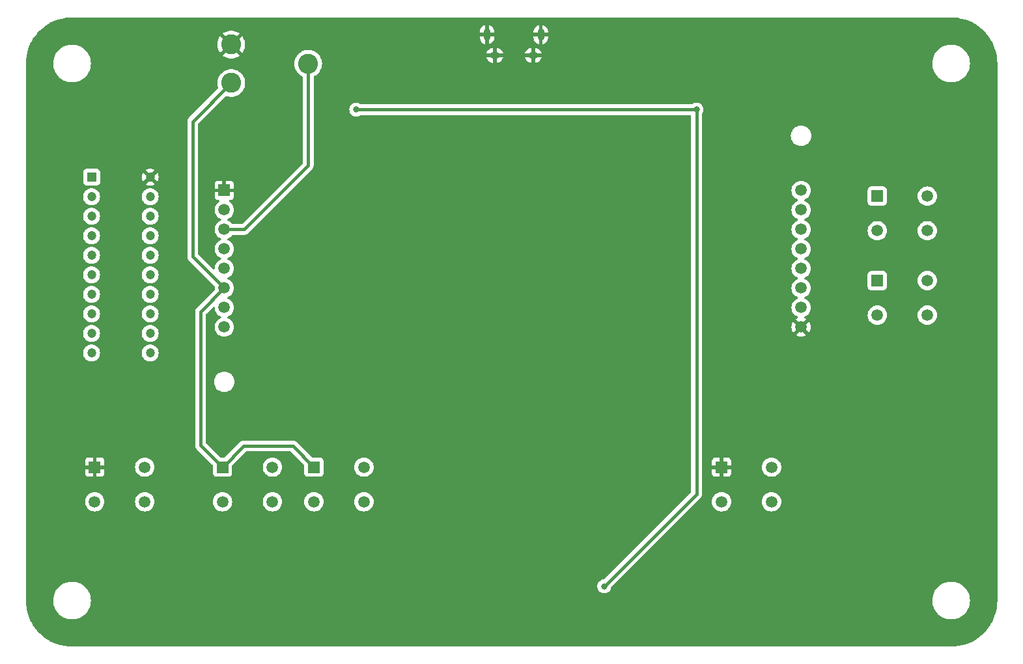
<source format=gbl>
G04 #@! TF.GenerationSoftware,KiCad,Pcbnew,(7.0.0)*
G04 #@! TF.CreationDate,2023-04-17T23:01:26-07:00*
G04 #@! TF.ProjectId,msp-debugger,6d73702d-6465-4627-9567-6765722e6b69,rev?*
G04 #@! TF.SameCoordinates,Original*
G04 #@! TF.FileFunction,Copper,L2,Bot*
G04 #@! TF.FilePolarity,Positive*
%FSLAX46Y46*%
G04 Gerber Fmt 4.6, Leading zero omitted, Abs format (unit mm)*
G04 Created by KiCad (PCBNEW (7.0.0)) date 2023-04-17 23:01:26*
%MOMM*%
%LPD*%
G01*
G04 APERTURE LIST*
G04 #@! TA.AperFunction,ComponentPad*
%ADD10R,1.508000X1.508000*%
G04 #@! TD*
G04 #@! TA.AperFunction,ComponentPad*
%ADD11C,1.508000*%
G04 #@! TD*
G04 #@! TA.AperFunction,ComponentPad*
%ADD12O,0.890000X1.550000*%
G04 #@! TD*
G04 #@! TA.AperFunction,ComponentPad*
%ADD13O,1.250000X0.950000*%
G04 #@! TD*
G04 #@! TA.AperFunction,ComponentPad*
%ADD14C,2.600000*%
G04 #@! TD*
G04 #@! TA.AperFunction,ComponentPad*
%ADD15R,1.500000X1.500000*%
G04 #@! TD*
G04 #@! TA.AperFunction,ComponentPad*
%ADD16C,1.500000*%
G04 #@! TD*
G04 #@! TA.AperFunction,ComponentPad*
%ADD17R,1.200000X1.200000*%
G04 #@! TD*
G04 #@! TA.AperFunction,ComponentPad*
%ADD18C,1.200000*%
G04 #@! TD*
G04 #@! TA.AperFunction,ViaPad*
%ADD19C,0.800000*%
G04 #@! TD*
G04 #@! TA.AperFunction,ViaPad*
%ADD20C,0.711200*%
G04 #@! TD*
G04 #@! TA.AperFunction,Conductor*
%ADD21C,0.400000*%
G04 #@! TD*
G04 APERTURE END LIST*
D10*
X187249999Y-80749999D03*
D11*
X187250000Y-85250000D03*
X193750000Y-80750000D03*
X193750000Y-85250000D03*
D10*
X113999999Y-115999999D03*
D11*
X114000000Y-120500000D03*
X120500000Y-116000000D03*
X120500000Y-120500000D03*
D10*
X102109999Y-115999999D03*
D11*
X102110000Y-120500000D03*
X108610000Y-116000000D03*
X108610000Y-120500000D03*
D12*
X143499999Y-59749999D03*
D13*
X142499999Y-62449999D03*
X137499999Y-62449999D03*
D12*
X136499999Y-59749999D03*
D10*
X85499999Y-115999999D03*
D11*
X85500000Y-120500000D03*
X92000000Y-116000000D03*
X92000000Y-120500000D03*
D14*
X103250000Y-61040000D03*
X113250000Y-63540000D03*
X103250000Y-66040000D03*
D15*
X102342499Y-80009999D03*
D16*
X102342500Y-82550000D03*
X102342500Y-85090000D03*
X102342500Y-87630000D03*
X102342500Y-90170000D03*
X102342500Y-92710000D03*
X102342500Y-95250000D03*
X102342500Y-97790000D03*
X177342500Y-80010000D03*
X177342500Y-82550000D03*
X177342500Y-85090000D03*
X177342500Y-87630000D03*
X177342500Y-90170000D03*
X177342500Y-92710000D03*
X177342500Y-95250000D03*
X177342500Y-97790000D03*
D17*
X85089999Y-78289999D03*
D18*
X85090000Y-80830000D03*
X85090000Y-83370000D03*
X85090000Y-85910000D03*
X85090000Y-88450000D03*
X85090000Y-90990000D03*
X85090000Y-93530000D03*
X85090000Y-96070000D03*
X85090000Y-98610000D03*
X85090000Y-101150000D03*
X92710000Y-101150000D03*
X92710000Y-98610000D03*
X92710000Y-96070000D03*
X92710000Y-93530000D03*
X92710000Y-90990000D03*
X92710000Y-88450000D03*
X92710000Y-85910000D03*
X92710000Y-83370000D03*
X92710000Y-80830000D03*
X92710000Y-78290000D03*
D10*
X166999999Y-115999999D03*
D11*
X167000000Y-120500000D03*
X173500000Y-116000000D03*
X173500000Y-120500000D03*
D10*
X187249999Y-91729999D03*
D11*
X187250000Y-96230000D03*
X193750000Y-91730000D03*
X193750000Y-96230000D03*
D19*
X163750000Y-69500000D03*
X151750000Y-131500000D03*
X119500000Y-69500000D03*
D20*
X167640000Y-132080000D03*
X127000000Y-81280000D03*
X127000000Y-60960000D03*
X157480000Y-81280000D03*
X187960000Y-71120000D03*
X121920000Y-132080000D03*
X157480000Y-71120000D03*
X147320000Y-71120000D03*
X198120000Y-91440000D03*
X198120000Y-71120000D03*
X198120000Y-81280000D03*
X157480000Y-132080000D03*
X81280000Y-71120000D03*
X116840000Y-60960000D03*
X106680000Y-71120000D03*
X198120000Y-101600000D03*
X127000000Y-71120000D03*
X177800000Y-60960000D03*
X187960000Y-132080000D03*
X81280000Y-81280000D03*
X81280000Y-101600000D03*
X198120000Y-121920000D03*
X142240000Y-132080000D03*
X198120000Y-111760000D03*
X167640000Y-101600000D03*
X81280000Y-111760000D03*
X91440000Y-60960000D03*
X96520000Y-71120000D03*
X91440000Y-132080000D03*
X187960000Y-111760000D03*
X147320000Y-101600000D03*
X101600000Y-132080000D03*
X147320000Y-91440000D03*
X111760000Y-132080000D03*
X177800000Y-121920000D03*
X81280000Y-121920000D03*
X137160000Y-81280000D03*
X187960000Y-121920000D03*
X157480000Y-121920000D03*
X177800000Y-132080000D03*
X137160000Y-91440000D03*
X116840000Y-81280000D03*
X177800000Y-101600000D03*
X81280000Y-91440000D03*
X137160000Y-71120000D03*
X187960000Y-60960000D03*
X187960000Y-101600000D03*
D21*
X98250000Y-71040000D02*
X98250000Y-88617500D01*
X98250000Y-88617500D02*
X102342500Y-92710000D01*
X99250000Y-95802500D02*
X99250000Y-113140000D01*
X151750000Y-131500000D02*
X163750000Y-119500000D01*
X102110000Y-116000000D02*
X104860000Y-113250000D01*
X102342500Y-92710000D02*
X99250000Y-95802500D01*
X111250000Y-113250000D02*
X114000000Y-116000000D01*
X103250000Y-66040000D02*
X98250000Y-71040000D01*
X119500000Y-69500000D02*
X163750000Y-69500000D01*
X99250000Y-113140000D02*
X102110000Y-116000000D01*
X104860000Y-113250000D02*
X111250000Y-113250000D01*
X163750000Y-119500000D02*
X163750000Y-69500000D01*
X104910000Y-85090000D02*
X113250000Y-76750000D01*
X113250000Y-76750000D02*
X113250000Y-63540000D01*
X102342500Y-85090000D02*
X104910000Y-85090000D01*
G04 #@! TA.AperFunction,Conductor*
G36*
X196852443Y-57500596D02*
G01*
X197315865Y-57518803D01*
X197325535Y-57519564D01*
X197783696Y-57573792D01*
X197793300Y-57575313D01*
X198245775Y-57665316D01*
X198255234Y-57667587D01*
X198699257Y-57792814D01*
X198708517Y-57795822D01*
X199141339Y-57955499D01*
X199150334Y-57959225D01*
X199569300Y-58152370D01*
X199577952Y-58156778D01*
X199980502Y-58382217D01*
X199988767Y-58387282D01*
X200254761Y-58565014D01*
X200372367Y-58643596D01*
X200380243Y-58649319D01*
X200742539Y-58934929D01*
X200749937Y-58941247D01*
X201088715Y-59254411D01*
X201095588Y-59261284D01*
X201402769Y-59593589D01*
X201408747Y-59600056D01*
X201415070Y-59607460D01*
X201700680Y-59969756D01*
X201706403Y-59977632D01*
X201895839Y-60261143D01*
X201962711Y-60361223D01*
X201967786Y-60369504D01*
X202193216Y-60772038D01*
X202197629Y-60780699D01*
X202390774Y-61199665D01*
X202394500Y-61208660D01*
X202554177Y-61641482D01*
X202557185Y-61650742D01*
X202682412Y-62094765D01*
X202684685Y-62104233D01*
X202774685Y-62556693D01*
X202776208Y-62566309D01*
X202830433Y-63024445D01*
X202831197Y-63034152D01*
X202849404Y-63497557D01*
X202849500Y-63502425D01*
X202849500Y-133347575D01*
X202849404Y-133352443D01*
X202831197Y-133815847D01*
X202830433Y-133825554D01*
X202776208Y-134283690D01*
X202774685Y-134293306D01*
X202684685Y-134745766D01*
X202682412Y-134755234D01*
X202557185Y-135199257D01*
X202554177Y-135208517D01*
X202394500Y-135641339D01*
X202390774Y-135650334D01*
X202197629Y-136069300D01*
X202193210Y-136077971D01*
X201967792Y-136480483D01*
X201962711Y-136488776D01*
X201706403Y-136872367D01*
X201700680Y-136880243D01*
X201415070Y-137242539D01*
X201408747Y-137249943D01*
X201095594Y-137588709D01*
X201088709Y-137595594D01*
X200749943Y-137908747D01*
X200742539Y-137915070D01*
X200380243Y-138200680D01*
X200372367Y-138206403D01*
X199988776Y-138462711D01*
X199980483Y-138467792D01*
X199577975Y-138693209D01*
X199569300Y-138697629D01*
X199150334Y-138890774D01*
X199141339Y-138894500D01*
X198708517Y-139054177D01*
X198699257Y-139057185D01*
X198255234Y-139182412D01*
X198245766Y-139184685D01*
X197793306Y-139274685D01*
X197783690Y-139276208D01*
X197325554Y-139330433D01*
X197315847Y-139331197D01*
X196852443Y-139349404D01*
X196847575Y-139349500D01*
X82552425Y-139349500D01*
X82547557Y-139349404D01*
X82084152Y-139331197D01*
X82074445Y-139330433D01*
X81616309Y-139276208D01*
X81606693Y-139274685D01*
X81154233Y-139184685D01*
X81144765Y-139182412D01*
X80700742Y-139057185D01*
X80691482Y-139054177D01*
X80258660Y-138894500D01*
X80249665Y-138890774D01*
X79830699Y-138697629D01*
X79822038Y-138693216D01*
X79419504Y-138467786D01*
X79411223Y-138462711D01*
X79027632Y-138206403D01*
X79019756Y-138200680D01*
X78657460Y-137915070D01*
X78650056Y-137908747D01*
X78311290Y-137595594D01*
X78304411Y-137588715D01*
X77991247Y-137249937D01*
X77984929Y-137242539D01*
X77699319Y-136880243D01*
X77693596Y-136872367D01*
X77437288Y-136488776D01*
X77432217Y-136480502D01*
X77206778Y-136077952D01*
X77202370Y-136069300D01*
X77009225Y-135650334D01*
X77005499Y-135641339D01*
X76977182Y-135564584D01*
X76845822Y-135208517D01*
X76842814Y-135199257D01*
X76717587Y-134755234D01*
X76715314Y-134745766D01*
X76685637Y-134596572D01*
X76625313Y-134293300D01*
X76623791Y-134283690D01*
X76620262Y-134253873D01*
X76569564Y-133825535D01*
X76568803Y-133815865D01*
X76550596Y-133352443D01*
X76550548Y-133350000D01*
X80094655Y-133350000D01*
X80114016Y-133657736D01*
X80114743Y-133661548D01*
X80114745Y-133661562D01*
X80153682Y-133865674D01*
X80171794Y-133960619D01*
X80267078Y-134253873D01*
X80398365Y-134532871D01*
X80400447Y-134536152D01*
X80400450Y-134536157D01*
X80539480Y-134755234D01*
X80563584Y-134793216D01*
X80760131Y-135030799D01*
X80762971Y-135033466D01*
X80762972Y-135033467D01*
X80818308Y-135085431D01*
X80984904Y-135241876D01*
X81234360Y-135423116D01*
X81504565Y-135571663D01*
X81791257Y-135685172D01*
X82089914Y-135761854D01*
X82395828Y-135800500D01*
X82700277Y-135800500D01*
X82704172Y-135800500D01*
X83010086Y-135761854D01*
X83308743Y-135685172D01*
X83595435Y-135571663D01*
X83865640Y-135423116D01*
X84115096Y-135241876D01*
X84339869Y-135030799D01*
X84536416Y-134793216D01*
X84701635Y-134532871D01*
X84832922Y-134253873D01*
X84928206Y-133960619D01*
X84985984Y-133657736D01*
X85005345Y-133350000D01*
X194394655Y-133350000D01*
X194414016Y-133657736D01*
X194414743Y-133661548D01*
X194414745Y-133661562D01*
X194453682Y-133865674D01*
X194471794Y-133960619D01*
X194567078Y-134253873D01*
X194698365Y-134532871D01*
X194700447Y-134536152D01*
X194700450Y-134536157D01*
X194839480Y-134755234D01*
X194863584Y-134793216D01*
X195060131Y-135030799D01*
X195062971Y-135033466D01*
X195062972Y-135033467D01*
X195118308Y-135085431D01*
X195284904Y-135241876D01*
X195534360Y-135423116D01*
X195804565Y-135571663D01*
X196091257Y-135685172D01*
X196389914Y-135761854D01*
X196695828Y-135800500D01*
X197000277Y-135800500D01*
X197004172Y-135800500D01*
X197310086Y-135761854D01*
X197608743Y-135685172D01*
X197895435Y-135571663D01*
X198165640Y-135423116D01*
X198415096Y-135241876D01*
X198639869Y-135030799D01*
X198836416Y-134793216D01*
X199001635Y-134532871D01*
X199132922Y-134253873D01*
X199228206Y-133960619D01*
X199285984Y-133657736D01*
X199305345Y-133350000D01*
X199285984Y-133042264D01*
X199228206Y-132739381D01*
X199132922Y-132446127D01*
X199001635Y-132167129D01*
X198836416Y-131906784D01*
X198639869Y-131669201D01*
X198613420Y-131644364D01*
X198417937Y-131460792D01*
X198415096Y-131458124D01*
X198165640Y-131276884D01*
X198162237Y-131275013D01*
X198162232Y-131275010D01*
X197898852Y-131130215D01*
X197898845Y-131130211D01*
X197895435Y-131128337D01*
X197891809Y-131126901D01*
X197891804Y-131126899D01*
X197612365Y-131016262D01*
X197612364Y-131016261D01*
X197608743Y-131014828D01*
X197604973Y-131013860D01*
X197604970Y-131013859D01*
X197313869Y-130939117D01*
X197313864Y-130939116D01*
X197310086Y-130938146D01*
X197306215Y-130937657D01*
X197306210Y-130937656D01*
X197008037Y-130899988D01*
X197008032Y-130899987D01*
X197004172Y-130899500D01*
X196695828Y-130899500D01*
X196691968Y-130899987D01*
X196691962Y-130899988D01*
X196393789Y-130937656D01*
X196393781Y-130937657D01*
X196389914Y-130938146D01*
X196386138Y-130939115D01*
X196386130Y-130939117D01*
X196095029Y-131013859D01*
X196095021Y-131013861D01*
X196091257Y-131014828D01*
X196087640Y-131016259D01*
X196087634Y-131016262D01*
X195808195Y-131126899D01*
X195808184Y-131126903D01*
X195804565Y-131128337D01*
X195801160Y-131130208D01*
X195801147Y-131130215D01*
X195537767Y-131275010D01*
X195537755Y-131275017D01*
X195534360Y-131276884D01*
X195531216Y-131279167D01*
X195531210Y-131279172D01*
X195288060Y-131455830D01*
X195288049Y-131455838D01*
X195284904Y-131458124D01*
X195282069Y-131460785D01*
X195282062Y-131460792D01*
X195062972Y-131666532D01*
X195062963Y-131666541D01*
X195060131Y-131669201D01*
X195057652Y-131672196D01*
X195057644Y-131672206D01*
X194866070Y-131903778D01*
X194866064Y-131903785D01*
X194863584Y-131906784D01*
X194861500Y-131910066D01*
X194861494Y-131910076D01*
X194700450Y-132163842D01*
X194700443Y-132163853D01*
X194698365Y-132167129D01*
X194696711Y-132170643D01*
X194696706Y-132170653D01*
X194568737Y-132442600D01*
X194568733Y-132442609D01*
X194567078Y-132446127D01*
X194565876Y-132449823D01*
X194565874Y-132449831D01*
X194472999Y-132735670D01*
X194472996Y-132735681D01*
X194471794Y-132739381D01*
X194471065Y-132743201D01*
X194471063Y-132743210D01*
X194414745Y-133038437D01*
X194414742Y-133038453D01*
X194414016Y-133042264D01*
X194394655Y-133350000D01*
X85005345Y-133350000D01*
X84985984Y-133042264D01*
X84928206Y-132739381D01*
X84832922Y-132446127D01*
X84701635Y-132167129D01*
X84536416Y-131906784D01*
X84339869Y-131669201D01*
X84313420Y-131644364D01*
X84117937Y-131460792D01*
X84115096Y-131458124D01*
X83865640Y-131276884D01*
X83862237Y-131275013D01*
X83862232Y-131275010D01*
X83598852Y-131130215D01*
X83598845Y-131130211D01*
X83595435Y-131128337D01*
X83591809Y-131126901D01*
X83591804Y-131126899D01*
X83312365Y-131016262D01*
X83312364Y-131016261D01*
X83308743Y-131014828D01*
X83304973Y-131013860D01*
X83304970Y-131013859D01*
X83013869Y-130939117D01*
X83013864Y-130939116D01*
X83010086Y-130938146D01*
X83006215Y-130937657D01*
X83006210Y-130937656D01*
X82708037Y-130899988D01*
X82708032Y-130899987D01*
X82704172Y-130899500D01*
X82395828Y-130899500D01*
X82391968Y-130899987D01*
X82391962Y-130899988D01*
X82093789Y-130937656D01*
X82093781Y-130937657D01*
X82089914Y-130938146D01*
X82086138Y-130939115D01*
X82086130Y-130939117D01*
X81795029Y-131013859D01*
X81795021Y-131013861D01*
X81791257Y-131014828D01*
X81787640Y-131016259D01*
X81787634Y-131016262D01*
X81508195Y-131126899D01*
X81508184Y-131126903D01*
X81504565Y-131128337D01*
X81501160Y-131130208D01*
X81501147Y-131130215D01*
X81237767Y-131275010D01*
X81237755Y-131275017D01*
X81234360Y-131276884D01*
X81231216Y-131279167D01*
X81231210Y-131279172D01*
X80988060Y-131455830D01*
X80988049Y-131455838D01*
X80984904Y-131458124D01*
X80982069Y-131460785D01*
X80982062Y-131460792D01*
X80762972Y-131666532D01*
X80762963Y-131666541D01*
X80760131Y-131669201D01*
X80757652Y-131672196D01*
X80757644Y-131672206D01*
X80566070Y-131903778D01*
X80566064Y-131903785D01*
X80563584Y-131906784D01*
X80561500Y-131910066D01*
X80561494Y-131910076D01*
X80400450Y-132163842D01*
X80400443Y-132163853D01*
X80398365Y-132167129D01*
X80396711Y-132170643D01*
X80396706Y-132170653D01*
X80268737Y-132442600D01*
X80268733Y-132442609D01*
X80267078Y-132446127D01*
X80265876Y-132449823D01*
X80265874Y-132449831D01*
X80172999Y-132735670D01*
X80172996Y-132735681D01*
X80171794Y-132739381D01*
X80171065Y-132743201D01*
X80171063Y-132743210D01*
X80114745Y-133038437D01*
X80114742Y-133038453D01*
X80114016Y-133042264D01*
X80094655Y-133350000D01*
X76550548Y-133350000D01*
X76550500Y-133347575D01*
X76550500Y-120500000D01*
X84240708Y-120500000D01*
X84241180Y-120505395D01*
X84259366Y-120713275D01*
X84259367Y-120713282D01*
X84259839Y-120718674D01*
X84261238Y-120723895D01*
X84261240Y-120723906D01*
X84315253Y-120925481D01*
X84315255Y-120925488D01*
X84316653Y-120930703D01*
X84409421Y-121129646D01*
X84412521Y-121134074D01*
X84412525Y-121134080D01*
X84515091Y-121280559D01*
X84535326Y-121309457D01*
X84690543Y-121464674D01*
X84780448Y-121527626D01*
X84865919Y-121587474D01*
X84865922Y-121587475D01*
X84870354Y-121590579D01*
X85069297Y-121683347D01*
X85074517Y-121684745D01*
X85074518Y-121684746D01*
X85276093Y-121738759D01*
X85276095Y-121738759D01*
X85281326Y-121740161D01*
X85500000Y-121759292D01*
X85718674Y-121740161D01*
X85930703Y-121683347D01*
X86129646Y-121590579D01*
X86309457Y-121464674D01*
X86464674Y-121309457D01*
X86590579Y-121129646D01*
X86683347Y-120930703D01*
X86740161Y-120718674D01*
X86759292Y-120500000D01*
X90740708Y-120500000D01*
X90741180Y-120505395D01*
X90759366Y-120713275D01*
X90759367Y-120713282D01*
X90759839Y-120718674D01*
X90761238Y-120723895D01*
X90761240Y-120723906D01*
X90815253Y-120925481D01*
X90815255Y-120925488D01*
X90816653Y-120930703D01*
X90909421Y-121129646D01*
X90912521Y-121134074D01*
X90912525Y-121134080D01*
X91015091Y-121280559D01*
X91035326Y-121309457D01*
X91190543Y-121464674D01*
X91280448Y-121527626D01*
X91365919Y-121587474D01*
X91365922Y-121587475D01*
X91370354Y-121590579D01*
X91569297Y-121683347D01*
X91574517Y-121684745D01*
X91574518Y-121684746D01*
X91776093Y-121738759D01*
X91776095Y-121738759D01*
X91781326Y-121740161D01*
X92000000Y-121759292D01*
X92218674Y-121740161D01*
X92430703Y-121683347D01*
X92629646Y-121590579D01*
X92809457Y-121464674D01*
X92964674Y-121309457D01*
X93090579Y-121129646D01*
X93183347Y-120930703D01*
X93240161Y-120718674D01*
X93259292Y-120500000D01*
X100850708Y-120500000D01*
X100851180Y-120505395D01*
X100869366Y-120713275D01*
X100869367Y-120713282D01*
X100869839Y-120718674D01*
X100871238Y-120723895D01*
X100871240Y-120723906D01*
X100925253Y-120925481D01*
X100925255Y-120925488D01*
X100926653Y-120930703D01*
X101019421Y-121129646D01*
X101022521Y-121134074D01*
X101022525Y-121134080D01*
X101125091Y-121280559D01*
X101145326Y-121309457D01*
X101300543Y-121464674D01*
X101390448Y-121527626D01*
X101475919Y-121587474D01*
X101475922Y-121587475D01*
X101480354Y-121590579D01*
X101679297Y-121683347D01*
X101684517Y-121684745D01*
X101684518Y-121684746D01*
X101886093Y-121738759D01*
X101886095Y-121738759D01*
X101891326Y-121740161D01*
X102110000Y-121759292D01*
X102328674Y-121740161D01*
X102540703Y-121683347D01*
X102739646Y-121590579D01*
X102919457Y-121464674D01*
X103074674Y-121309457D01*
X103200579Y-121129646D01*
X103293347Y-120930703D01*
X103350161Y-120718674D01*
X103369292Y-120500000D01*
X107350708Y-120500000D01*
X107351180Y-120505395D01*
X107369366Y-120713275D01*
X107369367Y-120713282D01*
X107369839Y-120718674D01*
X107371238Y-120723895D01*
X107371240Y-120723906D01*
X107425253Y-120925481D01*
X107425255Y-120925488D01*
X107426653Y-120930703D01*
X107519421Y-121129646D01*
X107522521Y-121134074D01*
X107522525Y-121134080D01*
X107625091Y-121280559D01*
X107645326Y-121309457D01*
X107800543Y-121464674D01*
X107890448Y-121527626D01*
X107975919Y-121587474D01*
X107975922Y-121587475D01*
X107980354Y-121590579D01*
X108179297Y-121683347D01*
X108184517Y-121684745D01*
X108184518Y-121684746D01*
X108386093Y-121738759D01*
X108386095Y-121738759D01*
X108391326Y-121740161D01*
X108610000Y-121759292D01*
X108828674Y-121740161D01*
X109040703Y-121683347D01*
X109239646Y-121590579D01*
X109419457Y-121464674D01*
X109574674Y-121309457D01*
X109700579Y-121129646D01*
X109793347Y-120930703D01*
X109850161Y-120718674D01*
X109869292Y-120500000D01*
X112740708Y-120500000D01*
X112741180Y-120505395D01*
X112759366Y-120713275D01*
X112759367Y-120713282D01*
X112759839Y-120718674D01*
X112761238Y-120723895D01*
X112761240Y-120723906D01*
X112815253Y-120925481D01*
X112815255Y-120925488D01*
X112816653Y-120930703D01*
X112909421Y-121129646D01*
X112912521Y-121134074D01*
X112912525Y-121134080D01*
X113015091Y-121280559D01*
X113035326Y-121309457D01*
X113190543Y-121464674D01*
X113280448Y-121527626D01*
X113365919Y-121587474D01*
X113365922Y-121587475D01*
X113370354Y-121590579D01*
X113569297Y-121683347D01*
X113574517Y-121684745D01*
X113574518Y-121684746D01*
X113776093Y-121738759D01*
X113776095Y-121738759D01*
X113781326Y-121740161D01*
X114000000Y-121759292D01*
X114218674Y-121740161D01*
X114430703Y-121683347D01*
X114629646Y-121590579D01*
X114809457Y-121464674D01*
X114964674Y-121309457D01*
X115090579Y-121129646D01*
X115183347Y-120930703D01*
X115240161Y-120718674D01*
X115259292Y-120500000D01*
X119240708Y-120500000D01*
X119241180Y-120505395D01*
X119259366Y-120713275D01*
X119259367Y-120713282D01*
X119259839Y-120718674D01*
X119261238Y-120723895D01*
X119261240Y-120723906D01*
X119315253Y-120925481D01*
X119315255Y-120925488D01*
X119316653Y-120930703D01*
X119409421Y-121129646D01*
X119412521Y-121134074D01*
X119412525Y-121134080D01*
X119515091Y-121280559D01*
X119535326Y-121309457D01*
X119690543Y-121464674D01*
X119780448Y-121527626D01*
X119865919Y-121587474D01*
X119865922Y-121587475D01*
X119870354Y-121590579D01*
X120069297Y-121683347D01*
X120074517Y-121684745D01*
X120074518Y-121684746D01*
X120276093Y-121738759D01*
X120276095Y-121738759D01*
X120281326Y-121740161D01*
X120500000Y-121759292D01*
X120718674Y-121740161D01*
X120930703Y-121683347D01*
X121129646Y-121590579D01*
X121309457Y-121464674D01*
X121464674Y-121309457D01*
X121590579Y-121129646D01*
X121683347Y-120930703D01*
X121740161Y-120718674D01*
X121759292Y-120500000D01*
X121740161Y-120281326D01*
X121683347Y-120069297D01*
X121590579Y-119870354D01*
X121586869Y-119865056D01*
X121483038Y-119716770D01*
X121464674Y-119690543D01*
X121309457Y-119535326D01*
X121280559Y-119515091D01*
X121134080Y-119412525D01*
X121134074Y-119412521D01*
X121129646Y-119409421D01*
X121124741Y-119407133D01*
X121124738Y-119407132D01*
X120935606Y-119318939D01*
X120935603Y-119318937D01*
X120930703Y-119316653D01*
X120925488Y-119315255D01*
X120925481Y-119315253D01*
X120723906Y-119261240D01*
X120723895Y-119261238D01*
X120718674Y-119259839D01*
X120713282Y-119259367D01*
X120713275Y-119259366D01*
X120505395Y-119241180D01*
X120500000Y-119240708D01*
X120494605Y-119241180D01*
X120286724Y-119259366D01*
X120286715Y-119259367D01*
X120281326Y-119259839D01*
X120276106Y-119261237D01*
X120276093Y-119261240D01*
X120074518Y-119315253D01*
X120074507Y-119315256D01*
X120069297Y-119316653D01*
X120064400Y-119318936D01*
X120064393Y-119318939D01*
X119875261Y-119407132D01*
X119875253Y-119407136D01*
X119870354Y-119409421D01*
X119865930Y-119412518D01*
X119865919Y-119412525D01*
X119694978Y-119532220D01*
X119694973Y-119532223D01*
X119690543Y-119535326D01*
X119686719Y-119539149D01*
X119686713Y-119539155D01*
X119539155Y-119686713D01*
X119539149Y-119686719D01*
X119535326Y-119690543D01*
X119532223Y-119694973D01*
X119532220Y-119694978D01*
X119412525Y-119865919D01*
X119412518Y-119865930D01*
X119409421Y-119870354D01*
X119407136Y-119875253D01*
X119407132Y-119875261D01*
X119318939Y-120064393D01*
X119318936Y-120064400D01*
X119316653Y-120069297D01*
X119315256Y-120074507D01*
X119315253Y-120074518D01*
X119261240Y-120276093D01*
X119261237Y-120276106D01*
X119259839Y-120281326D01*
X119259367Y-120286715D01*
X119259366Y-120286724D01*
X119241440Y-120491621D01*
X119240708Y-120500000D01*
X115259292Y-120500000D01*
X115240161Y-120281326D01*
X115183347Y-120069297D01*
X115090579Y-119870354D01*
X115086869Y-119865056D01*
X114983038Y-119716770D01*
X114964674Y-119690543D01*
X114809457Y-119535326D01*
X114780559Y-119515091D01*
X114634080Y-119412525D01*
X114634074Y-119412521D01*
X114629646Y-119409421D01*
X114624741Y-119407133D01*
X114624738Y-119407132D01*
X114435606Y-119318939D01*
X114435603Y-119318937D01*
X114430703Y-119316653D01*
X114425488Y-119315255D01*
X114425481Y-119315253D01*
X114223906Y-119261240D01*
X114223895Y-119261238D01*
X114218674Y-119259839D01*
X114213282Y-119259367D01*
X114213275Y-119259366D01*
X114005395Y-119241180D01*
X114000000Y-119240708D01*
X113994605Y-119241180D01*
X113786724Y-119259366D01*
X113786715Y-119259367D01*
X113781326Y-119259839D01*
X113776106Y-119261237D01*
X113776093Y-119261240D01*
X113574518Y-119315253D01*
X113574507Y-119315256D01*
X113569297Y-119316653D01*
X113564400Y-119318936D01*
X113564393Y-119318939D01*
X113375261Y-119407132D01*
X113375253Y-119407136D01*
X113370354Y-119409421D01*
X113365930Y-119412518D01*
X113365919Y-119412525D01*
X113194978Y-119532220D01*
X113194973Y-119532223D01*
X113190543Y-119535326D01*
X113186719Y-119539149D01*
X113186713Y-119539155D01*
X113039155Y-119686713D01*
X113039149Y-119686719D01*
X113035326Y-119690543D01*
X113032223Y-119694973D01*
X113032220Y-119694978D01*
X112912525Y-119865919D01*
X112912518Y-119865930D01*
X112909421Y-119870354D01*
X112907136Y-119875253D01*
X112907132Y-119875261D01*
X112818939Y-120064393D01*
X112818936Y-120064400D01*
X112816653Y-120069297D01*
X112815256Y-120074507D01*
X112815253Y-120074518D01*
X112761240Y-120276093D01*
X112761237Y-120276106D01*
X112759839Y-120281326D01*
X112759367Y-120286715D01*
X112759366Y-120286724D01*
X112741440Y-120491621D01*
X112740708Y-120500000D01*
X109869292Y-120500000D01*
X109850161Y-120281326D01*
X109793347Y-120069297D01*
X109700579Y-119870354D01*
X109696869Y-119865056D01*
X109593038Y-119716770D01*
X109574674Y-119690543D01*
X109419457Y-119535326D01*
X109390559Y-119515091D01*
X109244080Y-119412525D01*
X109244074Y-119412521D01*
X109239646Y-119409421D01*
X109234741Y-119407133D01*
X109234738Y-119407132D01*
X109045606Y-119318939D01*
X109045603Y-119318937D01*
X109040703Y-119316653D01*
X109035488Y-119315255D01*
X109035481Y-119315253D01*
X108833906Y-119261240D01*
X108833895Y-119261238D01*
X108828674Y-119259839D01*
X108823282Y-119259367D01*
X108823275Y-119259366D01*
X108615395Y-119241180D01*
X108610000Y-119240708D01*
X108604605Y-119241180D01*
X108396724Y-119259366D01*
X108396715Y-119259367D01*
X108391326Y-119259839D01*
X108386106Y-119261237D01*
X108386093Y-119261240D01*
X108184518Y-119315253D01*
X108184507Y-119315256D01*
X108179297Y-119316653D01*
X108174400Y-119318936D01*
X108174393Y-119318939D01*
X107985261Y-119407132D01*
X107985253Y-119407136D01*
X107980354Y-119409421D01*
X107975930Y-119412518D01*
X107975919Y-119412525D01*
X107804978Y-119532220D01*
X107804973Y-119532223D01*
X107800543Y-119535326D01*
X107796719Y-119539149D01*
X107796713Y-119539155D01*
X107649155Y-119686713D01*
X107649149Y-119686719D01*
X107645326Y-119690543D01*
X107642223Y-119694973D01*
X107642220Y-119694978D01*
X107522525Y-119865919D01*
X107522518Y-119865930D01*
X107519421Y-119870354D01*
X107517136Y-119875253D01*
X107517132Y-119875261D01*
X107428939Y-120064393D01*
X107428936Y-120064400D01*
X107426653Y-120069297D01*
X107425256Y-120074507D01*
X107425253Y-120074518D01*
X107371240Y-120276093D01*
X107371237Y-120276106D01*
X107369839Y-120281326D01*
X107369367Y-120286715D01*
X107369366Y-120286724D01*
X107351440Y-120491621D01*
X107350708Y-120500000D01*
X103369292Y-120500000D01*
X103350161Y-120281326D01*
X103293347Y-120069297D01*
X103200579Y-119870354D01*
X103196869Y-119865056D01*
X103093038Y-119716770D01*
X103074674Y-119690543D01*
X102919457Y-119535326D01*
X102890559Y-119515091D01*
X102744080Y-119412525D01*
X102744074Y-119412521D01*
X102739646Y-119409421D01*
X102734741Y-119407133D01*
X102734738Y-119407132D01*
X102545606Y-119318939D01*
X102545603Y-119318937D01*
X102540703Y-119316653D01*
X102535488Y-119315255D01*
X102535481Y-119315253D01*
X102333906Y-119261240D01*
X102333895Y-119261238D01*
X102328674Y-119259839D01*
X102323282Y-119259367D01*
X102323275Y-119259366D01*
X102115395Y-119241180D01*
X102110000Y-119240708D01*
X102104605Y-119241180D01*
X101896724Y-119259366D01*
X101896715Y-119259367D01*
X101891326Y-119259839D01*
X101886106Y-119261237D01*
X101886093Y-119261240D01*
X101684518Y-119315253D01*
X101684507Y-119315256D01*
X101679297Y-119316653D01*
X101674400Y-119318936D01*
X101674393Y-119318939D01*
X101485261Y-119407132D01*
X101485253Y-119407136D01*
X101480354Y-119409421D01*
X101475930Y-119412518D01*
X101475919Y-119412525D01*
X101304978Y-119532220D01*
X101304973Y-119532223D01*
X101300543Y-119535326D01*
X101296719Y-119539149D01*
X101296713Y-119539155D01*
X101149155Y-119686713D01*
X101149149Y-119686719D01*
X101145326Y-119690543D01*
X101142223Y-119694973D01*
X101142220Y-119694978D01*
X101022525Y-119865919D01*
X101022518Y-119865930D01*
X101019421Y-119870354D01*
X101017136Y-119875253D01*
X101017132Y-119875261D01*
X100928939Y-120064393D01*
X100928936Y-120064400D01*
X100926653Y-120069297D01*
X100925256Y-120074507D01*
X100925253Y-120074518D01*
X100871240Y-120276093D01*
X100871237Y-120276106D01*
X100869839Y-120281326D01*
X100869367Y-120286715D01*
X100869366Y-120286724D01*
X100851440Y-120491621D01*
X100850708Y-120500000D01*
X93259292Y-120500000D01*
X93240161Y-120281326D01*
X93183347Y-120069297D01*
X93090579Y-119870354D01*
X93086869Y-119865056D01*
X92983038Y-119716770D01*
X92964674Y-119690543D01*
X92809457Y-119535326D01*
X92780559Y-119515091D01*
X92634080Y-119412525D01*
X92634074Y-119412521D01*
X92629646Y-119409421D01*
X92624741Y-119407133D01*
X92624738Y-119407132D01*
X92435606Y-119318939D01*
X92435603Y-119318937D01*
X92430703Y-119316653D01*
X92425488Y-119315255D01*
X92425481Y-119315253D01*
X92223906Y-119261240D01*
X92223895Y-119261238D01*
X92218674Y-119259839D01*
X92213282Y-119259367D01*
X92213275Y-119259366D01*
X92005395Y-119241180D01*
X92000000Y-119240708D01*
X91994605Y-119241180D01*
X91786724Y-119259366D01*
X91786715Y-119259367D01*
X91781326Y-119259839D01*
X91776106Y-119261237D01*
X91776093Y-119261240D01*
X91574518Y-119315253D01*
X91574507Y-119315256D01*
X91569297Y-119316653D01*
X91564400Y-119318936D01*
X91564393Y-119318939D01*
X91375261Y-119407132D01*
X91375253Y-119407136D01*
X91370354Y-119409421D01*
X91365930Y-119412518D01*
X91365919Y-119412525D01*
X91194978Y-119532220D01*
X91194973Y-119532223D01*
X91190543Y-119535326D01*
X91186719Y-119539149D01*
X91186713Y-119539155D01*
X91039155Y-119686713D01*
X91039149Y-119686719D01*
X91035326Y-119690543D01*
X91032223Y-119694973D01*
X91032220Y-119694978D01*
X90912525Y-119865919D01*
X90912518Y-119865930D01*
X90909421Y-119870354D01*
X90907136Y-119875253D01*
X90907132Y-119875261D01*
X90818939Y-120064393D01*
X90818936Y-120064400D01*
X90816653Y-120069297D01*
X90815256Y-120074507D01*
X90815253Y-120074518D01*
X90761240Y-120276093D01*
X90761237Y-120276106D01*
X90759839Y-120281326D01*
X90759367Y-120286715D01*
X90759366Y-120286724D01*
X90741440Y-120491621D01*
X90740708Y-120500000D01*
X86759292Y-120500000D01*
X86740161Y-120281326D01*
X86683347Y-120069297D01*
X86590579Y-119870354D01*
X86586869Y-119865056D01*
X86483038Y-119716770D01*
X86464674Y-119690543D01*
X86309457Y-119535326D01*
X86280559Y-119515091D01*
X86134080Y-119412525D01*
X86134074Y-119412521D01*
X86129646Y-119409421D01*
X86124741Y-119407133D01*
X86124738Y-119407132D01*
X85935606Y-119318939D01*
X85935603Y-119318937D01*
X85930703Y-119316653D01*
X85925488Y-119315255D01*
X85925481Y-119315253D01*
X85723906Y-119261240D01*
X85723895Y-119261238D01*
X85718674Y-119259839D01*
X85713282Y-119259367D01*
X85713275Y-119259366D01*
X85505395Y-119241180D01*
X85500000Y-119240708D01*
X85494605Y-119241180D01*
X85286724Y-119259366D01*
X85286715Y-119259367D01*
X85281326Y-119259839D01*
X85276106Y-119261237D01*
X85276093Y-119261240D01*
X85074518Y-119315253D01*
X85074507Y-119315256D01*
X85069297Y-119316653D01*
X85064400Y-119318936D01*
X85064393Y-119318939D01*
X84875261Y-119407132D01*
X84875253Y-119407136D01*
X84870354Y-119409421D01*
X84865930Y-119412518D01*
X84865919Y-119412525D01*
X84694978Y-119532220D01*
X84694973Y-119532223D01*
X84690543Y-119535326D01*
X84686719Y-119539149D01*
X84686713Y-119539155D01*
X84539155Y-119686713D01*
X84539149Y-119686719D01*
X84535326Y-119690543D01*
X84532223Y-119694973D01*
X84532220Y-119694978D01*
X84412525Y-119865919D01*
X84412518Y-119865930D01*
X84409421Y-119870354D01*
X84407136Y-119875253D01*
X84407132Y-119875261D01*
X84318939Y-120064393D01*
X84318936Y-120064400D01*
X84316653Y-120069297D01*
X84315256Y-120074507D01*
X84315253Y-120074518D01*
X84261240Y-120276093D01*
X84261237Y-120276106D01*
X84259839Y-120281326D01*
X84259367Y-120286715D01*
X84259366Y-120286724D01*
X84241440Y-120491621D01*
X84240708Y-120500000D01*
X76550500Y-120500000D01*
X76550500Y-116798518D01*
X84246000Y-116798518D01*
X84246353Y-116805114D01*
X84251573Y-116853667D01*
X84255111Y-116868641D01*
X84299547Y-116987777D01*
X84307962Y-117003189D01*
X84383498Y-117104092D01*
X84395907Y-117116501D01*
X84496810Y-117192037D01*
X84512222Y-117200452D01*
X84631358Y-117244888D01*
X84646332Y-117248426D01*
X84694885Y-117253646D01*
X84701482Y-117254000D01*
X85233674Y-117254000D01*
X85246549Y-117250549D01*
X85250000Y-117237674D01*
X85750000Y-117237674D01*
X85753450Y-117250549D01*
X85766326Y-117254000D01*
X86298518Y-117254000D01*
X86305114Y-117253646D01*
X86353667Y-117248426D01*
X86368641Y-117244888D01*
X86487777Y-117200452D01*
X86503189Y-117192037D01*
X86604092Y-117116501D01*
X86616501Y-117104092D01*
X86692037Y-117003189D01*
X86700452Y-116987777D01*
X86744888Y-116868641D01*
X86748426Y-116853667D01*
X86753646Y-116805114D01*
X86754000Y-116798518D01*
X86754000Y-116266326D01*
X86750549Y-116253450D01*
X86737674Y-116250000D01*
X85766326Y-116250000D01*
X85753450Y-116253450D01*
X85750000Y-116266326D01*
X85750000Y-117237674D01*
X85250000Y-117237674D01*
X85250000Y-116266326D01*
X85246549Y-116253450D01*
X85233674Y-116250000D01*
X84262326Y-116250000D01*
X84249450Y-116253450D01*
X84246000Y-116266326D01*
X84246000Y-116798518D01*
X76550500Y-116798518D01*
X76550500Y-116000000D01*
X90740708Y-116000000D01*
X90741180Y-116005395D01*
X90759366Y-116213275D01*
X90759367Y-116213282D01*
X90759839Y-116218674D01*
X90761238Y-116223895D01*
X90761240Y-116223906D01*
X90815253Y-116425481D01*
X90815255Y-116425488D01*
X90816653Y-116430703D01*
X90909421Y-116629646D01*
X90912521Y-116634074D01*
X90912525Y-116634080D01*
X91015091Y-116780559D01*
X91035326Y-116809457D01*
X91190543Y-116964674D01*
X91235754Y-116996331D01*
X91365919Y-117087474D01*
X91365922Y-117087475D01*
X91370354Y-117090579D01*
X91569297Y-117183347D01*
X91574517Y-117184745D01*
X91574518Y-117184746D01*
X91776093Y-117238759D01*
X91776095Y-117238759D01*
X91781326Y-117240161D01*
X92000000Y-117259292D01*
X92218674Y-117240161D01*
X92430703Y-117183347D01*
X92629646Y-117090579D01*
X92809457Y-116964674D01*
X92964674Y-116809457D01*
X93090579Y-116629646D01*
X93183347Y-116430703D01*
X93240161Y-116218674D01*
X93259292Y-116000000D01*
X93240161Y-115781326D01*
X93230842Y-115746549D01*
X93184746Y-115574518D01*
X93184745Y-115574517D01*
X93183347Y-115569297D01*
X93090579Y-115370354D01*
X92964674Y-115190543D01*
X92809457Y-115035326D01*
X92764246Y-115003669D01*
X92634080Y-114912525D01*
X92634074Y-114912521D01*
X92629646Y-114909421D01*
X92624741Y-114907133D01*
X92624738Y-114907132D01*
X92435606Y-114818939D01*
X92435603Y-114818937D01*
X92430703Y-114816653D01*
X92425488Y-114815255D01*
X92425481Y-114815253D01*
X92223906Y-114761240D01*
X92223895Y-114761238D01*
X92218674Y-114759839D01*
X92213282Y-114759367D01*
X92213275Y-114759366D01*
X92005395Y-114741180D01*
X92000000Y-114740708D01*
X91994605Y-114741180D01*
X91786724Y-114759366D01*
X91786715Y-114759367D01*
X91781326Y-114759839D01*
X91776106Y-114761237D01*
X91776093Y-114761240D01*
X91574518Y-114815253D01*
X91574507Y-114815256D01*
X91569297Y-114816653D01*
X91564400Y-114818936D01*
X91564393Y-114818939D01*
X91375261Y-114907132D01*
X91375253Y-114907136D01*
X91370354Y-114909421D01*
X91365930Y-114912518D01*
X91365919Y-114912525D01*
X91194978Y-115032220D01*
X91194973Y-115032223D01*
X91190543Y-115035326D01*
X91186719Y-115039149D01*
X91186713Y-115039155D01*
X91039155Y-115186713D01*
X91039149Y-115186719D01*
X91035326Y-115190543D01*
X91032223Y-115194973D01*
X91032220Y-115194978D01*
X90912525Y-115365919D01*
X90912518Y-115365930D01*
X90909421Y-115370354D01*
X90907136Y-115375253D01*
X90907132Y-115375261D01*
X90818939Y-115564393D01*
X90818936Y-115564400D01*
X90816653Y-115569297D01*
X90815256Y-115574507D01*
X90815253Y-115574518D01*
X90761240Y-115776093D01*
X90761237Y-115776106D01*
X90759839Y-115781326D01*
X90759367Y-115786715D01*
X90759366Y-115786724D01*
X90741440Y-115991621D01*
X90740708Y-116000000D01*
X76550500Y-116000000D01*
X76550500Y-115733674D01*
X84246000Y-115733674D01*
X84249450Y-115746549D01*
X84262326Y-115750000D01*
X85233674Y-115750000D01*
X85246549Y-115746549D01*
X85250000Y-115733674D01*
X85750000Y-115733674D01*
X85753450Y-115746549D01*
X85766326Y-115750000D01*
X86737674Y-115750000D01*
X86750549Y-115746549D01*
X86754000Y-115733674D01*
X86754000Y-115201482D01*
X86753646Y-115194885D01*
X86748426Y-115146332D01*
X86744888Y-115131358D01*
X86700452Y-115012222D01*
X86692037Y-114996810D01*
X86616501Y-114895907D01*
X86604092Y-114883498D01*
X86503189Y-114807962D01*
X86487777Y-114799547D01*
X86368641Y-114755111D01*
X86353667Y-114751573D01*
X86305114Y-114746353D01*
X86298518Y-114746000D01*
X85766326Y-114746000D01*
X85753450Y-114749450D01*
X85750000Y-114762326D01*
X85750000Y-115733674D01*
X85250000Y-115733674D01*
X85250000Y-114762326D01*
X85246549Y-114749450D01*
X85233674Y-114746000D01*
X84701482Y-114746000D01*
X84694885Y-114746353D01*
X84646332Y-114751573D01*
X84631358Y-114755111D01*
X84512222Y-114799547D01*
X84496810Y-114807962D01*
X84395907Y-114883498D01*
X84383498Y-114895907D01*
X84307962Y-114996810D01*
X84299547Y-115012222D01*
X84255111Y-115131358D01*
X84251573Y-115146332D01*
X84246353Y-115194885D01*
X84246000Y-115201482D01*
X84246000Y-115733674D01*
X76550500Y-115733674D01*
X76550500Y-101150000D01*
X83984785Y-101150000D01*
X84003603Y-101353083D01*
X84005171Y-101358594D01*
X84005173Y-101358604D01*
X84057847Y-101543731D01*
X84057849Y-101543737D01*
X84059418Y-101549250D01*
X84150327Y-101731821D01*
X84153779Y-101736392D01*
X84269778Y-101890001D01*
X84269783Y-101890006D01*
X84273236Y-101894579D01*
X84277472Y-101898440D01*
X84277476Y-101898445D01*
X84379227Y-101991203D01*
X84423959Y-102031981D01*
X84597363Y-102139348D01*
X84787544Y-102213024D01*
X84988024Y-102250500D01*
X85186247Y-102250500D01*
X85191976Y-102250500D01*
X85392456Y-102213024D01*
X85582637Y-102139348D01*
X85756041Y-102031981D01*
X85906764Y-101894579D01*
X86029673Y-101731821D01*
X86120582Y-101549250D01*
X86176397Y-101353083D01*
X86195215Y-101150000D01*
X91604785Y-101150000D01*
X91623603Y-101353083D01*
X91625171Y-101358594D01*
X91625173Y-101358604D01*
X91677847Y-101543731D01*
X91677849Y-101543737D01*
X91679418Y-101549250D01*
X91770327Y-101731821D01*
X91773779Y-101736392D01*
X91889778Y-101890001D01*
X91889783Y-101890006D01*
X91893236Y-101894579D01*
X91897472Y-101898440D01*
X91897476Y-101898445D01*
X91999227Y-101991203D01*
X92043959Y-102031981D01*
X92217363Y-102139348D01*
X92407544Y-102213024D01*
X92608024Y-102250500D01*
X92806247Y-102250500D01*
X92811976Y-102250500D01*
X93012456Y-102213024D01*
X93202637Y-102139348D01*
X93376041Y-102031981D01*
X93526764Y-101894579D01*
X93649673Y-101731821D01*
X93740582Y-101549250D01*
X93796397Y-101353083D01*
X93815215Y-101150000D01*
X93796397Y-100946917D01*
X93740582Y-100750750D01*
X93649673Y-100568179D01*
X93601176Y-100503959D01*
X93530221Y-100409998D01*
X93530217Y-100409994D01*
X93526764Y-100405421D01*
X93522527Y-100401558D01*
X93522523Y-100401554D01*
X93380275Y-100271879D01*
X93380276Y-100271879D01*
X93376041Y-100268019D01*
X93371171Y-100265004D01*
X93371169Y-100265002D01*
X93207511Y-100163670D01*
X93207512Y-100163670D01*
X93202637Y-100160652D01*
X93197294Y-100158582D01*
X93017803Y-100089047D01*
X93017798Y-100089045D01*
X93012456Y-100086976D01*
X93006818Y-100085922D01*
X92817605Y-100050552D01*
X92817602Y-100050551D01*
X92811976Y-100049500D01*
X92608024Y-100049500D01*
X92602398Y-100050551D01*
X92602394Y-100050552D01*
X92413181Y-100085922D01*
X92413178Y-100085922D01*
X92407544Y-100086976D01*
X92402203Y-100089044D01*
X92402196Y-100089047D01*
X92222705Y-100158582D01*
X92222700Y-100158584D01*
X92217363Y-100160652D01*
X92212491Y-100163668D01*
X92212488Y-100163670D01*
X92048830Y-100265002D01*
X92048822Y-100265007D01*
X92043959Y-100268019D01*
X92039728Y-100271875D01*
X92039724Y-100271879D01*
X91897476Y-100401554D01*
X91897466Y-100401564D01*
X91893236Y-100405421D01*
X91889787Y-100409987D01*
X91889778Y-100409998D01*
X91773779Y-100563607D01*
X91773776Y-100563611D01*
X91770327Y-100568179D01*
X91767774Y-100573304D01*
X91767772Y-100573309D01*
X91681976Y-100745612D01*
X91679418Y-100750750D01*
X91677850Y-100756258D01*
X91677847Y-100756268D01*
X91625173Y-100941395D01*
X91625170Y-100941406D01*
X91623603Y-100946917D01*
X91604785Y-101150000D01*
X86195215Y-101150000D01*
X86176397Y-100946917D01*
X86120582Y-100750750D01*
X86029673Y-100568179D01*
X85981176Y-100503959D01*
X85910221Y-100409998D01*
X85910217Y-100409994D01*
X85906764Y-100405421D01*
X85902527Y-100401558D01*
X85902523Y-100401554D01*
X85760275Y-100271879D01*
X85760276Y-100271879D01*
X85756041Y-100268019D01*
X85751171Y-100265004D01*
X85751169Y-100265002D01*
X85587511Y-100163670D01*
X85587512Y-100163670D01*
X85582637Y-100160652D01*
X85577294Y-100158582D01*
X85397803Y-100089047D01*
X85397798Y-100089045D01*
X85392456Y-100086976D01*
X85386818Y-100085922D01*
X85197605Y-100050552D01*
X85197602Y-100050551D01*
X85191976Y-100049500D01*
X84988024Y-100049500D01*
X84982398Y-100050551D01*
X84982394Y-100050552D01*
X84793181Y-100085922D01*
X84793178Y-100085922D01*
X84787544Y-100086976D01*
X84782203Y-100089044D01*
X84782196Y-100089047D01*
X84602705Y-100158582D01*
X84602700Y-100158584D01*
X84597363Y-100160652D01*
X84592491Y-100163668D01*
X84592488Y-100163670D01*
X84428830Y-100265002D01*
X84428822Y-100265007D01*
X84423959Y-100268019D01*
X84419728Y-100271875D01*
X84419724Y-100271879D01*
X84277476Y-100401554D01*
X84277466Y-100401564D01*
X84273236Y-100405421D01*
X84269787Y-100409987D01*
X84269778Y-100409998D01*
X84153779Y-100563607D01*
X84153776Y-100563611D01*
X84150327Y-100568179D01*
X84147774Y-100573304D01*
X84147772Y-100573309D01*
X84061976Y-100745612D01*
X84059418Y-100750750D01*
X84057850Y-100756258D01*
X84057847Y-100756268D01*
X84005173Y-100941395D01*
X84005170Y-100941406D01*
X84003603Y-100946917D01*
X83984785Y-101150000D01*
X76550500Y-101150000D01*
X76550500Y-98610000D01*
X83984785Y-98610000D01*
X83985314Y-98615709D01*
X83997905Y-98751598D01*
X84003603Y-98813083D01*
X84005171Y-98818594D01*
X84005173Y-98818604D01*
X84057847Y-99003731D01*
X84057849Y-99003737D01*
X84059418Y-99009250D01*
X84150327Y-99191821D01*
X84153779Y-99196392D01*
X84269778Y-99350001D01*
X84269783Y-99350006D01*
X84273236Y-99354579D01*
X84277472Y-99358440D01*
X84277476Y-99358445D01*
X84379227Y-99451203D01*
X84423959Y-99491981D01*
X84597363Y-99599348D01*
X84787544Y-99673024D01*
X84988024Y-99710500D01*
X85186247Y-99710500D01*
X85191976Y-99710500D01*
X85392456Y-99673024D01*
X85582637Y-99599348D01*
X85756041Y-99491981D01*
X85906764Y-99354579D01*
X86029673Y-99191821D01*
X86120582Y-99009250D01*
X86176397Y-98813083D01*
X86195215Y-98610000D01*
X91604785Y-98610000D01*
X91605314Y-98615709D01*
X91617905Y-98751598D01*
X91623603Y-98813083D01*
X91625171Y-98818594D01*
X91625173Y-98818604D01*
X91677847Y-99003731D01*
X91677849Y-99003737D01*
X91679418Y-99009250D01*
X91770327Y-99191821D01*
X91773779Y-99196392D01*
X91889778Y-99350001D01*
X91889783Y-99350006D01*
X91893236Y-99354579D01*
X91897472Y-99358440D01*
X91897476Y-99358445D01*
X91999227Y-99451203D01*
X92043959Y-99491981D01*
X92217363Y-99599348D01*
X92407544Y-99673024D01*
X92608024Y-99710500D01*
X92806247Y-99710500D01*
X92811976Y-99710500D01*
X93012456Y-99673024D01*
X93202637Y-99599348D01*
X93376041Y-99491981D01*
X93526764Y-99354579D01*
X93649673Y-99191821D01*
X93740582Y-99009250D01*
X93796397Y-98813083D01*
X93815215Y-98610000D01*
X93796397Y-98406917D01*
X93740582Y-98210750D01*
X93649673Y-98028179D01*
X93601176Y-97963959D01*
X93530221Y-97869998D01*
X93530217Y-97869994D01*
X93526764Y-97865421D01*
X93522527Y-97861558D01*
X93522523Y-97861554D01*
X93380275Y-97731879D01*
X93380276Y-97731879D01*
X93376041Y-97728019D01*
X93371171Y-97725004D01*
X93371169Y-97725002D01*
X93207511Y-97623670D01*
X93207512Y-97623670D01*
X93202637Y-97620652D01*
X93091251Y-97577501D01*
X93017803Y-97549047D01*
X93017798Y-97549045D01*
X93012456Y-97546976D01*
X93006818Y-97545922D01*
X92817605Y-97510552D01*
X92817602Y-97510551D01*
X92811976Y-97509500D01*
X92608024Y-97509500D01*
X92602398Y-97510551D01*
X92602394Y-97510552D01*
X92413181Y-97545922D01*
X92413178Y-97545922D01*
X92407544Y-97546976D01*
X92402203Y-97549044D01*
X92402196Y-97549047D01*
X92222705Y-97618582D01*
X92222700Y-97618584D01*
X92217363Y-97620652D01*
X92212491Y-97623668D01*
X92212488Y-97623670D01*
X92048830Y-97725002D01*
X92048822Y-97725007D01*
X92043959Y-97728019D01*
X92039728Y-97731875D01*
X92039724Y-97731879D01*
X91897476Y-97861554D01*
X91897466Y-97861564D01*
X91893236Y-97865421D01*
X91889787Y-97869987D01*
X91889778Y-97869998D01*
X91773779Y-98023607D01*
X91773776Y-98023611D01*
X91770327Y-98028179D01*
X91767774Y-98033304D01*
X91767772Y-98033309D01*
X91681976Y-98205612D01*
X91679418Y-98210750D01*
X91677850Y-98216258D01*
X91677847Y-98216268D01*
X91625173Y-98401395D01*
X91625170Y-98401406D01*
X91623603Y-98406917D01*
X91623073Y-98412627D01*
X91623073Y-98412632D01*
X91606412Y-98592442D01*
X91604785Y-98610000D01*
X86195215Y-98610000D01*
X86176397Y-98406917D01*
X86120582Y-98210750D01*
X86029673Y-98028179D01*
X85981176Y-97963959D01*
X85910221Y-97869998D01*
X85910217Y-97869994D01*
X85906764Y-97865421D01*
X85902527Y-97861558D01*
X85902523Y-97861554D01*
X85760275Y-97731879D01*
X85760276Y-97731879D01*
X85756041Y-97728019D01*
X85751171Y-97725004D01*
X85751169Y-97725002D01*
X85587511Y-97623670D01*
X85587512Y-97623670D01*
X85582637Y-97620652D01*
X85471251Y-97577501D01*
X85397803Y-97549047D01*
X85397798Y-97549045D01*
X85392456Y-97546976D01*
X85386818Y-97545922D01*
X85197605Y-97510552D01*
X85197602Y-97510551D01*
X85191976Y-97509500D01*
X84988024Y-97509500D01*
X84982398Y-97510551D01*
X84982394Y-97510552D01*
X84793181Y-97545922D01*
X84793178Y-97545922D01*
X84787544Y-97546976D01*
X84782203Y-97549044D01*
X84782196Y-97549047D01*
X84602705Y-97618582D01*
X84602700Y-97618584D01*
X84597363Y-97620652D01*
X84592491Y-97623668D01*
X84592488Y-97623670D01*
X84428830Y-97725002D01*
X84428822Y-97725007D01*
X84423959Y-97728019D01*
X84419728Y-97731875D01*
X84419724Y-97731879D01*
X84277476Y-97861554D01*
X84277466Y-97861564D01*
X84273236Y-97865421D01*
X84269787Y-97869987D01*
X84269778Y-97869998D01*
X84153779Y-98023607D01*
X84153776Y-98023611D01*
X84150327Y-98028179D01*
X84147774Y-98033304D01*
X84147772Y-98033309D01*
X84061976Y-98205612D01*
X84059418Y-98210750D01*
X84057850Y-98216258D01*
X84057847Y-98216268D01*
X84005173Y-98401395D01*
X84005170Y-98401406D01*
X84003603Y-98406917D01*
X84003073Y-98412627D01*
X84003073Y-98412632D01*
X83986412Y-98592442D01*
X83984785Y-98610000D01*
X76550500Y-98610000D01*
X76550500Y-96070000D01*
X83984785Y-96070000D01*
X83985314Y-96075709D01*
X84000110Y-96235395D01*
X84003603Y-96273083D01*
X84005171Y-96278594D01*
X84005173Y-96278604D01*
X84057847Y-96463731D01*
X84057849Y-96463737D01*
X84059418Y-96469250D01*
X84150327Y-96651821D01*
X84153779Y-96656392D01*
X84269778Y-96810001D01*
X84269783Y-96810006D01*
X84273236Y-96814579D01*
X84277472Y-96818440D01*
X84277476Y-96818445D01*
X84317288Y-96854738D01*
X84423959Y-96951981D01*
X84597363Y-97059348D01*
X84787544Y-97133024D01*
X84988024Y-97170500D01*
X85186247Y-97170500D01*
X85191976Y-97170500D01*
X85392456Y-97133024D01*
X85582637Y-97059348D01*
X85756041Y-96951981D01*
X85906764Y-96814579D01*
X86029673Y-96651821D01*
X86120582Y-96469250D01*
X86176397Y-96273083D01*
X86195215Y-96070000D01*
X91604785Y-96070000D01*
X91605314Y-96075709D01*
X91620110Y-96235395D01*
X91623603Y-96273083D01*
X91625171Y-96278594D01*
X91625173Y-96278604D01*
X91677847Y-96463731D01*
X91677849Y-96463737D01*
X91679418Y-96469250D01*
X91770327Y-96651821D01*
X91773779Y-96656392D01*
X91889778Y-96810001D01*
X91889783Y-96810006D01*
X91893236Y-96814579D01*
X91897472Y-96818440D01*
X91897476Y-96818445D01*
X91937288Y-96854738D01*
X92043959Y-96951981D01*
X92217363Y-97059348D01*
X92407544Y-97133024D01*
X92608024Y-97170500D01*
X92806247Y-97170500D01*
X92811976Y-97170500D01*
X93012456Y-97133024D01*
X93202637Y-97059348D01*
X93376041Y-96951981D01*
X93526764Y-96814579D01*
X93649673Y-96651821D01*
X93740582Y-96469250D01*
X93796397Y-96273083D01*
X93815215Y-96070000D01*
X93796397Y-95866917D01*
X93740582Y-95670750D01*
X93649673Y-95488179D01*
X93571052Y-95384068D01*
X93530221Y-95329998D01*
X93530217Y-95329994D01*
X93526764Y-95325421D01*
X93522527Y-95321558D01*
X93522523Y-95321554D01*
X93380275Y-95191879D01*
X93380276Y-95191879D01*
X93376041Y-95188019D01*
X93371171Y-95185004D01*
X93371169Y-95185002D01*
X93207511Y-95083670D01*
X93207512Y-95083670D01*
X93202637Y-95080652D01*
X93120776Y-95048939D01*
X93017803Y-95009047D01*
X93017798Y-95009045D01*
X93012456Y-95006976D01*
X93006818Y-95005922D01*
X92817605Y-94970552D01*
X92817602Y-94970551D01*
X92811976Y-94969500D01*
X92608024Y-94969500D01*
X92602398Y-94970551D01*
X92602394Y-94970552D01*
X92413181Y-95005922D01*
X92413178Y-95005922D01*
X92407544Y-95006976D01*
X92402203Y-95009044D01*
X92402196Y-95009047D01*
X92222705Y-95078582D01*
X92222700Y-95078584D01*
X92217363Y-95080652D01*
X92212491Y-95083668D01*
X92212488Y-95083670D01*
X92048830Y-95185002D01*
X92048822Y-95185007D01*
X92043959Y-95188019D01*
X92039728Y-95191875D01*
X92039724Y-95191879D01*
X91897476Y-95321554D01*
X91897466Y-95321564D01*
X91893236Y-95325421D01*
X91889787Y-95329987D01*
X91889778Y-95329998D01*
X91773779Y-95483607D01*
X91773776Y-95483611D01*
X91770327Y-95488179D01*
X91767774Y-95493304D01*
X91767772Y-95493309D01*
X91702625Y-95624143D01*
X91679418Y-95670750D01*
X91677850Y-95676258D01*
X91677847Y-95676268D01*
X91625173Y-95861395D01*
X91625170Y-95861406D01*
X91623603Y-95866917D01*
X91623073Y-95872627D01*
X91623073Y-95872632D01*
X91622609Y-95877639D01*
X91604785Y-96070000D01*
X86195215Y-96070000D01*
X86176397Y-95866917D01*
X86120582Y-95670750D01*
X86029673Y-95488179D01*
X85951052Y-95384068D01*
X85910221Y-95329998D01*
X85910217Y-95329994D01*
X85906764Y-95325421D01*
X85902527Y-95321558D01*
X85902523Y-95321554D01*
X85760275Y-95191879D01*
X85760276Y-95191879D01*
X85756041Y-95188019D01*
X85751171Y-95185004D01*
X85751169Y-95185002D01*
X85587511Y-95083670D01*
X85587512Y-95083670D01*
X85582637Y-95080652D01*
X85500776Y-95048939D01*
X85397803Y-95009047D01*
X85397798Y-95009045D01*
X85392456Y-95006976D01*
X85386818Y-95005922D01*
X85197605Y-94970552D01*
X85197602Y-94970551D01*
X85191976Y-94969500D01*
X84988024Y-94969500D01*
X84982398Y-94970551D01*
X84982394Y-94970552D01*
X84793181Y-95005922D01*
X84793178Y-95005922D01*
X84787544Y-95006976D01*
X84782203Y-95009044D01*
X84782196Y-95009047D01*
X84602705Y-95078582D01*
X84602700Y-95078584D01*
X84597363Y-95080652D01*
X84592491Y-95083668D01*
X84592488Y-95083670D01*
X84428830Y-95185002D01*
X84428822Y-95185007D01*
X84423959Y-95188019D01*
X84419728Y-95191875D01*
X84419724Y-95191879D01*
X84277476Y-95321554D01*
X84277466Y-95321564D01*
X84273236Y-95325421D01*
X84269787Y-95329987D01*
X84269778Y-95329998D01*
X84153779Y-95483607D01*
X84153776Y-95483611D01*
X84150327Y-95488179D01*
X84147774Y-95493304D01*
X84147772Y-95493309D01*
X84082625Y-95624143D01*
X84059418Y-95670750D01*
X84057850Y-95676258D01*
X84057847Y-95676268D01*
X84005173Y-95861395D01*
X84005170Y-95861406D01*
X84003603Y-95866917D01*
X84003073Y-95872627D01*
X84003073Y-95872632D01*
X84002609Y-95877639D01*
X83984785Y-96070000D01*
X76550500Y-96070000D01*
X76550500Y-93530000D01*
X83984785Y-93530000D01*
X83985314Y-93535709D01*
X83997905Y-93671598D01*
X84003603Y-93733083D01*
X84005171Y-93738594D01*
X84005173Y-93738604D01*
X84057847Y-93923731D01*
X84057849Y-93923737D01*
X84059418Y-93929250D01*
X84150327Y-94111821D01*
X84153779Y-94116392D01*
X84269778Y-94270001D01*
X84269783Y-94270006D01*
X84273236Y-94274579D01*
X84277472Y-94278440D01*
X84277476Y-94278445D01*
X84379227Y-94371203D01*
X84423959Y-94411981D01*
X84597363Y-94519348D01*
X84787544Y-94593024D01*
X84988024Y-94630500D01*
X85186247Y-94630500D01*
X85191976Y-94630500D01*
X85392456Y-94593024D01*
X85582637Y-94519348D01*
X85756041Y-94411981D01*
X85906764Y-94274579D01*
X86029673Y-94111821D01*
X86120582Y-93929250D01*
X86176397Y-93733083D01*
X86195215Y-93530000D01*
X91604785Y-93530000D01*
X91605314Y-93535709D01*
X91617905Y-93671598D01*
X91623603Y-93733083D01*
X91625171Y-93738594D01*
X91625173Y-93738604D01*
X91677847Y-93923731D01*
X91677849Y-93923737D01*
X91679418Y-93929250D01*
X91770327Y-94111821D01*
X91773779Y-94116392D01*
X91889778Y-94270001D01*
X91889783Y-94270006D01*
X91893236Y-94274579D01*
X91897472Y-94278440D01*
X91897476Y-94278445D01*
X91999227Y-94371203D01*
X92043959Y-94411981D01*
X92217363Y-94519348D01*
X92407544Y-94593024D01*
X92608024Y-94630500D01*
X92806247Y-94630500D01*
X92811976Y-94630500D01*
X93012456Y-94593024D01*
X93202637Y-94519348D01*
X93376041Y-94411981D01*
X93526764Y-94274579D01*
X93649673Y-94111821D01*
X93740582Y-93929250D01*
X93796397Y-93733083D01*
X93815215Y-93530000D01*
X93796397Y-93326917D01*
X93740582Y-93130750D01*
X93649673Y-92948179D01*
X93569148Y-92841546D01*
X93530221Y-92789998D01*
X93530217Y-92789994D01*
X93526764Y-92785421D01*
X93522527Y-92781558D01*
X93522523Y-92781554D01*
X93380275Y-92651879D01*
X93380276Y-92651879D01*
X93376041Y-92648019D01*
X93371171Y-92645004D01*
X93371169Y-92645002D01*
X93207511Y-92543670D01*
X93207512Y-92543670D01*
X93202637Y-92540652D01*
X93160345Y-92524268D01*
X93017803Y-92469047D01*
X93017798Y-92469045D01*
X93012456Y-92466976D01*
X93006818Y-92465922D01*
X92817605Y-92430552D01*
X92817602Y-92430551D01*
X92811976Y-92429500D01*
X92608024Y-92429500D01*
X92602398Y-92430551D01*
X92602394Y-92430552D01*
X92413181Y-92465922D01*
X92413178Y-92465922D01*
X92407544Y-92466976D01*
X92402203Y-92469044D01*
X92402196Y-92469047D01*
X92222705Y-92538582D01*
X92222700Y-92538584D01*
X92217363Y-92540652D01*
X92212491Y-92543668D01*
X92212488Y-92543670D01*
X92048830Y-92645002D01*
X92048822Y-92645007D01*
X92043959Y-92648019D01*
X92039728Y-92651875D01*
X92039724Y-92651879D01*
X91897476Y-92781554D01*
X91897466Y-92781564D01*
X91893236Y-92785421D01*
X91889787Y-92789987D01*
X91889778Y-92789998D01*
X91773779Y-92943607D01*
X91773776Y-92943611D01*
X91770327Y-92948179D01*
X91767774Y-92953304D01*
X91767772Y-92953309D01*
X91681976Y-93125612D01*
X91679418Y-93130750D01*
X91677850Y-93136258D01*
X91677847Y-93136268D01*
X91625173Y-93321395D01*
X91625170Y-93321406D01*
X91623603Y-93326917D01*
X91623073Y-93332627D01*
X91623073Y-93332632D01*
X91622609Y-93337639D01*
X91604785Y-93530000D01*
X86195215Y-93530000D01*
X86176397Y-93326917D01*
X86120582Y-93130750D01*
X86029673Y-92948179D01*
X85949148Y-92841546D01*
X85910221Y-92789998D01*
X85910217Y-92789994D01*
X85906764Y-92785421D01*
X85902527Y-92781558D01*
X85902523Y-92781554D01*
X85760275Y-92651879D01*
X85760276Y-92651879D01*
X85756041Y-92648019D01*
X85751171Y-92645004D01*
X85751169Y-92645002D01*
X85587511Y-92543670D01*
X85587512Y-92543670D01*
X85582637Y-92540652D01*
X85540345Y-92524268D01*
X85397803Y-92469047D01*
X85397798Y-92469045D01*
X85392456Y-92466976D01*
X85386818Y-92465922D01*
X85197605Y-92430552D01*
X85197602Y-92430551D01*
X85191976Y-92429500D01*
X84988024Y-92429500D01*
X84982398Y-92430551D01*
X84982394Y-92430552D01*
X84793181Y-92465922D01*
X84793178Y-92465922D01*
X84787544Y-92466976D01*
X84782203Y-92469044D01*
X84782196Y-92469047D01*
X84602705Y-92538582D01*
X84602700Y-92538584D01*
X84597363Y-92540652D01*
X84592491Y-92543668D01*
X84592488Y-92543670D01*
X84428830Y-92645002D01*
X84428822Y-92645007D01*
X84423959Y-92648019D01*
X84419728Y-92651875D01*
X84419724Y-92651879D01*
X84277476Y-92781554D01*
X84277466Y-92781564D01*
X84273236Y-92785421D01*
X84269787Y-92789987D01*
X84269778Y-92789998D01*
X84153779Y-92943607D01*
X84153776Y-92943611D01*
X84150327Y-92948179D01*
X84147774Y-92953304D01*
X84147772Y-92953309D01*
X84061976Y-93125612D01*
X84059418Y-93130750D01*
X84057850Y-93136258D01*
X84057847Y-93136268D01*
X84005173Y-93321395D01*
X84005170Y-93321406D01*
X84003603Y-93326917D01*
X84003073Y-93332627D01*
X84003073Y-93332632D01*
X84002609Y-93337639D01*
X83984785Y-93530000D01*
X76550500Y-93530000D01*
X76550500Y-90990000D01*
X83984785Y-90990000D01*
X83985314Y-90995709D01*
X83997905Y-91131598D01*
X84003603Y-91193083D01*
X84005171Y-91198594D01*
X84005173Y-91198604D01*
X84057847Y-91383731D01*
X84057849Y-91383737D01*
X84059418Y-91389250D01*
X84150327Y-91571821D01*
X84273236Y-91734579D01*
X84277472Y-91738440D01*
X84277476Y-91738445D01*
X84379227Y-91831203D01*
X84423959Y-91871981D01*
X84597363Y-91979348D01*
X84787544Y-92053024D01*
X84988024Y-92090500D01*
X85186247Y-92090500D01*
X85191976Y-92090500D01*
X85392456Y-92053024D01*
X85582637Y-91979348D01*
X85756041Y-91871981D01*
X85906764Y-91734579D01*
X86029673Y-91571821D01*
X86120582Y-91389250D01*
X86176397Y-91193083D01*
X86195215Y-90990000D01*
X91604785Y-90990000D01*
X91605314Y-90995709D01*
X91617905Y-91131598D01*
X91623603Y-91193083D01*
X91625171Y-91198594D01*
X91625173Y-91198604D01*
X91677847Y-91383731D01*
X91677849Y-91383737D01*
X91679418Y-91389250D01*
X91770327Y-91571821D01*
X91893236Y-91734579D01*
X91897472Y-91738440D01*
X91897476Y-91738445D01*
X91999227Y-91831203D01*
X92043959Y-91871981D01*
X92217363Y-91979348D01*
X92407544Y-92053024D01*
X92608024Y-92090500D01*
X92806247Y-92090500D01*
X92811976Y-92090500D01*
X93012456Y-92053024D01*
X93202637Y-91979348D01*
X93376041Y-91871981D01*
X93526764Y-91734579D01*
X93649673Y-91571821D01*
X93740582Y-91389250D01*
X93796397Y-91193083D01*
X93815215Y-90990000D01*
X93796397Y-90786917D01*
X93781246Y-90733669D01*
X93742152Y-90596268D01*
X93740582Y-90590750D01*
X93649673Y-90408179D01*
X93558653Y-90287649D01*
X93530221Y-90249998D01*
X93530217Y-90249994D01*
X93526764Y-90245421D01*
X93522527Y-90241558D01*
X93522523Y-90241554D01*
X93380275Y-90111879D01*
X93380276Y-90111879D01*
X93376041Y-90108019D01*
X93371171Y-90105004D01*
X93371169Y-90105002D01*
X93207511Y-90003670D01*
X93207512Y-90003670D01*
X93202637Y-90000652D01*
X93197294Y-89998582D01*
X93017803Y-89929047D01*
X93017798Y-89929045D01*
X93012456Y-89926976D01*
X93006818Y-89925922D01*
X92817605Y-89890552D01*
X92817602Y-89890551D01*
X92811976Y-89889500D01*
X92608024Y-89889500D01*
X92602398Y-89890551D01*
X92602394Y-89890552D01*
X92413181Y-89925922D01*
X92413178Y-89925922D01*
X92407544Y-89926976D01*
X92402203Y-89929044D01*
X92402196Y-89929047D01*
X92222705Y-89998582D01*
X92222700Y-89998584D01*
X92217363Y-90000652D01*
X92212491Y-90003668D01*
X92212488Y-90003670D01*
X92048830Y-90105002D01*
X92048822Y-90105007D01*
X92043959Y-90108019D01*
X92039728Y-90111875D01*
X92039724Y-90111879D01*
X91897476Y-90241554D01*
X91897466Y-90241564D01*
X91893236Y-90245421D01*
X91889787Y-90249987D01*
X91889778Y-90249998D01*
X91773779Y-90403607D01*
X91773776Y-90403611D01*
X91770327Y-90408179D01*
X91767774Y-90413304D01*
X91767772Y-90413309D01*
X91700237Y-90548939D01*
X91679418Y-90590750D01*
X91677850Y-90596258D01*
X91677847Y-90596268D01*
X91625173Y-90781395D01*
X91625170Y-90781406D01*
X91623603Y-90786917D01*
X91623073Y-90792627D01*
X91623073Y-90792632D01*
X91616715Y-90861247D01*
X91604785Y-90990000D01*
X86195215Y-90990000D01*
X86176397Y-90786917D01*
X86161246Y-90733669D01*
X86122152Y-90596268D01*
X86120582Y-90590750D01*
X86029673Y-90408179D01*
X85938653Y-90287649D01*
X85910221Y-90249998D01*
X85910217Y-90249994D01*
X85906764Y-90245421D01*
X85902527Y-90241558D01*
X85902523Y-90241554D01*
X85760275Y-90111879D01*
X85760276Y-90111879D01*
X85756041Y-90108019D01*
X85751171Y-90105004D01*
X85751169Y-90105002D01*
X85587511Y-90003670D01*
X85587512Y-90003670D01*
X85582637Y-90000652D01*
X85577294Y-89998582D01*
X85397803Y-89929047D01*
X85397798Y-89929045D01*
X85392456Y-89926976D01*
X85386818Y-89925922D01*
X85197605Y-89890552D01*
X85197602Y-89890551D01*
X85191976Y-89889500D01*
X84988024Y-89889500D01*
X84982398Y-89890551D01*
X84982394Y-89890552D01*
X84793181Y-89925922D01*
X84793178Y-89925922D01*
X84787544Y-89926976D01*
X84782203Y-89929044D01*
X84782196Y-89929047D01*
X84602705Y-89998582D01*
X84602700Y-89998584D01*
X84597363Y-90000652D01*
X84592491Y-90003668D01*
X84592488Y-90003670D01*
X84428830Y-90105002D01*
X84428822Y-90105007D01*
X84423959Y-90108019D01*
X84419728Y-90111875D01*
X84419724Y-90111879D01*
X84277476Y-90241554D01*
X84277466Y-90241564D01*
X84273236Y-90245421D01*
X84269787Y-90249987D01*
X84269778Y-90249998D01*
X84153779Y-90403607D01*
X84153776Y-90403611D01*
X84150327Y-90408179D01*
X84147774Y-90413304D01*
X84147772Y-90413309D01*
X84080237Y-90548939D01*
X84059418Y-90590750D01*
X84057850Y-90596258D01*
X84057847Y-90596268D01*
X84005173Y-90781395D01*
X84005170Y-90781406D01*
X84003603Y-90786917D01*
X84003073Y-90792627D01*
X84003073Y-90792632D01*
X83996715Y-90861247D01*
X83984785Y-90990000D01*
X76550500Y-90990000D01*
X76550500Y-88450000D01*
X83984785Y-88450000D01*
X83985314Y-88455709D01*
X83997996Y-88592579D01*
X84003603Y-88653083D01*
X84005171Y-88658594D01*
X84005173Y-88658604D01*
X84057847Y-88843731D01*
X84057849Y-88843737D01*
X84059418Y-88849250D01*
X84150327Y-89031821D01*
X84153779Y-89036392D01*
X84269778Y-89190001D01*
X84269783Y-89190006D01*
X84273236Y-89194579D01*
X84277472Y-89198440D01*
X84277476Y-89198445D01*
X84379227Y-89291203D01*
X84423959Y-89331981D01*
X84597363Y-89439348D01*
X84787544Y-89513024D01*
X84988024Y-89550500D01*
X85186247Y-89550500D01*
X85191976Y-89550500D01*
X85392456Y-89513024D01*
X85582637Y-89439348D01*
X85756041Y-89331981D01*
X85906764Y-89194579D01*
X86029673Y-89031821D01*
X86120582Y-88849250D01*
X86176397Y-88653083D01*
X86195215Y-88450000D01*
X91604785Y-88450000D01*
X91605314Y-88455709D01*
X91617996Y-88592579D01*
X91623603Y-88653083D01*
X91625171Y-88658594D01*
X91625173Y-88658604D01*
X91677847Y-88843731D01*
X91677849Y-88843737D01*
X91679418Y-88849250D01*
X91770327Y-89031821D01*
X91773779Y-89036392D01*
X91889778Y-89190001D01*
X91889783Y-89190006D01*
X91893236Y-89194579D01*
X91897472Y-89198440D01*
X91897476Y-89198445D01*
X91999227Y-89291203D01*
X92043959Y-89331981D01*
X92217363Y-89439348D01*
X92407544Y-89513024D01*
X92608024Y-89550500D01*
X92806247Y-89550500D01*
X92811976Y-89550500D01*
X93012456Y-89513024D01*
X93202637Y-89439348D01*
X93376041Y-89331981D01*
X93526764Y-89194579D01*
X93649673Y-89031821D01*
X93740582Y-88849250D01*
X93794399Y-88660106D01*
X97545642Y-88660106D01*
X97546993Y-88667482D01*
X97546994Y-88667487D01*
X97556483Y-88719271D01*
X97557610Y-88726671D01*
X97563955Y-88778925D01*
X97563956Y-88778930D01*
X97564860Y-88786372D01*
X97567519Y-88793385D01*
X97567521Y-88793391D01*
X97568450Y-88795840D01*
X97574475Y-88817452D01*
X97574951Y-88820051D01*
X97574954Y-88820060D01*
X97576305Y-88827432D01*
X97579382Y-88834269D01*
X97579383Y-88834272D01*
X97600991Y-88882284D01*
X97603857Y-88889202D01*
X97625182Y-88945430D01*
X97629442Y-88951602D01*
X97629445Y-88951607D01*
X97630937Y-88953768D01*
X97641959Y-88973310D01*
X97643039Y-88975710D01*
X97643044Y-88975719D01*
X97646122Y-88982557D01*
X97650745Y-88988458D01*
X97650747Y-88988461D01*
X97683216Y-89029904D01*
X97687636Y-89035910D01*
X97721817Y-89085429D01*
X97766847Y-89125322D01*
X97772282Y-89130439D01*
X101067624Y-92425781D01*
X101096465Y-92471051D01*
X101103471Y-92524268D01*
X101088899Y-92690844D01*
X101087223Y-92710000D01*
X101087695Y-92715395D01*
X101103471Y-92895729D01*
X101096465Y-92948947D01*
X101067624Y-92994217D01*
X98772290Y-95289551D01*
X98766838Y-95294684D01*
X98727431Y-95329596D01*
X98727425Y-95329602D01*
X98721817Y-95334571D01*
X98717560Y-95340736D01*
X98717551Y-95340748D01*
X98687649Y-95384068D01*
X98683213Y-95390097D01*
X98650749Y-95431535D01*
X98650743Y-95431543D01*
X98646122Y-95437443D01*
X98643044Y-95444280D01*
X98643043Y-95444283D01*
X98641962Y-95446685D01*
X98630940Y-95466227D01*
X98629441Y-95468398D01*
X98629437Y-95468404D01*
X98625182Y-95474570D01*
X98622526Y-95481570D01*
X98622522Y-95481580D01*
X98603853Y-95530805D01*
X98600989Y-95537719D01*
X98579382Y-95585729D01*
X98579379Y-95585735D01*
X98576305Y-95592568D01*
X98574953Y-95599939D01*
X98574951Y-95599949D01*
X98574474Y-95602553D01*
X98568456Y-95624143D01*
X98567519Y-95626614D01*
X98567517Y-95626619D01*
X98564860Y-95633628D01*
X98563956Y-95641065D01*
X98563956Y-95641069D01*
X98557610Y-95693327D01*
X98556483Y-95700726D01*
X98546994Y-95752510D01*
X98546993Y-95752518D01*
X98545642Y-95759894D01*
X98546094Y-95767373D01*
X98546094Y-95767381D01*
X98549274Y-95819933D01*
X98549500Y-95827421D01*
X98549500Y-113115079D01*
X98549274Y-113122567D01*
X98546094Y-113175118D01*
X98546094Y-113175126D01*
X98545642Y-113182606D01*
X98546993Y-113189982D01*
X98546994Y-113189987D01*
X98556483Y-113241771D01*
X98557610Y-113249171D01*
X98563955Y-113301425D01*
X98563956Y-113301430D01*
X98564860Y-113308872D01*
X98567519Y-113315885D01*
X98567521Y-113315891D01*
X98568450Y-113318340D01*
X98574475Y-113339952D01*
X98574951Y-113342551D01*
X98574954Y-113342560D01*
X98576305Y-113349932D01*
X98579382Y-113356769D01*
X98579383Y-113356772D01*
X98600991Y-113404784D01*
X98603857Y-113411702D01*
X98625182Y-113467930D01*
X98629442Y-113474102D01*
X98629445Y-113474107D01*
X98630937Y-113476268D01*
X98641959Y-113495810D01*
X98643039Y-113498210D01*
X98643044Y-113498219D01*
X98646122Y-113505057D01*
X98650745Y-113510958D01*
X98650747Y-113510961D01*
X98683216Y-113552404D01*
X98687636Y-113558410D01*
X98721817Y-113607929D01*
X98766847Y-113647822D01*
X98772282Y-113652939D01*
X100819181Y-115699838D01*
X100846061Y-115740066D01*
X100855500Y-115787519D01*
X100855500Y-116798560D01*
X100855500Y-116798578D01*
X100855501Y-116801872D01*
X100855853Y-116805150D01*
X100855854Y-116805161D01*
X100861079Y-116853768D01*
X100861080Y-116853773D01*
X100861909Y-116861483D01*
X100864619Y-116868749D01*
X100864620Y-116868753D01*
X100898217Y-116958831D01*
X100912204Y-116996331D01*
X100998454Y-117111546D01*
X101113669Y-117197796D01*
X101248517Y-117248091D01*
X101308127Y-117254500D01*
X102911872Y-117254499D01*
X102971483Y-117248091D01*
X103106331Y-117197796D01*
X103221546Y-117111546D01*
X103307796Y-116996331D01*
X103358091Y-116861483D01*
X103364500Y-116801873D01*
X103364499Y-116000000D01*
X107350708Y-116000000D01*
X107351180Y-116005395D01*
X107369366Y-116213275D01*
X107369367Y-116213282D01*
X107369839Y-116218674D01*
X107371238Y-116223895D01*
X107371240Y-116223906D01*
X107425253Y-116425481D01*
X107425255Y-116425488D01*
X107426653Y-116430703D01*
X107519421Y-116629646D01*
X107522521Y-116634074D01*
X107522525Y-116634080D01*
X107625091Y-116780559D01*
X107645326Y-116809457D01*
X107800543Y-116964674D01*
X107845754Y-116996331D01*
X107975919Y-117087474D01*
X107975922Y-117087475D01*
X107980354Y-117090579D01*
X108179297Y-117183347D01*
X108184517Y-117184745D01*
X108184518Y-117184746D01*
X108386093Y-117238759D01*
X108386095Y-117238759D01*
X108391326Y-117240161D01*
X108610000Y-117259292D01*
X108828674Y-117240161D01*
X109040703Y-117183347D01*
X109239646Y-117090579D01*
X109419457Y-116964674D01*
X109574674Y-116809457D01*
X109700579Y-116629646D01*
X109793347Y-116430703D01*
X109850161Y-116218674D01*
X109869292Y-116000000D01*
X109850161Y-115781326D01*
X109840842Y-115746549D01*
X109794746Y-115574518D01*
X109794745Y-115574517D01*
X109793347Y-115569297D01*
X109700579Y-115370354D01*
X109574674Y-115190543D01*
X109419457Y-115035326D01*
X109374246Y-115003669D01*
X109244080Y-114912525D01*
X109244074Y-114912521D01*
X109239646Y-114909421D01*
X109234741Y-114907133D01*
X109234738Y-114907132D01*
X109045606Y-114818939D01*
X109045603Y-114818937D01*
X109040703Y-114816653D01*
X109035488Y-114815255D01*
X109035481Y-114815253D01*
X108833906Y-114761240D01*
X108833895Y-114761238D01*
X108828674Y-114759839D01*
X108823282Y-114759367D01*
X108823275Y-114759366D01*
X108615395Y-114741180D01*
X108610000Y-114740708D01*
X108604605Y-114741180D01*
X108396724Y-114759366D01*
X108396715Y-114759367D01*
X108391326Y-114759839D01*
X108386106Y-114761237D01*
X108386093Y-114761240D01*
X108184518Y-114815253D01*
X108184507Y-114815256D01*
X108179297Y-114816653D01*
X108174400Y-114818936D01*
X108174393Y-114818939D01*
X107985261Y-114907132D01*
X107985253Y-114907136D01*
X107980354Y-114909421D01*
X107975930Y-114912518D01*
X107975919Y-114912525D01*
X107804978Y-115032220D01*
X107804973Y-115032223D01*
X107800543Y-115035326D01*
X107796719Y-115039149D01*
X107796713Y-115039155D01*
X107649155Y-115186713D01*
X107649149Y-115186719D01*
X107645326Y-115190543D01*
X107642223Y-115194973D01*
X107642220Y-115194978D01*
X107522525Y-115365919D01*
X107522518Y-115365930D01*
X107519421Y-115370354D01*
X107517136Y-115375253D01*
X107517132Y-115375261D01*
X107428939Y-115564393D01*
X107428936Y-115564400D01*
X107426653Y-115569297D01*
X107425256Y-115574507D01*
X107425253Y-115574518D01*
X107371240Y-115776093D01*
X107371237Y-115776106D01*
X107369839Y-115781326D01*
X107369367Y-115786715D01*
X107369366Y-115786724D01*
X107351440Y-115991621D01*
X107350708Y-116000000D01*
X103364499Y-116000000D01*
X103364499Y-115787517D01*
X103373938Y-115740065D01*
X103400815Y-115699840D01*
X105113837Y-113986819D01*
X105154066Y-113959939D01*
X105201519Y-113950500D01*
X110908481Y-113950500D01*
X110955934Y-113959939D01*
X110996162Y-113986819D01*
X112709181Y-115699838D01*
X112736061Y-115740066D01*
X112745500Y-115787519D01*
X112745500Y-116798560D01*
X112745500Y-116798578D01*
X112745501Y-116801872D01*
X112745853Y-116805150D01*
X112745854Y-116805161D01*
X112751079Y-116853768D01*
X112751080Y-116853773D01*
X112751909Y-116861483D01*
X112754619Y-116868749D01*
X112754620Y-116868753D01*
X112788217Y-116958831D01*
X112802204Y-116996331D01*
X112888454Y-117111546D01*
X113003669Y-117197796D01*
X113138517Y-117248091D01*
X113198127Y-117254500D01*
X114801872Y-117254499D01*
X114861483Y-117248091D01*
X114996331Y-117197796D01*
X115111546Y-117111546D01*
X115197796Y-116996331D01*
X115248091Y-116861483D01*
X115254500Y-116801873D01*
X115254499Y-116000000D01*
X119240708Y-116000000D01*
X119241180Y-116005395D01*
X119259366Y-116213275D01*
X119259367Y-116213282D01*
X119259839Y-116218674D01*
X119261238Y-116223895D01*
X119261240Y-116223906D01*
X119315253Y-116425481D01*
X119315255Y-116425488D01*
X119316653Y-116430703D01*
X119409421Y-116629646D01*
X119412521Y-116634074D01*
X119412525Y-116634080D01*
X119515091Y-116780559D01*
X119535326Y-116809457D01*
X119690543Y-116964674D01*
X119735754Y-116996331D01*
X119865919Y-117087474D01*
X119865922Y-117087475D01*
X119870354Y-117090579D01*
X120069297Y-117183347D01*
X120074517Y-117184745D01*
X120074518Y-117184746D01*
X120276093Y-117238759D01*
X120276095Y-117238759D01*
X120281326Y-117240161D01*
X120500000Y-117259292D01*
X120718674Y-117240161D01*
X120930703Y-117183347D01*
X121129646Y-117090579D01*
X121309457Y-116964674D01*
X121464674Y-116809457D01*
X121590579Y-116629646D01*
X121683347Y-116430703D01*
X121740161Y-116218674D01*
X121759292Y-116000000D01*
X121740161Y-115781326D01*
X121730842Y-115746549D01*
X121684746Y-115574518D01*
X121684745Y-115574517D01*
X121683347Y-115569297D01*
X121590579Y-115370354D01*
X121464674Y-115190543D01*
X121309457Y-115035326D01*
X121264246Y-115003669D01*
X121134080Y-114912525D01*
X121134074Y-114912521D01*
X121129646Y-114909421D01*
X121124741Y-114907133D01*
X121124738Y-114907132D01*
X120935606Y-114818939D01*
X120935603Y-114818937D01*
X120930703Y-114816653D01*
X120925488Y-114815255D01*
X120925481Y-114815253D01*
X120723906Y-114761240D01*
X120723895Y-114761238D01*
X120718674Y-114759839D01*
X120713282Y-114759367D01*
X120713275Y-114759366D01*
X120505395Y-114741180D01*
X120500000Y-114740708D01*
X120494605Y-114741180D01*
X120286724Y-114759366D01*
X120286715Y-114759367D01*
X120281326Y-114759839D01*
X120276106Y-114761237D01*
X120276093Y-114761240D01*
X120074518Y-114815253D01*
X120074507Y-114815256D01*
X120069297Y-114816653D01*
X120064400Y-114818936D01*
X120064393Y-114818939D01*
X119875261Y-114907132D01*
X119875253Y-114907136D01*
X119870354Y-114909421D01*
X119865930Y-114912518D01*
X119865919Y-114912525D01*
X119694978Y-115032220D01*
X119694973Y-115032223D01*
X119690543Y-115035326D01*
X119686719Y-115039149D01*
X119686713Y-115039155D01*
X119539155Y-115186713D01*
X119539149Y-115186719D01*
X119535326Y-115190543D01*
X119532223Y-115194973D01*
X119532220Y-115194978D01*
X119412525Y-115365919D01*
X119412518Y-115365930D01*
X119409421Y-115370354D01*
X119407136Y-115375253D01*
X119407132Y-115375261D01*
X119318939Y-115564393D01*
X119318936Y-115564400D01*
X119316653Y-115569297D01*
X119315256Y-115574507D01*
X119315253Y-115574518D01*
X119261240Y-115776093D01*
X119261237Y-115776106D01*
X119259839Y-115781326D01*
X119259367Y-115786715D01*
X119259366Y-115786724D01*
X119241440Y-115991621D01*
X119240708Y-116000000D01*
X115254499Y-116000000D01*
X115254499Y-115198128D01*
X115248091Y-115138517D01*
X115197796Y-115003669D01*
X115111546Y-114888454D01*
X114996331Y-114802204D01*
X114925965Y-114775959D01*
X114868752Y-114754620D01*
X114868750Y-114754619D01*
X114861483Y-114751909D01*
X114853770Y-114751079D01*
X114853767Y-114751079D01*
X114805180Y-114745855D01*
X114805169Y-114745854D01*
X114801873Y-114745500D01*
X114798551Y-114745500D01*
X113787519Y-114745500D01*
X113740066Y-114736061D01*
X113699838Y-114709181D01*
X111762939Y-112772282D01*
X111757822Y-112766847D01*
X111717929Y-112721817D01*
X111668410Y-112687636D01*
X111662404Y-112683216D01*
X111620961Y-112650747D01*
X111620958Y-112650745D01*
X111615057Y-112646122D01*
X111608219Y-112643044D01*
X111608210Y-112643039D01*
X111605810Y-112641959D01*
X111586268Y-112630937D01*
X111584107Y-112629445D01*
X111584102Y-112629442D01*
X111577930Y-112625182D01*
X111521702Y-112603857D01*
X111514784Y-112600991D01*
X111466772Y-112579383D01*
X111466769Y-112579382D01*
X111459932Y-112576305D01*
X111452560Y-112574954D01*
X111452551Y-112574951D01*
X111449952Y-112574475D01*
X111428340Y-112568450D01*
X111425891Y-112567521D01*
X111425885Y-112567519D01*
X111418872Y-112564860D01*
X111411430Y-112563956D01*
X111411425Y-112563955D01*
X111359171Y-112557610D01*
X111351771Y-112556483D01*
X111299987Y-112546994D01*
X111299982Y-112546993D01*
X111292606Y-112545642D01*
X111285126Y-112546094D01*
X111285118Y-112546094D01*
X111232567Y-112549274D01*
X111225079Y-112549500D01*
X104884910Y-112549500D01*
X104877423Y-112549274D01*
X104824881Y-112546095D01*
X104824873Y-112546095D01*
X104817394Y-112545643D01*
X104810019Y-112546994D01*
X104810009Y-112546995D01*
X104758242Y-112556481D01*
X104750843Y-112557608D01*
X104698567Y-112563956D01*
X104698561Y-112563957D01*
X104691128Y-112564860D01*
X104684123Y-112567516D01*
X104684112Y-112567519D01*
X104681639Y-112568457D01*
X104660041Y-112574478D01*
X104657451Y-112574952D01*
X104657444Y-112574954D01*
X104650068Y-112576306D01*
X104643225Y-112579385D01*
X104643227Y-112579385D01*
X104595234Y-112600984D01*
X104588318Y-112603848D01*
X104539088Y-112622519D01*
X104539078Y-112622523D01*
X104532070Y-112625182D01*
X104525899Y-112629441D01*
X104525894Y-112629444D01*
X104523722Y-112630944D01*
X104504187Y-112641962D01*
X104501784Y-112643043D01*
X104501777Y-112643047D01*
X104494943Y-112646123D01*
X104489043Y-112650745D01*
X104489040Y-112650747D01*
X104447595Y-112683216D01*
X104441566Y-112687651D01*
X104398249Y-112717551D01*
X104398241Y-112717557D01*
X104392071Y-112721817D01*
X104387101Y-112727426D01*
X104387094Y-112727433D01*
X104352184Y-112766838D01*
X104347051Y-112772290D01*
X102410161Y-114709181D01*
X102369933Y-114736061D01*
X102322480Y-114745500D01*
X101897519Y-114745500D01*
X101850066Y-114736061D01*
X101809838Y-114709181D01*
X99986819Y-112886162D01*
X99959939Y-112845934D01*
X99950500Y-112798481D01*
X99950500Y-104900000D01*
X101006918Y-104900000D01*
X101007390Y-104905395D01*
X101026735Y-105126522D01*
X101026736Y-105126529D01*
X101027208Y-105131921D01*
X101087463Y-105356796D01*
X101089747Y-105361695D01*
X101089750Y-105361702D01*
X101177824Y-105550575D01*
X101185852Y-105567791D01*
X101319385Y-105758496D01*
X101484004Y-105923115D01*
X101674709Y-106056648D01*
X101885704Y-106155037D01*
X102110579Y-106215292D01*
X102284411Y-106230500D01*
X102397880Y-106230500D01*
X102400589Y-106230500D01*
X102574421Y-106215292D01*
X102799296Y-106155037D01*
X103010291Y-106056648D01*
X103200996Y-105923115D01*
X103365615Y-105758496D01*
X103499148Y-105567791D01*
X103597537Y-105356796D01*
X103657792Y-105131921D01*
X103678082Y-104900000D01*
X103657792Y-104668079D01*
X103597537Y-104443204D01*
X103499148Y-104232209D01*
X103365615Y-104041504D01*
X103200996Y-103876885D01*
X103010291Y-103743352D01*
X102993075Y-103735324D01*
X102804202Y-103647250D01*
X102804195Y-103647247D01*
X102799296Y-103644963D01*
X102794069Y-103643562D01*
X102794068Y-103643562D01*
X102579653Y-103586110D01*
X102574421Y-103584708D01*
X102569029Y-103584236D01*
X102569022Y-103584235D01*
X102403289Y-103569736D01*
X102403284Y-103569735D01*
X102400589Y-103569500D01*
X102284411Y-103569500D01*
X102281716Y-103569735D01*
X102281710Y-103569736D01*
X102115977Y-103584235D01*
X102115968Y-103584236D01*
X102110579Y-103584708D01*
X102105347Y-103586109D01*
X102105346Y-103586110D01*
X101890931Y-103643562D01*
X101890926Y-103643563D01*
X101885704Y-103644963D01*
X101880808Y-103647245D01*
X101880797Y-103647250D01*
X101679619Y-103741062D01*
X101679615Y-103741064D01*
X101674709Y-103743352D01*
X101670276Y-103746455D01*
X101670269Y-103746460D01*
X101488439Y-103873779D01*
X101488434Y-103873782D01*
X101484004Y-103876885D01*
X101480180Y-103880708D01*
X101480174Y-103880714D01*
X101323214Y-104037674D01*
X101323208Y-104037680D01*
X101319385Y-104041504D01*
X101316282Y-104045934D01*
X101316279Y-104045939D01*
X101188960Y-104227769D01*
X101188955Y-104227776D01*
X101185852Y-104232209D01*
X101183564Y-104237115D01*
X101183562Y-104237119D01*
X101089750Y-104438297D01*
X101089745Y-104438308D01*
X101087463Y-104443204D01*
X101027208Y-104668079D01*
X101026736Y-104673468D01*
X101026735Y-104673477D01*
X101007628Y-104891878D01*
X101006918Y-104900000D01*
X99950500Y-104900000D01*
X99950500Y-96144019D01*
X99959939Y-96096566D01*
X99986819Y-96056338D01*
X100429534Y-95613623D01*
X100876014Y-95167141D01*
X100925377Y-95136892D01*
X100983093Y-95132350D01*
X101036580Y-95154505D01*
X101074180Y-95198528D01*
X101086551Y-95250058D01*
X101087223Y-95250000D01*
X101087695Y-95255395D01*
X101105820Y-95462578D01*
X101105821Y-95462585D01*
X101106293Y-95467977D01*
X101107692Y-95473199D01*
X101107694Y-95473209D01*
X101150679Y-95633628D01*
X101162925Y-95679330D01*
X101165209Y-95684229D01*
X101165212Y-95684236D01*
X101253111Y-95872736D01*
X101253114Y-95872742D01*
X101255398Y-95877639D01*
X101258497Y-95882066D01*
X101258499Y-95882068D01*
X101377796Y-96052442D01*
X101377799Y-96052446D01*
X101380902Y-96056877D01*
X101535623Y-96211598D01*
X101540055Y-96214701D01*
X101540057Y-96214703D01*
X101631317Y-96278604D01*
X101714861Y-96337102D01*
X101719761Y-96339387D01*
X101719763Y-96339388D01*
X101866083Y-96407618D01*
X101918259Y-96453375D01*
X101937678Y-96520000D01*
X101918259Y-96586625D01*
X101866083Y-96632382D01*
X101719772Y-96700608D01*
X101719768Y-96700610D01*
X101714862Y-96702898D01*
X101710429Y-96706001D01*
X101710422Y-96706006D01*
X101540058Y-96825296D01*
X101540053Y-96825299D01*
X101535623Y-96828402D01*
X101531799Y-96832225D01*
X101531793Y-96832231D01*
X101384731Y-96979293D01*
X101384725Y-96979299D01*
X101380902Y-96983123D01*
X101377799Y-96987553D01*
X101377796Y-96987558D01*
X101258506Y-97157922D01*
X101258501Y-97157929D01*
X101255398Y-97162362D01*
X101253110Y-97167268D01*
X101253108Y-97167272D01*
X101165212Y-97355763D01*
X101165207Y-97355774D01*
X101162925Y-97360670D01*
X101161525Y-97365892D01*
X101161524Y-97365897D01*
X101107694Y-97566790D01*
X101107691Y-97566802D01*
X101106293Y-97572023D01*
X101105821Y-97577412D01*
X101105820Y-97577421D01*
X101092909Y-97725002D01*
X101087223Y-97790000D01*
X101087695Y-97795395D01*
X101105820Y-98002578D01*
X101105821Y-98002585D01*
X101106293Y-98007977D01*
X101107692Y-98013199D01*
X101107694Y-98013209D01*
X101145713Y-98155095D01*
X101162925Y-98219330D01*
X101165209Y-98224229D01*
X101165212Y-98224236D01*
X101253111Y-98412736D01*
X101253114Y-98412742D01*
X101255398Y-98417639D01*
X101258497Y-98422066D01*
X101258499Y-98422068D01*
X101377796Y-98592442D01*
X101377799Y-98592446D01*
X101380902Y-98596877D01*
X101535623Y-98751598D01*
X101540055Y-98754701D01*
X101540057Y-98754703D01*
X101631317Y-98818604D01*
X101714861Y-98877102D01*
X101913170Y-98969575D01*
X102040642Y-99003731D01*
X102119290Y-99024805D01*
X102119291Y-99024805D01*
X102124523Y-99026207D01*
X102342500Y-99045277D01*
X102560477Y-99026207D01*
X102771830Y-98969575D01*
X102970139Y-98877102D01*
X103149377Y-98751598D01*
X103304098Y-98596877D01*
X103429602Y-98417639D01*
X103522075Y-98219330D01*
X103578707Y-98007977D01*
X103597777Y-97790000D01*
X103578707Y-97572023D01*
X103522075Y-97360670D01*
X103429602Y-97162362D01*
X103304098Y-96983123D01*
X103149377Y-96828402D01*
X103144946Y-96825299D01*
X103144942Y-96825296D01*
X102974568Y-96705999D01*
X102974566Y-96705997D01*
X102970139Y-96702898D01*
X102965239Y-96700613D01*
X102965232Y-96700609D01*
X102818917Y-96632382D01*
X102766741Y-96586625D01*
X102747321Y-96520000D01*
X102766741Y-96453375D01*
X102818917Y-96407618D01*
X102965232Y-96339390D01*
X102965230Y-96339390D01*
X102970139Y-96337102D01*
X103149377Y-96211598D01*
X103304098Y-96056877D01*
X103429602Y-95877639D01*
X103522075Y-95679330D01*
X103578707Y-95467977D01*
X103597777Y-95250000D01*
X103578707Y-95032023D01*
X103522075Y-94820670D01*
X103429602Y-94622362D01*
X103304098Y-94443123D01*
X103149377Y-94288402D01*
X103144946Y-94285299D01*
X103144942Y-94285296D01*
X102974568Y-94165999D01*
X102974566Y-94165997D01*
X102970139Y-94162898D01*
X102965239Y-94160613D01*
X102965232Y-94160609D01*
X102818917Y-94092382D01*
X102766741Y-94046625D01*
X102747321Y-93980000D01*
X102766741Y-93913375D01*
X102818917Y-93867618D01*
X102965232Y-93799390D01*
X102965230Y-93799390D01*
X102970139Y-93797102D01*
X103149377Y-93671598D01*
X103304098Y-93516877D01*
X103429602Y-93337639D01*
X103522075Y-93139330D01*
X103578707Y-92927977D01*
X103597777Y-92710000D01*
X103578707Y-92492023D01*
X103522075Y-92280670D01*
X103429602Y-92082362D01*
X103304098Y-91903123D01*
X103149377Y-91748402D01*
X103144946Y-91745299D01*
X103144942Y-91745296D01*
X102974568Y-91625999D01*
X102974566Y-91625997D01*
X102970139Y-91622898D01*
X102965239Y-91620613D01*
X102965232Y-91620609D01*
X102818917Y-91552382D01*
X102766741Y-91506625D01*
X102747321Y-91440000D01*
X102766741Y-91373375D01*
X102818917Y-91327618D01*
X102868455Y-91304518D01*
X102970139Y-91257102D01*
X103149377Y-91131598D01*
X103304098Y-90976877D01*
X103429602Y-90797639D01*
X103522075Y-90599330D01*
X103578707Y-90387977D01*
X103597777Y-90170000D01*
X103578707Y-89952023D01*
X103522075Y-89740670D01*
X103429602Y-89542362D01*
X103304098Y-89363123D01*
X103149377Y-89208402D01*
X103144946Y-89205299D01*
X103144942Y-89205296D01*
X102974568Y-89085999D01*
X102974566Y-89085997D01*
X102970139Y-89082898D01*
X102965239Y-89080613D01*
X102965232Y-89080609D01*
X102818917Y-89012382D01*
X102766741Y-88966625D01*
X102747321Y-88900000D01*
X102766741Y-88833375D01*
X102818917Y-88787618D01*
X102965232Y-88719390D01*
X102965230Y-88719390D01*
X102970139Y-88717102D01*
X103149377Y-88591598D01*
X103304098Y-88436877D01*
X103429602Y-88257639D01*
X103522075Y-88059330D01*
X103578707Y-87847977D01*
X103597777Y-87630000D01*
X103578707Y-87412023D01*
X103522075Y-87200670D01*
X103429602Y-87002362D01*
X103304098Y-86823123D01*
X103149377Y-86668402D01*
X103144946Y-86665299D01*
X103144942Y-86665296D01*
X102974568Y-86545999D01*
X102974566Y-86545997D01*
X102970139Y-86542898D01*
X102965239Y-86540613D01*
X102965232Y-86540609D01*
X102818917Y-86472382D01*
X102766741Y-86426625D01*
X102747321Y-86360000D01*
X102766741Y-86293375D01*
X102818917Y-86247618D01*
X102882907Y-86217779D01*
X102970139Y-86177102D01*
X103149377Y-86051598D01*
X103304098Y-85896877D01*
X103341559Y-85843376D01*
X103385877Y-85804511D01*
X103443134Y-85790500D01*
X104885079Y-85790500D01*
X104892566Y-85790725D01*
X104952606Y-85794358D01*
X105011782Y-85783513D01*
X105019181Y-85782387D01*
X105078872Y-85775140D01*
X105088332Y-85771551D01*
X105109959Y-85765522D01*
X105119932Y-85763695D01*
X105174808Y-85738996D01*
X105181673Y-85736152D01*
X105237930Y-85714818D01*
X105246264Y-85709064D01*
X105265821Y-85698034D01*
X105275057Y-85693878D01*
X105322413Y-85656775D01*
X105328420Y-85652355D01*
X105377929Y-85618183D01*
X105417822Y-85573151D01*
X105422924Y-85567731D01*
X113727731Y-77262924D01*
X113733151Y-77257822D01*
X113778183Y-77217929D01*
X113812355Y-77168420D01*
X113816775Y-77162413D01*
X113853878Y-77115057D01*
X113858033Y-77105822D01*
X113869063Y-77086265D01*
X113874818Y-77077930D01*
X113896146Y-77021688D01*
X113899002Y-77014791D01*
X113923694Y-76959932D01*
X113925518Y-76949974D01*
X113931548Y-76928340D01*
X113935140Y-76918872D01*
X113942389Y-76859165D01*
X113943516Y-76851762D01*
X113954357Y-76792606D01*
X113950726Y-76732577D01*
X113950500Y-76725090D01*
X113950500Y-69500000D01*
X118594540Y-69500000D01*
X118595219Y-69506460D01*
X118613646Y-69681795D01*
X118613647Y-69681803D01*
X118614326Y-69688256D01*
X118616331Y-69694428D01*
X118616333Y-69694435D01*
X118670813Y-69862105D01*
X118672821Y-69868284D01*
X118767467Y-70032216D01*
X118894129Y-70172888D01*
X119047270Y-70284151D01*
X119220197Y-70361144D01*
X119405354Y-70400500D01*
X119588143Y-70400500D01*
X119594646Y-70400500D01*
X119779803Y-70361144D01*
X119952730Y-70284151D01*
X120035273Y-70224179D01*
X120069837Y-70206569D01*
X120108155Y-70200500D01*
X162925500Y-70200500D01*
X162987500Y-70217113D01*
X163032887Y-70262500D01*
X163049500Y-70324500D01*
X163049500Y-119158481D01*
X163040061Y-119205934D01*
X163013181Y-119246162D01*
X151687027Y-130572315D01*
X151658514Y-130593607D01*
X151625128Y-130605924D01*
X151476557Y-130637504D01*
X151476555Y-130637504D01*
X151470197Y-130638856D01*
X151464262Y-130641498D01*
X151464254Y-130641501D01*
X151303207Y-130713205D01*
X151303202Y-130713207D01*
X151297270Y-130715849D01*
X151292016Y-130719665D01*
X151292011Y-130719669D01*
X151149388Y-130823290D01*
X151149381Y-130823295D01*
X151144129Y-130827112D01*
X151139784Y-130831937D01*
X151139779Y-130831942D01*
X151021813Y-130962956D01*
X151021808Y-130962962D01*
X151017467Y-130967784D01*
X151014222Y-130973404D01*
X151014218Y-130973410D01*
X150926069Y-131126089D01*
X150926066Y-131126094D01*
X150922821Y-131131716D01*
X150920815Y-131137888D01*
X150920813Y-131137894D01*
X150866333Y-131305564D01*
X150866331Y-131305573D01*
X150864326Y-131311744D01*
X150863648Y-131318194D01*
X150863646Y-131318204D01*
X150849182Y-131455830D01*
X150844540Y-131500000D01*
X150845219Y-131506460D01*
X150863646Y-131681795D01*
X150863647Y-131681803D01*
X150864326Y-131688256D01*
X150866331Y-131694428D01*
X150866333Y-131694435D01*
X150911970Y-131834889D01*
X150922821Y-131868284D01*
X150926068Y-131873908D01*
X150926069Y-131873910D01*
X150946949Y-131910076D01*
X151017467Y-132032216D01*
X151021811Y-132037041D01*
X151021813Y-132037043D01*
X151139779Y-132168057D01*
X151144129Y-132172888D01*
X151297270Y-132284151D01*
X151470197Y-132361144D01*
X151655354Y-132400500D01*
X151838143Y-132400500D01*
X151844646Y-132400500D01*
X152029803Y-132361144D01*
X152202730Y-132284151D01*
X152355871Y-132172888D01*
X152482533Y-132032216D01*
X152577179Y-131868284D01*
X152635674Y-131688256D01*
X152640864Y-131638870D01*
X152652264Y-131598449D01*
X152676501Y-131564154D01*
X163740655Y-120500000D01*
X165740708Y-120500000D01*
X165741180Y-120505395D01*
X165759366Y-120713275D01*
X165759367Y-120713282D01*
X165759839Y-120718674D01*
X165761238Y-120723895D01*
X165761240Y-120723906D01*
X165815253Y-120925481D01*
X165815255Y-120925488D01*
X165816653Y-120930703D01*
X165909421Y-121129646D01*
X165912521Y-121134074D01*
X165912525Y-121134080D01*
X166015091Y-121280559D01*
X166035326Y-121309457D01*
X166190543Y-121464674D01*
X166280448Y-121527626D01*
X166365919Y-121587474D01*
X166365922Y-121587475D01*
X166370354Y-121590579D01*
X166569297Y-121683347D01*
X166574517Y-121684745D01*
X166574518Y-121684746D01*
X166776093Y-121738759D01*
X166776095Y-121738759D01*
X166781326Y-121740161D01*
X167000000Y-121759292D01*
X167218674Y-121740161D01*
X167430703Y-121683347D01*
X167629646Y-121590579D01*
X167809457Y-121464674D01*
X167964674Y-121309457D01*
X168090579Y-121129646D01*
X168183347Y-120930703D01*
X168240161Y-120718674D01*
X168259292Y-120500000D01*
X172240708Y-120500000D01*
X172241180Y-120505395D01*
X172259366Y-120713275D01*
X172259367Y-120713282D01*
X172259839Y-120718674D01*
X172261238Y-120723895D01*
X172261240Y-120723906D01*
X172315253Y-120925481D01*
X172315255Y-120925488D01*
X172316653Y-120930703D01*
X172409421Y-121129646D01*
X172412521Y-121134074D01*
X172412525Y-121134080D01*
X172515091Y-121280559D01*
X172535326Y-121309457D01*
X172690543Y-121464674D01*
X172780448Y-121527626D01*
X172865919Y-121587474D01*
X172865922Y-121587475D01*
X172870354Y-121590579D01*
X173069297Y-121683347D01*
X173074517Y-121684745D01*
X173074518Y-121684746D01*
X173276093Y-121738759D01*
X173276095Y-121738759D01*
X173281326Y-121740161D01*
X173500000Y-121759292D01*
X173718674Y-121740161D01*
X173930703Y-121683347D01*
X174129646Y-121590579D01*
X174309457Y-121464674D01*
X174464674Y-121309457D01*
X174590579Y-121129646D01*
X174683347Y-120930703D01*
X174740161Y-120718674D01*
X174759292Y-120500000D01*
X174740161Y-120281326D01*
X174683347Y-120069297D01*
X174590579Y-119870354D01*
X174586869Y-119865056D01*
X174483038Y-119716770D01*
X174464674Y-119690543D01*
X174309457Y-119535326D01*
X174280559Y-119515091D01*
X174134080Y-119412525D01*
X174134074Y-119412521D01*
X174129646Y-119409421D01*
X174124741Y-119407133D01*
X174124738Y-119407132D01*
X173935606Y-119318939D01*
X173935603Y-119318937D01*
X173930703Y-119316653D01*
X173925488Y-119315255D01*
X173925481Y-119315253D01*
X173723906Y-119261240D01*
X173723895Y-119261238D01*
X173718674Y-119259839D01*
X173713282Y-119259367D01*
X173713275Y-119259366D01*
X173505395Y-119241180D01*
X173500000Y-119240708D01*
X173494605Y-119241180D01*
X173286724Y-119259366D01*
X173286715Y-119259367D01*
X173281326Y-119259839D01*
X173276106Y-119261237D01*
X173276093Y-119261240D01*
X173074518Y-119315253D01*
X173074507Y-119315256D01*
X173069297Y-119316653D01*
X173064400Y-119318936D01*
X173064393Y-119318939D01*
X172875261Y-119407132D01*
X172875253Y-119407136D01*
X172870354Y-119409421D01*
X172865930Y-119412518D01*
X172865919Y-119412525D01*
X172694978Y-119532220D01*
X172694973Y-119532223D01*
X172690543Y-119535326D01*
X172686719Y-119539149D01*
X172686713Y-119539155D01*
X172539155Y-119686713D01*
X172539149Y-119686719D01*
X172535326Y-119690543D01*
X172532223Y-119694973D01*
X172532220Y-119694978D01*
X172412525Y-119865919D01*
X172412518Y-119865930D01*
X172409421Y-119870354D01*
X172407136Y-119875253D01*
X172407132Y-119875261D01*
X172318939Y-120064393D01*
X172318936Y-120064400D01*
X172316653Y-120069297D01*
X172315256Y-120074507D01*
X172315253Y-120074518D01*
X172261240Y-120276093D01*
X172261237Y-120276106D01*
X172259839Y-120281326D01*
X172259367Y-120286715D01*
X172259366Y-120286724D01*
X172241440Y-120491621D01*
X172240708Y-120500000D01*
X168259292Y-120500000D01*
X168240161Y-120281326D01*
X168183347Y-120069297D01*
X168090579Y-119870354D01*
X168086869Y-119865056D01*
X167983038Y-119716770D01*
X167964674Y-119690543D01*
X167809457Y-119535326D01*
X167780559Y-119515091D01*
X167634080Y-119412525D01*
X167634074Y-119412521D01*
X167629646Y-119409421D01*
X167624741Y-119407133D01*
X167624738Y-119407132D01*
X167435606Y-119318939D01*
X167435603Y-119318937D01*
X167430703Y-119316653D01*
X167425488Y-119315255D01*
X167425481Y-119315253D01*
X167223906Y-119261240D01*
X167223895Y-119261238D01*
X167218674Y-119259839D01*
X167213282Y-119259367D01*
X167213275Y-119259366D01*
X167005395Y-119241180D01*
X167000000Y-119240708D01*
X166994605Y-119241180D01*
X166786724Y-119259366D01*
X166786715Y-119259367D01*
X166781326Y-119259839D01*
X166776106Y-119261237D01*
X166776093Y-119261240D01*
X166574518Y-119315253D01*
X166574507Y-119315256D01*
X166569297Y-119316653D01*
X166564400Y-119318936D01*
X166564393Y-119318939D01*
X166375261Y-119407132D01*
X166375253Y-119407136D01*
X166370354Y-119409421D01*
X166365930Y-119412518D01*
X166365919Y-119412525D01*
X166194978Y-119532220D01*
X166194973Y-119532223D01*
X166190543Y-119535326D01*
X166186719Y-119539149D01*
X166186713Y-119539155D01*
X166039155Y-119686713D01*
X166039149Y-119686719D01*
X166035326Y-119690543D01*
X166032223Y-119694973D01*
X166032220Y-119694978D01*
X165912525Y-119865919D01*
X165912518Y-119865930D01*
X165909421Y-119870354D01*
X165907136Y-119875253D01*
X165907132Y-119875261D01*
X165818939Y-120064393D01*
X165818936Y-120064400D01*
X165816653Y-120069297D01*
X165815256Y-120074507D01*
X165815253Y-120074518D01*
X165761240Y-120276093D01*
X165761237Y-120276106D01*
X165759839Y-120281326D01*
X165759367Y-120286715D01*
X165759366Y-120286724D01*
X165741440Y-120491621D01*
X165740708Y-120500000D01*
X163740655Y-120500000D01*
X164227731Y-120012924D01*
X164233151Y-120007822D01*
X164278183Y-119967929D01*
X164312362Y-119918411D01*
X164316789Y-119912396D01*
X164353878Y-119865056D01*
X164358034Y-119855820D01*
X164369061Y-119836269D01*
X164374818Y-119827930D01*
X164396147Y-119771686D01*
X164399001Y-119764795D01*
X164423695Y-119709931D01*
X164425522Y-119699957D01*
X164431548Y-119678340D01*
X164435140Y-119668872D01*
X164442386Y-119609184D01*
X164443514Y-119601776D01*
X164454358Y-119542606D01*
X164450725Y-119482566D01*
X164450500Y-119475079D01*
X164450500Y-116798518D01*
X165746000Y-116798518D01*
X165746353Y-116805114D01*
X165751573Y-116853667D01*
X165755111Y-116868641D01*
X165799547Y-116987777D01*
X165807962Y-117003189D01*
X165883498Y-117104092D01*
X165895907Y-117116501D01*
X165996810Y-117192037D01*
X166012222Y-117200452D01*
X166131358Y-117244888D01*
X166146332Y-117248426D01*
X166194885Y-117253646D01*
X166201482Y-117254000D01*
X166733674Y-117254000D01*
X166746549Y-117250549D01*
X166750000Y-117237674D01*
X167250000Y-117237674D01*
X167253450Y-117250549D01*
X167266326Y-117254000D01*
X167798518Y-117254000D01*
X167805114Y-117253646D01*
X167853667Y-117248426D01*
X167868641Y-117244888D01*
X167987777Y-117200452D01*
X168003189Y-117192037D01*
X168104092Y-117116501D01*
X168116501Y-117104092D01*
X168192037Y-117003189D01*
X168200452Y-116987777D01*
X168244888Y-116868641D01*
X168248426Y-116853667D01*
X168253646Y-116805114D01*
X168254000Y-116798518D01*
X168254000Y-116266326D01*
X168250549Y-116253450D01*
X168237674Y-116250000D01*
X167266326Y-116250000D01*
X167253450Y-116253450D01*
X167250000Y-116266326D01*
X167250000Y-117237674D01*
X166750000Y-117237674D01*
X166750000Y-116266326D01*
X166746549Y-116253450D01*
X166733674Y-116250000D01*
X165762326Y-116250000D01*
X165749450Y-116253450D01*
X165746000Y-116266326D01*
X165746000Y-116798518D01*
X164450500Y-116798518D01*
X164450500Y-116000000D01*
X172240708Y-116000000D01*
X172241180Y-116005395D01*
X172259366Y-116213275D01*
X172259367Y-116213282D01*
X172259839Y-116218674D01*
X172261238Y-116223895D01*
X172261240Y-116223906D01*
X172315253Y-116425481D01*
X172315255Y-116425488D01*
X172316653Y-116430703D01*
X172409421Y-116629646D01*
X172412521Y-116634074D01*
X172412525Y-116634080D01*
X172515091Y-116780559D01*
X172535326Y-116809457D01*
X172690543Y-116964674D01*
X172735754Y-116996331D01*
X172865919Y-117087474D01*
X172865922Y-117087475D01*
X172870354Y-117090579D01*
X173069297Y-117183347D01*
X173074517Y-117184745D01*
X173074518Y-117184746D01*
X173276093Y-117238759D01*
X173276095Y-117238759D01*
X173281326Y-117240161D01*
X173500000Y-117259292D01*
X173718674Y-117240161D01*
X173930703Y-117183347D01*
X174129646Y-117090579D01*
X174309457Y-116964674D01*
X174464674Y-116809457D01*
X174590579Y-116629646D01*
X174683347Y-116430703D01*
X174740161Y-116218674D01*
X174759292Y-116000000D01*
X174740161Y-115781326D01*
X174730842Y-115746549D01*
X174684746Y-115574518D01*
X174684745Y-115574517D01*
X174683347Y-115569297D01*
X174590579Y-115370354D01*
X174464674Y-115190543D01*
X174309457Y-115035326D01*
X174264246Y-115003669D01*
X174134080Y-114912525D01*
X174134074Y-114912521D01*
X174129646Y-114909421D01*
X174124741Y-114907133D01*
X174124738Y-114907132D01*
X173935606Y-114818939D01*
X173935603Y-114818937D01*
X173930703Y-114816653D01*
X173925488Y-114815255D01*
X173925481Y-114815253D01*
X173723906Y-114761240D01*
X173723895Y-114761238D01*
X173718674Y-114759839D01*
X173713282Y-114759367D01*
X173713275Y-114759366D01*
X173505395Y-114741180D01*
X173500000Y-114740708D01*
X173494605Y-114741180D01*
X173286724Y-114759366D01*
X173286715Y-114759367D01*
X173281326Y-114759839D01*
X173276106Y-114761237D01*
X173276093Y-114761240D01*
X173074518Y-114815253D01*
X173074507Y-114815256D01*
X173069297Y-114816653D01*
X173064400Y-114818936D01*
X173064393Y-114818939D01*
X172875261Y-114907132D01*
X172875253Y-114907136D01*
X172870354Y-114909421D01*
X172865930Y-114912518D01*
X172865919Y-114912525D01*
X172694978Y-115032220D01*
X172694973Y-115032223D01*
X172690543Y-115035326D01*
X172686719Y-115039149D01*
X172686713Y-115039155D01*
X172539155Y-115186713D01*
X172539149Y-115186719D01*
X172535326Y-115190543D01*
X172532223Y-115194973D01*
X172532220Y-115194978D01*
X172412525Y-115365919D01*
X172412518Y-115365930D01*
X172409421Y-115370354D01*
X172407136Y-115375253D01*
X172407132Y-115375261D01*
X172318939Y-115564393D01*
X172318936Y-115564400D01*
X172316653Y-115569297D01*
X172315256Y-115574507D01*
X172315253Y-115574518D01*
X172261240Y-115776093D01*
X172261237Y-115776106D01*
X172259839Y-115781326D01*
X172259367Y-115786715D01*
X172259366Y-115786724D01*
X172241440Y-115991621D01*
X172240708Y-116000000D01*
X164450500Y-116000000D01*
X164450500Y-115733674D01*
X165746000Y-115733674D01*
X165749450Y-115746549D01*
X165762326Y-115750000D01*
X166733674Y-115750000D01*
X166746549Y-115746549D01*
X166750000Y-115733674D01*
X167250000Y-115733674D01*
X167253450Y-115746549D01*
X167266326Y-115750000D01*
X168237674Y-115750000D01*
X168250549Y-115746549D01*
X168254000Y-115733674D01*
X168254000Y-115201482D01*
X168253646Y-115194885D01*
X168248426Y-115146332D01*
X168244888Y-115131358D01*
X168200452Y-115012222D01*
X168192037Y-114996810D01*
X168116501Y-114895907D01*
X168104092Y-114883498D01*
X168003189Y-114807962D01*
X167987777Y-114799547D01*
X167868641Y-114755111D01*
X167853667Y-114751573D01*
X167805114Y-114746353D01*
X167798518Y-114746000D01*
X167266326Y-114746000D01*
X167253450Y-114749450D01*
X167250000Y-114762326D01*
X167250000Y-115733674D01*
X166750000Y-115733674D01*
X166750000Y-114762326D01*
X166746549Y-114749450D01*
X166733674Y-114746000D01*
X166201482Y-114746000D01*
X166194885Y-114746353D01*
X166146332Y-114751573D01*
X166131358Y-114755111D01*
X166012222Y-114799547D01*
X165996810Y-114807962D01*
X165895907Y-114883498D01*
X165883498Y-114895907D01*
X165807962Y-114996810D01*
X165799547Y-115012222D01*
X165755111Y-115131358D01*
X165751573Y-115146332D01*
X165746353Y-115194885D01*
X165746000Y-115201482D01*
X165746000Y-115733674D01*
X164450500Y-115733674D01*
X164450500Y-98832802D01*
X176656617Y-98832802D01*
X176664050Y-98840913D01*
X176710672Y-98873558D01*
X176720022Y-98878956D01*
X176908432Y-98966813D01*
X176918574Y-98970505D01*
X177119386Y-99024311D01*
X177130001Y-99026183D01*
X177337105Y-99044303D01*
X177347895Y-99044303D01*
X177554998Y-99026183D01*
X177565613Y-99024311D01*
X177766425Y-98970505D01*
X177776567Y-98966813D01*
X177964985Y-98878953D01*
X177974317Y-98873565D01*
X178020950Y-98840912D01*
X178028381Y-98832803D01*
X178022467Y-98823520D01*
X177354042Y-98155095D01*
X177342500Y-98148431D01*
X177330957Y-98155095D01*
X176662528Y-98823523D01*
X176656617Y-98832802D01*
X164450500Y-98832802D01*
X164450500Y-97795395D01*
X176088197Y-97795395D01*
X176106316Y-98002498D01*
X176108188Y-98013113D01*
X176161994Y-98213925D01*
X176165686Y-98224067D01*
X176253543Y-98412477D01*
X176258941Y-98421827D01*
X176291584Y-98468447D01*
X176299697Y-98475881D01*
X176308975Y-98469970D01*
X176977404Y-97801542D01*
X176984067Y-97790000D01*
X177700931Y-97790000D01*
X177707595Y-97801542D01*
X178376020Y-98469967D01*
X178385303Y-98475881D01*
X178393412Y-98468450D01*
X178426065Y-98421817D01*
X178431453Y-98412485D01*
X178519313Y-98224067D01*
X178523005Y-98213925D01*
X178576811Y-98013113D01*
X178578683Y-98002498D01*
X178596803Y-97795395D01*
X178596803Y-97784605D01*
X178578683Y-97577501D01*
X178576811Y-97566886D01*
X178523005Y-97366074D01*
X178519313Y-97355932D01*
X178431455Y-97167520D01*
X178426059Y-97158175D01*
X178393413Y-97111552D01*
X178385301Y-97104119D01*
X178376019Y-97110032D01*
X177707595Y-97778457D01*
X177700931Y-97790000D01*
X176984067Y-97790000D01*
X176984068Y-97789999D01*
X176977404Y-97778457D01*
X176308976Y-97110029D01*
X176299697Y-97104118D01*
X176291586Y-97111551D01*
X176258941Y-97158173D01*
X176253543Y-97167523D01*
X176165686Y-97355932D01*
X176161994Y-97366074D01*
X176108188Y-97566886D01*
X176106316Y-97577501D01*
X176088197Y-97784605D01*
X176088197Y-97795395D01*
X164450500Y-97795395D01*
X164450500Y-95250000D01*
X176087223Y-95250000D01*
X176087695Y-95255395D01*
X176105820Y-95462578D01*
X176105821Y-95462585D01*
X176106293Y-95467977D01*
X176107692Y-95473199D01*
X176107694Y-95473209D01*
X176150679Y-95633628D01*
X176162925Y-95679330D01*
X176165209Y-95684229D01*
X176165212Y-95684236D01*
X176253111Y-95872736D01*
X176253114Y-95872742D01*
X176255398Y-95877639D01*
X176258497Y-95882066D01*
X176258499Y-95882068D01*
X176377796Y-96052442D01*
X176377799Y-96052446D01*
X176380902Y-96056877D01*
X176535623Y-96211598D01*
X176540055Y-96214701D01*
X176540057Y-96214703D01*
X176631317Y-96278604D01*
X176714861Y-96337102D01*
X176719761Y-96339387D01*
X176719763Y-96339388D01*
X176866675Y-96407894D01*
X176918850Y-96453651D01*
X176938270Y-96520276D01*
X176918851Y-96586901D01*
X176866675Y-96632658D01*
X176720023Y-96701043D01*
X176710673Y-96706441D01*
X176664051Y-96739086D01*
X176656618Y-96747197D01*
X176662529Y-96756476D01*
X177330957Y-97424904D01*
X177342499Y-97431568D01*
X177354042Y-97424904D01*
X178022470Y-96756475D01*
X178028381Y-96747197D01*
X178020947Y-96739084D01*
X177974327Y-96706441D01*
X177964973Y-96701040D01*
X177818325Y-96632658D01*
X177766149Y-96586901D01*
X177746729Y-96520276D01*
X177766149Y-96453651D01*
X177818325Y-96407894D01*
X177965232Y-96339390D01*
X177965230Y-96339390D01*
X177970139Y-96337102D01*
X178123096Y-96230000D01*
X185990708Y-96230000D01*
X185991180Y-96235395D01*
X186009366Y-96443275D01*
X186009367Y-96443282D01*
X186009839Y-96448674D01*
X186011238Y-96453895D01*
X186011240Y-96453906D01*
X186065253Y-96655481D01*
X186065255Y-96655488D01*
X186066653Y-96660703D01*
X186068937Y-96665603D01*
X186068939Y-96665606D01*
X186144851Y-96828402D01*
X186159421Y-96859646D01*
X186162521Y-96864074D01*
X186162525Y-96864080D01*
X186248986Y-96987558D01*
X186285326Y-97039457D01*
X186440543Y-97194674D01*
X186530448Y-97257626D01*
X186615919Y-97317474D01*
X186615922Y-97317475D01*
X186620354Y-97320579D01*
X186819297Y-97413347D01*
X186824517Y-97414745D01*
X186824518Y-97414746D01*
X187026093Y-97468759D01*
X187026095Y-97468759D01*
X187031326Y-97470161D01*
X187250000Y-97489292D01*
X187468674Y-97470161D01*
X187680703Y-97413347D01*
X187879646Y-97320579D01*
X188059457Y-97194674D01*
X188214674Y-97039457D01*
X188340579Y-96859646D01*
X188433347Y-96660703D01*
X188490161Y-96448674D01*
X188509292Y-96230000D01*
X192490708Y-96230000D01*
X192491180Y-96235395D01*
X192509366Y-96443275D01*
X192509367Y-96443282D01*
X192509839Y-96448674D01*
X192511238Y-96453895D01*
X192511240Y-96453906D01*
X192565253Y-96655481D01*
X192565255Y-96655488D01*
X192566653Y-96660703D01*
X192568937Y-96665603D01*
X192568939Y-96665606D01*
X192644851Y-96828402D01*
X192659421Y-96859646D01*
X192662521Y-96864074D01*
X192662525Y-96864080D01*
X192748986Y-96987558D01*
X192785326Y-97039457D01*
X192940543Y-97194674D01*
X193030448Y-97257626D01*
X193115919Y-97317474D01*
X193115922Y-97317475D01*
X193120354Y-97320579D01*
X193319297Y-97413347D01*
X193324517Y-97414745D01*
X193324518Y-97414746D01*
X193526093Y-97468759D01*
X193526095Y-97468759D01*
X193531326Y-97470161D01*
X193750000Y-97489292D01*
X193968674Y-97470161D01*
X194180703Y-97413347D01*
X194379646Y-97320579D01*
X194559457Y-97194674D01*
X194714674Y-97039457D01*
X194840579Y-96859646D01*
X194933347Y-96660703D01*
X194990161Y-96448674D01*
X195009292Y-96230000D01*
X194990161Y-96011326D01*
X194938876Y-95819933D01*
X194934746Y-95804518D01*
X194934745Y-95804517D01*
X194933347Y-95799297D01*
X194840579Y-95600354D01*
X194835127Y-95592568D01*
X194758832Y-95483607D01*
X194714674Y-95420543D01*
X194559457Y-95265326D01*
X194454564Y-95191879D01*
X194384080Y-95142525D01*
X194384074Y-95142521D01*
X194379646Y-95139421D01*
X194374741Y-95137133D01*
X194374738Y-95137132D01*
X194185606Y-95048939D01*
X194185603Y-95048937D01*
X194180703Y-95046653D01*
X194175488Y-95045255D01*
X194175481Y-95045253D01*
X193973906Y-94991240D01*
X193973895Y-94991238D01*
X193968674Y-94989839D01*
X193963282Y-94989367D01*
X193963275Y-94989366D01*
X193755395Y-94971180D01*
X193750000Y-94970708D01*
X193744605Y-94971180D01*
X193536724Y-94989366D01*
X193536715Y-94989367D01*
X193531326Y-94989839D01*
X193526106Y-94991237D01*
X193526093Y-94991240D01*
X193324518Y-95045253D01*
X193324507Y-95045256D01*
X193319297Y-95046653D01*
X193314400Y-95048936D01*
X193314393Y-95048939D01*
X193125261Y-95137132D01*
X193125253Y-95137136D01*
X193120354Y-95139421D01*
X193115930Y-95142518D01*
X193115919Y-95142525D01*
X192944978Y-95262220D01*
X192944973Y-95262223D01*
X192940543Y-95265326D01*
X192936719Y-95269149D01*
X192936713Y-95269155D01*
X192789155Y-95416713D01*
X192789149Y-95416719D01*
X192785326Y-95420543D01*
X192782223Y-95424973D01*
X192782220Y-95424978D01*
X192662525Y-95595919D01*
X192662518Y-95595930D01*
X192659421Y-95600354D01*
X192657136Y-95605253D01*
X192657132Y-95605261D01*
X192568939Y-95794393D01*
X192568936Y-95794400D01*
X192566653Y-95799297D01*
X192565256Y-95804507D01*
X192565253Y-95804518D01*
X192511240Y-96006093D01*
X192511237Y-96006106D01*
X192509839Y-96011326D01*
X192509367Y-96016715D01*
X192509366Y-96016724D01*
X192498230Y-96144019D01*
X192490708Y-96230000D01*
X188509292Y-96230000D01*
X188490161Y-96011326D01*
X188438876Y-95819933D01*
X188434746Y-95804518D01*
X188434745Y-95804517D01*
X188433347Y-95799297D01*
X188340579Y-95600354D01*
X188335127Y-95592568D01*
X188258832Y-95483607D01*
X188214674Y-95420543D01*
X188059457Y-95265326D01*
X187954564Y-95191879D01*
X187884080Y-95142525D01*
X187884074Y-95142521D01*
X187879646Y-95139421D01*
X187874741Y-95137133D01*
X187874738Y-95137132D01*
X187685606Y-95048939D01*
X187685603Y-95048937D01*
X187680703Y-95046653D01*
X187675488Y-95045255D01*
X187675481Y-95045253D01*
X187473906Y-94991240D01*
X187473895Y-94991238D01*
X187468674Y-94989839D01*
X187463282Y-94989367D01*
X187463275Y-94989366D01*
X187255395Y-94971180D01*
X187250000Y-94970708D01*
X187244605Y-94971180D01*
X187036724Y-94989366D01*
X187036715Y-94989367D01*
X187031326Y-94989839D01*
X187026106Y-94991237D01*
X187026093Y-94991240D01*
X186824518Y-95045253D01*
X186824507Y-95045256D01*
X186819297Y-95046653D01*
X186814400Y-95048936D01*
X186814393Y-95048939D01*
X186625261Y-95137132D01*
X186625253Y-95137136D01*
X186620354Y-95139421D01*
X186615930Y-95142518D01*
X186615919Y-95142525D01*
X186444978Y-95262220D01*
X186444973Y-95262223D01*
X186440543Y-95265326D01*
X186436719Y-95269149D01*
X186436713Y-95269155D01*
X186289155Y-95416713D01*
X186289149Y-95416719D01*
X186285326Y-95420543D01*
X186282223Y-95424973D01*
X186282220Y-95424978D01*
X186162525Y-95595919D01*
X186162518Y-95595930D01*
X186159421Y-95600354D01*
X186157136Y-95605253D01*
X186157132Y-95605261D01*
X186068939Y-95794393D01*
X186068936Y-95794400D01*
X186066653Y-95799297D01*
X186065256Y-95804507D01*
X186065253Y-95804518D01*
X186011240Y-96006093D01*
X186011237Y-96006106D01*
X186009839Y-96011326D01*
X186009367Y-96016715D01*
X186009366Y-96016724D01*
X185998230Y-96144019D01*
X185990708Y-96230000D01*
X178123096Y-96230000D01*
X178149377Y-96211598D01*
X178304098Y-96056877D01*
X178429602Y-95877639D01*
X178522075Y-95679330D01*
X178578707Y-95467977D01*
X178597777Y-95250000D01*
X178578707Y-95032023D01*
X178522075Y-94820670D01*
X178429602Y-94622362D01*
X178304098Y-94443123D01*
X178149377Y-94288402D01*
X178144946Y-94285299D01*
X178144942Y-94285296D01*
X177974568Y-94165999D01*
X177974566Y-94165997D01*
X177970139Y-94162898D01*
X177965239Y-94160613D01*
X177965232Y-94160609D01*
X177818917Y-94092382D01*
X177766741Y-94046625D01*
X177747321Y-93980000D01*
X177766741Y-93913375D01*
X177818917Y-93867618D01*
X177965232Y-93799390D01*
X177965230Y-93799390D01*
X177970139Y-93797102D01*
X178149377Y-93671598D01*
X178304098Y-93516877D01*
X178429602Y-93337639D01*
X178522075Y-93139330D01*
X178578707Y-92927977D01*
X178597777Y-92710000D01*
X178581905Y-92528578D01*
X185995500Y-92528578D01*
X185995501Y-92531872D01*
X185995853Y-92535150D01*
X185995854Y-92535161D01*
X186001079Y-92583768D01*
X186001080Y-92583773D01*
X186001909Y-92591483D01*
X186004619Y-92598749D01*
X186004620Y-92598753D01*
X186024435Y-92651879D01*
X186052204Y-92726331D01*
X186138454Y-92841546D01*
X186253669Y-92927796D01*
X186388517Y-92978091D01*
X186448127Y-92984500D01*
X188051872Y-92984499D01*
X188111483Y-92978091D01*
X188246331Y-92927796D01*
X188361546Y-92841546D01*
X188447796Y-92726331D01*
X188498091Y-92591483D01*
X188504500Y-92531873D01*
X188504499Y-91730000D01*
X192490708Y-91730000D01*
X192491180Y-91735395D01*
X192509366Y-91943275D01*
X192509367Y-91943282D01*
X192509839Y-91948674D01*
X192511238Y-91953895D01*
X192511240Y-91953906D01*
X192565253Y-92155481D01*
X192565255Y-92155488D01*
X192566653Y-92160703D01*
X192568937Y-92165603D01*
X192568939Y-92165606D01*
X192625031Y-92285897D01*
X192659421Y-92359646D01*
X192662521Y-92364074D01*
X192662525Y-92364080D01*
X192748448Y-92486790D01*
X192785326Y-92539457D01*
X192940543Y-92694674D01*
X192985754Y-92726331D01*
X193115919Y-92817474D01*
X193115922Y-92817475D01*
X193120354Y-92820579D01*
X193319297Y-92913347D01*
X193324517Y-92914745D01*
X193324518Y-92914746D01*
X193526093Y-92968759D01*
X193526095Y-92968759D01*
X193531326Y-92970161D01*
X193750000Y-92989292D01*
X193968674Y-92970161D01*
X194180703Y-92913347D01*
X194379646Y-92820579D01*
X194559457Y-92694674D01*
X194714674Y-92539457D01*
X194840579Y-92359646D01*
X194933347Y-92160703D01*
X194990161Y-91948674D01*
X195009292Y-91730000D01*
X194990161Y-91511326D01*
X194955971Y-91383731D01*
X194934746Y-91304518D01*
X194934745Y-91304517D01*
X194933347Y-91299297D01*
X194840579Y-91100354D01*
X194714674Y-90920543D01*
X194559457Y-90765326D01*
X194504105Y-90726568D01*
X194384080Y-90642525D01*
X194384074Y-90642521D01*
X194379646Y-90639421D01*
X194374741Y-90637133D01*
X194374738Y-90637132D01*
X194185606Y-90548939D01*
X194185603Y-90548937D01*
X194180703Y-90546653D01*
X194175488Y-90545255D01*
X194175481Y-90545253D01*
X193973906Y-90491240D01*
X193973895Y-90491238D01*
X193968674Y-90489839D01*
X193963282Y-90489367D01*
X193963275Y-90489366D01*
X193755395Y-90471180D01*
X193750000Y-90470708D01*
X193744605Y-90471180D01*
X193536724Y-90489366D01*
X193536715Y-90489367D01*
X193531326Y-90489839D01*
X193526106Y-90491237D01*
X193526093Y-90491240D01*
X193324518Y-90545253D01*
X193324507Y-90545256D01*
X193319297Y-90546653D01*
X193314400Y-90548936D01*
X193314393Y-90548939D01*
X193125261Y-90637132D01*
X193125253Y-90637136D01*
X193120354Y-90639421D01*
X193115930Y-90642518D01*
X193115919Y-90642525D01*
X192944978Y-90762220D01*
X192944973Y-90762223D01*
X192940543Y-90765326D01*
X192936719Y-90769149D01*
X192936713Y-90769155D01*
X192789155Y-90916713D01*
X192789149Y-90916719D01*
X192785326Y-90920543D01*
X192782223Y-90924973D01*
X192782220Y-90924978D01*
X192662525Y-91095919D01*
X192662518Y-91095930D01*
X192659421Y-91100354D01*
X192657136Y-91105253D01*
X192657132Y-91105261D01*
X192568939Y-91294393D01*
X192568936Y-91294400D01*
X192566653Y-91299297D01*
X192565256Y-91304507D01*
X192565253Y-91304518D01*
X192511240Y-91506093D01*
X192511237Y-91506106D01*
X192509839Y-91511326D01*
X192509367Y-91516715D01*
X192509366Y-91516724D01*
X192499806Y-91626006D01*
X192490708Y-91730000D01*
X188504499Y-91730000D01*
X188504499Y-90928128D01*
X188498091Y-90868517D01*
X188447796Y-90733669D01*
X188361546Y-90618454D01*
X188331909Y-90596268D01*
X188253431Y-90537519D01*
X188253430Y-90537518D01*
X188246331Y-90532204D01*
X188136501Y-90491240D01*
X188118752Y-90484620D01*
X188118750Y-90484619D01*
X188111483Y-90481909D01*
X188103770Y-90481079D01*
X188103767Y-90481079D01*
X188055180Y-90475855D01*
X188055169Y-90475854D01*
X188051873Y-90475500D01*
X188048550Y-90475500D01*
X186451439Y-90475500D01*
X186451420Y-90475500D01*
X186448128Y-90475501D01*
X186444850Y-90475853D01*
X186444838Y-90475854D01*
X186396231Y-90481079D01*
X186396225Y-90481080D01*
X186388517Y-90481909D01*
X186381252Y-90484618D01*
X186381246Y-90484620D01*
X186261980Y-90529104D01*
X186261978Y-90529104D01*
X186253669Y-90532204D01*
X186246572Y-90537516D01*
X186246568Y-90537519D01*
X186145550Y-90613141D01*
X186145546Y-90613144D01*
X186138454Y-90618454D01*
X186133144Y-90625546D01*
X186133141Y-90625550D01*
X186057519Y-90726568D01*
X186057516Y-90726572D01*
X186052204Y-90733669D01*
X186049104Y-90741978D01*
X186049104Y-90741980D01*
X186004620Y-90861247D01*
X186004619Y-90861250D01*
X186001909Y-90868517D01*
X186001079Y-90876227D01*
X186001079Y-90876232D01*
X185995855Y-90924819D01*
X185995854Y-90924831D01*
X185995500Y-90928127D01*
X185995500Y-90931448D01*
X185995500Y-90931449D01*
X185995500Y-92528560D01*
X185995500Y-92528578D01*
X178581905Y-92528578D01*
X178578707Y-92492023D01*
X178522075Y-92280670D01*
X178429602Y-92082362D01*
X178304098Y-91903123D01*
X178149377Y-91748402D01*
X178144946Y-91745299D01*
X178144942Y-91745296D01*
X177974568Y-91625999D01*
X177974566Y-91625997D01*
X177970139Y-91622898D01*
X177965239Y-91620613D01*
X177965232Y-91620609D01*
X177818917Y-91552382D01*
X177766741Y-91506625D01*
X177747321Y-91440000D01*
X177766741Y-91373375D01*
X177818917Y-91327618D01*
X177868455Y-91304518D01*
X177970139Y-91257102D01*
X178149377Y-91131598D01*
X178304098Y-90976877D01*
X178429602Y-90797639D01*
X178522075Y-90599330D01*
X178578707Y-90387977D01*
X178597777Y-90170000D01*
X178578707Y-89952023D01*
X178522075Y-89740670D01*
X178429602Y-89542362D01*
X178304098Y-89363123D01*
X178149377Y-89208402D01*
X178144946Y-89205299D01*
X178144942Y-89205296D01*
X177974568Y-89085999D01*
X177974566Y-89085997D01*
X177970139Y-89082898D01*
X177965239Y-89080613D01*
X177965232Y-89080609D01*
X177818917Y-89012382D01*
X177766741Y-88966625D01*
X177747321Y-88900000D01*
X177766741Y-88833375D01*
X177818917Y-88787618D01*
X177965232Y-88719390D01*
X177965230Y-88719390D01*
X177970139Y-88717102D01*
X178149377Y-88591598D01*
X178304098Y-88436877D01*
X178429602Y-88257639D01*
X178522075Y-88059330D01*
X178578707Y-87847977D01*
X178597777Y-87630000D01*
X178578707Y-87412023D01*
X178522075Y-87200670D01*
X178429602Y-87002362D01*
X178304098Y-86823123D01*
X178149377Y-86668402D01*
X178144946Y-86665299D01*
X178144942Y-86665296D01*
X177974568Y-86545999D01*
X177974566Y-86545997D01*
X177970139Y-86542898D01*
X177965239Y-86540613D01*
X177965232Y-86540609D01*
X177818917Y-86472382D01*
X177766741Y-86426625D01*
X177747321Y-86360000D01*
X177766741Y-86293375D01*
X177818917Y-86247618D01*
X177882907Y-86217779D01*
X177970139Y-86177102D01*
X178149377Y-86051598D01*
X178304098Y-85896877D01*
X178429602Y-85717639D01*
X178522075Y-85519330D01*
X178578707Y-85307977D01*
X178583779Y-85250000D01*
X185990708Y-85250000D01*
X185991180Y-85255395D01*
X186009366Y-85463275D01*
X186009367Y-85463282D01*
X186009839Y-85468674D01*
X186011238Y-85473895D01*
X186011240Y-85473906D01*
X186065253Y-85675481D01*
X186065255Y-85675488D01*
X186066653Y-85680703D01*
X186068937Y-85685603D01*
X186068939Y-85685606D01*
X186142508Y-85843377D01*
X186159421Y-85879646D01*
X186162521Y-85884074D01*
X186162525Y-85884080D01*
X186265091Y-86030559D01*
X186285326Y-86059457D01*
X186440543Y-86214674D01*
X186487592Y-86247618D01*
X186615919Y-86337474D01*
X186615922Y-86337475D01*
X186620354Y-86340579D01*
X186819297Y-86433347D01*
X186824517Y-86434745D01*
X186824518Y-86434746D01*
X187026093Y-86488759D01*
X187026095Y-86488759D01*
X187031326Y-86490161D01*
X187250000Y-86509292D01*
X187468674Y-86490161D01*
X187680703Y-86433347D01*
X187879646Y-86340579D01*
X188059457Y-86214674D01*
X188214674Y-86059457D01*
X188340579Y-85879646D01*
X188433347Y-85680703D01*
X188490161Y-85468674D01*
X188509292Y-85250000D01*
X192490708Y-85250000D01*
X192491180Y-85255395D01*
X192509366Y-85463275D01*
X192509367Y-85463282D01*
X192509839Y-85468674D01*
X192511238Y-85473895D01*
X192511240Y-85473906D01*
X192565253Y-85675481D01*
X192565255Y-85675488D01*
X192566653Y-85680703D01*
X192568937Y-85685603D01*
X192568939Y-85685606D01*
X192642508Y-85843377D01*
X192659421Y-85879646D01*
X192662521Y-85884074D01*
X192662525Y-85884080D01*
X192765091Y-86030559D01*
X192785326Y-86059457D01*
X192940543Y-86214674D01*
X192987592Y-86247618D01*
X193115919Y-86337474D01*
X193115922Y-86337475D01*
X193120354Y-86340579D01*
X193319297Y-86433347D01*
X193324517Y-86434745D01*
X193324518Y-86434746D01*
X193526093Y-86488759D01*
X193526095Y-86488759D01*
X193531326Y-86490161D01*
X193750000Y-86509292D01*
X193968674Y-86490161D01*
X194180703Y-86433347D01*
X194379646Y-86340579D01*
X194559457Y-86214674D01*
X194714674Y-86059457D01*
X194840579Y-85879646D01*
X194933347Y-85680703D01*
X194990161Y-85468674D01*
X195009292Y-85250000D01*
X194990161Y-85031326D01*
X194988466Y-85025002D01*
X194934746Y-84824518D01*
X194934745Y-84824517D01*
X194933347Y-84819297D01*
X194840579Y-84620354D01*
X194714674Y-84440543D01*
X194559457Y-84285326D01*
X194516143Y-84254997D01*
X194384080Y-84162525D01*
X194384074Y-84162521D01*
X194379646Y-84159421D01*
X194374741Y-84157133D01*
X194374738Y-84157132D01*
X194185606Y-84068939D01*
X194185603Y-84068937D01*
X194180703Y-84066653D01*
X194175488Y-84065255D01*
X194175481Y-84065253D01*
X193973906Y-84011240D01*
X193973895Y-84011238D01*
X193968674Y-84009839D01*
X193963282Y-84009367D01*
X193963275Y-84009366D01*
X193755395Y-83991180D01*
X193750000Y-83990708D01*
X193744605Y-83991180D01*
X193536724Y-84009366D01*
X193536715Y-84009367D01*
X193531326Y-84009839D01*
X193526106Y-84011237D01*
X193526093Y-84011240D01*
X193324518Y-84065253D01*
X193324507Y-84065256D01*
X193319297Y-84066653D01*
X193314400Y-84068936D01*
X193314393Y-84068939D01*
X193125261Y-84157132D01*
X193125253Y-84157136D01*
X193120354Y-84159421D01*
X193115930Y-84162518D01*
X193115919Y-84162525D01*
X192944978Y-84282220D01*
X192944973Y-84282223D01*
X192940543Y-84285326D01*
X192936719Y-84289149D01*
X192936713Y-84289155D01*
X192789155Y-84436713D01*
X192789149Y-84436719D01*
X192785326Y-84440543D01*
X192782223Y-84444973D01*
X192782220Y-84444978D01*
X192662525Y-84615919D01*
X192662518Y-84615930D01*
X192659421Y-84620354D01*
X192657136Y-84625253D01*
X192657132Y-84625261D01*
X192568939Y-84814393D01*
X192568936Y-84814400D01*
X192566653Y-84819297D01*
X192565256Y-84824507D01*
X192565253Y-84824518D01*
X192511240Y-85026093D01*
X192511237Y-85026106D01*
X192509839Y-85031326D01*
X192509367Y-85036715D01*
X192509366Y-85036724D01*
X192497707Y-85169998D01*
X192490708Y-85250000D01*
X188509292Y-85250000D01*
X188490161Y-85031326D01*
X188488466Y-85025002D01*
X188434746Y-84824518D01*
X188434745Y-84824517D01*
X188433347Y-84819297D01*
X188340579Y-84620354D01*
X188214674Y-84440543D01*
X188059457Y-84285326D01*
X188016143Y-84254997D01*
X187884080Y-84162525D01*
X187884074Y-84162521D01*
X187879646Y-84159421D01*
X187874741Y-84157133D01*
X187874738Y-84157132D01*
X187685606Y-84068939D01*
X187685603Y-84068937D01*
X187680703Y-84066653D01*
X187675488Y-84065255D01*
X187675481Y-84065253D01*
X187473906Y-84011240D01*
X187473895Y-84011238D01*
X187468674Y-84009839D01*
X187463282Y-84009367D01*
X187463275Y-84009366D01*
X187255395Y-83991180D01*
X187250000Y-83990708D01*
X187244605Y-83991180D01*
X187036724Y-84009366D01*
X187036715Y-84009367D01*
X187031326Y-84009839D01*
X187026106Y-84011237D01*
X187026093Y-84011240D01*
X186824518Y-84065253D01*
X186824507Y-84065256D01*
X186819297Y-84066653D01*
X186814400Y-84068936D01*
X186814393Y-84068939D01*
X186625261Y-84157132D01*
X186625253Y-84157136D01*
X186620354Y-84159421D01*
X186615930Y-84162518D01*
X186615919Y-84162525D01*
X186444978Y-84282220D01*
X186444973Y-84282223D01*
X186440543Y-84285326D01*
X186436719Y-84289149D01*
X186436713Y-84289155D01*
X186289155Y-84436713D01*
X186289149Y-84436719D01*
X186285326Y-84440543D01*
X186282223Y-84444973D01*
X186282220Y-84444978D01*
X186162525Y-84615919D01*
X186162518Y-84615930D01*
X186159421Y-84620354D01*
X186157136Y-84625253D01*
X186157132Y-84625261D01*
X186068939Y-84814393D01*
X186068936Y-84814400D01*
X186066653Y-84819297D01*
X186065256Y-84824507D01*
X186065253Y-84824518D01*
X186011240Y-85026093D01*
X186011237Y-85026106D01*
X186009839Y-85031326D01*
X186009367Y-85036715D01*
X186009366Y-85036724D01*
X185997707Y-85169998D01*
X185990708Y-85250000D01*
X178583779Y-85250000D01*
X178597777Y-85090000D01*
X178578707Y-84872023D01*
X178522075Y-84660670D01*
X178429602Y-84462362D01*
X178304098Y-84283123D01*
X178149377Y-84128402D01*
X178144946Y-84125299D01*
X178144942Y-84125296D01*
X177974568Y-84005999D01*
X177974566Y-84005997D01*
X177970139Y-84002898D01*
X177965239Y-84000613D01*
X177965232Y-84000609D01*
X177818917Y-83932382D01*
X177766741Y-83886625D01*
X177747321Y-83820000D01*
X177766741Y-83753375D01*
X177818917Y-83707618D01*
X177965232Y-83639390D01*
X177965230Y-83639390D01*
X177970139Y-83637102D01*
X178149377Y-83511598D01*
X178304098Y-83356877D01*
X178429602Y-83177639D01*
X178522075Y-82979330D01*
X178578707Y-82767977D01*
X178597777Y-82550000D01*
X178578707Y-82332023D01*
X178522075Y-82120670D01*
X178429602Y-81922362D01*
X178304098Y-81743123D01*
X178149377Y-81588402D01*
X178144946Y-81585299D01*
X178144942Y-81585296D01*
X178092503Y-81548578D01*
X185995500Y-81548578D01*
X185995501Y-81551872D01*
X185995853Y-81555150D01*
X185995854Y-81555161D01*
X186001079Y-81603768D01*
X186001080Y-81603773D01*
X186001909Y-81611483D01*
X186004619Y-81618749D01*
X186004620Y-81618753D01*
X186037952Y-81708120D01*
X186052204Y-81746331D01*
X186057518Y-81753430D01*
X186057519Y-81753431D01*
X186106864Y-81819348D01*
X186138454Y-81861546D01*
X186253669Y-81947796D01*
X186388517Y-81998091D01*
X186448127Y-82004500D01*
X188051872Y-82004499D01*
X188111483Y-81998091D01*
X188246331Y-81947796D01*
X188361546Y-81861546D01*
X188447796Y-81746331D01*
X188498091Y-81611483D01*
X188504500Y-81551873D01*
X188504499Y-80750000D01*
X192490708Y-80750000D01*
X192491180Y-80755395D01*
X192509366Y-80963275D01*
X192509367Y-80963282D01*
X192509839Y-80968674D01*
X192511238Y-80973895D01*
X192511240Y-80973906D01*
X192565253Y-81175481D01*
X192565255Y-81175488D01*
X192566653Y-81180703D01*
X192568937Y-81185603D01*
X192568939Y-81185606D01*
X192612955Y-81280000D01*
X192659421Y-81379646D01*
X192662521Y-81384074D01*
X192662525Y-81384080D01*
X192719886Y-81465999D01*
X192785326Y-81559457D01*
X192940543Y-81714674D01*
X192995894Y-81753431D01*
X193115919Y-81837474D01*
X193115922Y-81837475D01*
X193120354Y-81840579D01*
X193319297Y-81933347D01*
X193324517Y-81934745D01*
X193324518Y-81934746D01*
X193526093Y-81988759D01*
X193526095Y-81988759D01*
X193531326Y-81990161D01*
X193750000Y-82009292D01*
X193968674Y-81990161D01*
X194180703Y-81933347D01*
X194379646Y-81840579D01*
X194559457Y-81714674D01*
X194714674Y-81559457D01*
X194840579Y-81379646D01*
X194933347Y-81180703D01*
X194990161Y-80968674D01*
X195009292Y-80750000D01*
X194990161Y-80531326D01*
X194964109Y-80434102D01*
X194934746Y-80324518D01*
X194934745Y-80324517D01*
X194933347Y-80319297D01*
X194840579Y-80120354D01*
X194714674Y-79940543D01*
X194559457Y-79785326D01*
X194481232Y-79730552D01*
X194384080Y-79662525D01*
X194384074Y-79662521D01*
X194379646Y-79659421D01*
X194374741Y-79657133D01*
X194374738Y-79657132D01*
X194185606Y-79568939D01*
X194185603Y-79568937D01*
X194180703Y-79566653D01*
X194175488Y-79565255D01*
X194175481Y-79565253D01*
X193973906Y-79511240D01*
X193973895Y-79511238D01*
X193968674Y-79509839D01*
X193963282Y-79509367D01*
X193963275Y-79509366D01*
X193755395Y-79491180D01*
X193750000Y-79490708D01*
X193744605Y-79491180D01*
X193536724Y-79509366D01*
X193536715Y-79509367D01*
X193531326Y-79509839D01*
X193526106Y-79511237D01*
X193526093Y-79511240D01*
X193324518Y-79565253D01*
X193324507Y-79565256D01*
X193319297Y-79566653D01*
X193314400Y-79568936D01*
X193314393Y-79568939D01*
X193125261Y-79657132D01*
X193125253Y-79657136D01*
X193120354Y-79659421D01*
X193115930Y-79662518D01*
X193115919Y-79662525D01*
X192944978Y-79782220D01*
X192944973Y-79782223D01*
X192940543Y-79785326D01*
X192936719Y-79789149D01*
X192936713Y-79789155D01*
X192789155Y-79936713D01*
X192789149Y-79936719D01*
X192785326Y-79940543D01*
X192782223Y-79944973D01*
X192782220Y-79944978D01*
X192662525Y-80115919D01*
X192662518Y-80115930D01*
X192659421Y-80120354D01*
X192657136Y-80125253D01*
X192657132Y-80125261D01*
X192568939Y-80314393D01*
X192568936Y-80314400D01*
X192566653Y-80319297D01*
X192565256Y-80324507D01*
X192565253Y-80324518D01*
X192511240Y-80526093D01*
X192511237Y-80526106D01*
X192509839Y-80531326D01*
X192509367Y-80536715D01*
X192509366Y-80536724D01*
X192491440Y-80741621D01*
X192490708Y-80750000D01*
X188504499Y-80750000D01*
X188504499Y-79948128D01*
X188498091Y-79888517D01*
X188447796Y-79753669D01*
X188361546Y-79638454D01*
X188246331Y-79552204D01*
X188136501Y-79511240D01*
X188118752Y-79504620D01*
X188118750Y-79504619D01*
X188111483Y-79501909D01*
X188103770Y-79501079D01*
X188103767Y-79501079D01*
X188055180Y-79495855D01*
X188055169Y-79495854D01*
X188051873Y-79495500D01*
X188048550Y-79495500D01*
X186451439Y-79495500D01*
X186451420Y-79495500D01*
X186448128Y-79495501D01*
X186444850Y-79495853D01*
X186444838Y-79495854D01*
X186396231Y-79501079D01*
X186396225Y-79501080D01*
X186388517Y-79501909D01*
X186381252Y-79504618D01*
X186381246Y-79504620D01*
X186261980Y-79549104D01*
X186261978Y-79549104D01*
X186253669Y-79552204D01*
X186246572Y-79557516D01*
X186246568Y-79557519D01*
X186145550Y-79633141D01*
X186145546Y-79633144D01*
X186138454Y-79638454D01*
X186133144Y-79645546D01*
X186133141Y-79645550D01*
X186057519Y-79746568D01*
X186057516Y-79746572D01*
X186052204Y-79753669D01*
X186049104Y-79761978D01*
X186049104Y-79761980D01*
X186004620Y-79881247D01*
X186004619Y-79881250D01*
X186001909Y-79888517D01*
X186001079Y-79896227D01*
X186001079Y-79896232D01*
X185995855Y-79944819D01*
X185995854Y-79944831D01*
X185995500Y-79948127D01*
X185995500Y-79951448D01*
X185995500Y-79951449D01*
X185995500Y-81548560D01*
X185995500Y-81548578D01*
X178092503Y-81548578D01*
X177974568Y-81465999D01*
X177974566Y-81465997D01*
X177970139Y-81462898D01*
X177965239Y-81460613D01*
X177965232Y-81460609D01*
X177818917Y-81392382D01*
X177766741Y-81346625D01*
X177747321Y-81280000D01*
X177766741Y-81213375D01*
X177818917Y-81167618D01*
X177839082Y-81158214D01*
X177970139Y-81097102D01*
X178149377Y-80971598D01*
X178304098Y-80816877D01*
X178429602Y-80637639D01*
X178522075Y-80439330D01*
X178578707Y-80227977D01*
X178597777Y-80010000D01*
X178578707Y-79792023D01*
X178570126Y-79760000D01*
X178542563Y-79657132D01*
X178522075Y-79580670D01*
X178511279Y-79557519D01*
X178480125Y-79490708D01*
X178429602Y-79382362D01*
X178304098Y-79203123D01*
X178149377Y-79048402D01*
X178144946Y-79045299D01*
X178144942Y-79045296D01*
X177974568Y-78925999D01*
X177974566Y-78925997D01*
X177970139Y-78922898D01*
X177965242Y-78920614D01*
X177965236Y-78920611D01*
X177776736Y-78832712D01*
X177776729Y-78832709D01*
X177771830Y-78830425D01*
X177766603Y-78829024D01*
X177766602Y-78829024D01*
X177565709Y-78775194D01*
X177565699Y-78775192D01*
X177560477Y-78773793D01*
X177555085Y-78773321D01*
X177555078Y-78773320D01*
X177347895Y-78755195D01*
X177342500Y-78754723D01*
X177337105Y-78755195D01*
X177129921Y-78773320D01*
X177129912Y-78773321D01*
X177124523Y-78773793D01*
X177119302Y-78775191D01*
X177119290Y-78775194D01*
X176918397Y-78829024D01*
X176918392Y-78829025D01*
X176913170Y-78830425D01*
X176908274Y-78832707D01*
X176908263Y-78832712D01*
X176719772Y-78920608D01*
X176719768Y-78920610D01*
X176714862Y-78922898D01*
X176710429Y-78926001D01*
X176710422Y-78926006D01*
X176540058Y-79045296D01*
X176540053Y-79045299D01*
X176535623Y-79048402D01*
X176531799Y-79052225D01*
X176531793Y-79052231D01*
X176384731Y-79199293D01*
X176384725Y-79199299D01*
X176380902Y-79203123D01*
X176377799Y-79207553D01*
X176377796Y-79207558D01*
X176258506Y-79377922D01*
X176258501Y-79377929D01*
X176255398Y-79382362D01*
X176253110Y-79387268D01*
X176253108Y-79387272D01*
X176165212Y-79575763D01*
X176165207Y-79575774D01*
X176162925Y-79580670D01*
X176161525Y-79585892D01*
X176161524Y-79585897D01*
X176107694Y-79786790D01*
X176107691Y-79786802D01*
X176106293Y-79792023D01*
X176105821Y-79797412D01*
X176105820Y-79797421D01*
X176092909Y-79945002D01*
X176087223Y-80010000D01*
X176087695Y-80015395D01*
X176105820Y-80222578D01*
X176105821Y-80222585D01*
X176106293Y-80227977D01*
X176107692Y-80233199D01*
X176107694Y-80233209D01*
X176129448Y-80314393D01*
X176162925Y-80439330D01*
X176165209Y-80444229D01*
X176165212Y-80444236D01*
X176253111Y-80632736D01*
X176253114Y-80632742D01*
X176255398Y-80637639D01*
X176258497Y-80642066D01*
X176258499Y-80642068D01*
X176377796Y-80812442D01*
X176377799Y-80812446D01*
X176380902Y-80816877D01*
X176535623Y-80971598D01*
X176540055Y-80974701D01*
X176540057Y-80974703D01*
X176631317Y-81038604D01*
X176714861Y-81097102D01*
X176719761Y-81099387D01*
X176719763Y-81099388D01*
X176866083Y-81167618D01*
X176918259Y-81213375D01*
X176937678Y-81280000D01*
X176918259Y-81346625D01*
X176866083Y-81392382D01*
X176719772Y-81460608D01*
X176719768Y-81460610D01*
X176714862Y-81462898D01*
X176710429Y-81466001D01*
X176710422Y-81466006D01*
X176540058Y-81585296D01*
X176540053Y-81585299D01*
X176535623Y-81588402D01*
X176531799Y-81592225D01*
X176531793Y-81592231D01*
X176384731Y-81739293D01*
X176384725Y-81739299D01*
X176380902Y-81743123D01*
X176377799Y-81747553D01*
X176377796Y-81747558D01*
X176258506Y-81917922D01*
X176258501Y-81917929D01*
X176255398Y-81922362D01*
X176253110Y-81927268D01*
X176253108Y-81927272D01*
X176165212Y-82115763D01*
X176165207Y-82115774D01*
X176162925Y-82120670D01*
X176161525Y-82125892D01*
X176161524Y-82125897D01*
X176107694Y-82326790D01*
X176107691Y-82326802D01*
X176106293Y-82332023D01*
X176105821Y-82337412D01*
X176105820Y-82337421D01*
X176092909Y-82485002D01*
X176087223Y-82550000D01*
X176087695Y-82555395D01*
X176105820Y-82762578D01*
X176105821Y-82762585D01*
X176106293Y-82767977D01*
X176107692Y-82773199D01*
X176107694Y-82773209D01*
X176159249Y-82965612D01*
X176162925Y-82979330D01*
X176165209Y-82984229D01*
X176165212Y-82984236D01*
X176253111Y-83172736D01*
X176253114Y-83172742D01*
X176255398Y-83177639D01*
X176258497Y-83182066D01*
X176258499Y-83182068D01*
X176377796Y-83352442D01*
X176377799Y-83352446D01*
X176380902Y-83356877D01*
X176535623Y-83511598D01*
X176540055Y-83514701D01*
X176540057Y-83514703D01*
X176631317Y-83578604D01*
X176714861Y-83637102D01*
X176719761Y-83639387D01*
X176719763Y-83639388D01*
X176866083Y-83707618D01*
X176918259Y-83753375D01*
X176937678Y-83820000D01*
X176918259Y-83886625D01*
X176866083Y-83932382D01*
X176719772Y-84000608D01*
X176719768Y-84000610D01*
X176714862Y-84002898D01*
X176710429Y-84006001D01*
X176710422Y-84006006D01*
X176540058Y-84125296D01*
X176540053Y-84125299D01*
X176535623Y-84128402D01*
X176531799Y-84132225D01*
X176531793Y-84132231D01*
X176384731Y-84279293D01*
X176384725Y-84279299D01*
X176380902Y-84283123D01*
X176377799Y-84287553D01*
X176377796Y-84287558D01*
X176258506Y-84457922D01*
X176258501Y-84457929D01*
X176255398Y-84462362D01*
X176253110Y-84467268D01*
X176253108Y-84467272D01*
X176165212Y-84655763D01*
X176165207Y-84655774D01*
X176162925Y-84660670D01*
X176161525Y-84665892D01*
X176161524Y-84665897D01*
X176107694Y-84866790D01*
X176107691Y-84866802D01*
X176106293Y-84872023D01*
X176105821Y-84877412D01*
X176105820Y-84877421D01*
X176092909Y-85025002D01*
X176087223Y-85090000D01*
X176087695Y-85095395D01*
X176105820Y-85302578D01*
X176105821Y-85302585D01*
X176106293Y-85307977D01*
X176107692Y-85313199D01*
X176107694Y-85313209D01*
X176159249Y-85505612D01*
X176162925Y-85519330D01*
X176165209Y-85524229D01*
X176165212Y-85524236D01*
X176253111Y-85712736D01*
X176253114Y-85712742D01*
X176255398Y-85717639D01*
X176258497Y-85722066D01*
X176258499Y-85722068D01*
X176377796Y-85892442D01*
X176377799Y-85892446D01*
X176380902Y-85896877D01*
X176535623Y-86051598D01*
X176540055Y-86054701D01*
X176540057Y-86054703D01*
X176631317Y-86118604D01*
X176714861Y-86177102D01*
X176719761Y-86179387D01*
X176719763Y-86179388D01*
X176866083Y-86247618D01*
X176918259Y-86293375D01*
X176937678Y-86360000D01*
X176918259Y-86426625D01*
X176866083Y-86472382D01*
X176719772Y-86540608D01*
X176719768Y-86540610D01*
X176714862Y-86542898D01*
X176710429Y-86546001D01*
X176710422Y-86546006D01*
X176540058Y-86665296D01*
X176540053Y-86665299D01*
X176535623Y-86668402D01*
X176531799Y-86672225D01*
X176531793Y-86672231D01*
X176384731Y-86819293D01*
X176384725Y-86819299D01*
X176380902Y-86823123D01*
X176377799Y-86827553D01*
X176377796Y-86827558D01*
X176258506Y-86997922D01*
X176258501Y-86997929D01*
X176255398Y-87002362D01*
X176253110Y-87007268D01*
X176253108Y-87007272D01*
X176165212Y-87195763D01*
X176165207Y-87195774D01*
X176162925Y-87200670D01*
X176161525Y-87205892D01*
X176161524Y-87205897D01*
X176107694Y-87406790D01*
X176107691Y-87406802D01*
X176106293Y-87412023D01*
X176105821Y-87417412D01*
X176105820Y-87417421D01*
X176092909Y-87565002D01*
X176087223Y-87630000D01*
X176087695Y-87635395D01*
X176105820Y-87842578D01*
X176105821Y-87842585D01*
X176106293Y-87847977D01*
X176107692Y-87853199D01*
X176107694Y-87853209D01*
X176159249Y-88045612D01*
X176162925Y-88059330D01*
X176165209Y-88064229D01*
X176165212Y-88064236D01*
X176253111Y-88252736D01*
X176253114Y-88252742D01*
X176255398Y-88257639D01*
X176258497Y-88262066D01*
X176258499Y-88262068D01*
X176377796Y-88432442D01*
X176377799Y-88432446D01*
X176380902Y-88436877D01*
X176535623Y-88591598D01*
X176540055Y-88594701D01*
X176540057Y-88594703D01*
X176673659Y-88688252D01*
X176714861Y-88717102D01*
X176719761Y-88719387D01*
X176719763Y-88719388D01*
X176866083Y-88787618D01*
X176918259Y-88833375D01*
X176937678Y-88900000D01*
X176918259Y-88966625D01*
X176866083Y-89012382D01*
X176719772Y-89080608D01*
X176719768Y-89080610D01*
X176714862Y-89082898D01*
X176710429Y-89086001D01*
X176710422Y-89086006D01*
X176540058Y-89205296D01*
X176540053Y-89205299D01*
X176535623Y-89208402D01*
X176531799Y-89212225D01*
X176531793Y-89212231D01*
X176384731Y-89359293D01*
X176384725Y-89359299D01*
X176380902Y-89363123D01*
X176377799Y-89367553D01*
X176377796Y-89367558D01*
X176258506Y-89537922D01*
X176258501Y-89537929D01*
X176255398Y-89542362D01*
X176253110Y-89547268D01*
X176253108Y-89547272D01*
X176165212Y-89735763D01*
X176165207Y-89735774D01*
X176162925Y-89740670D01*
X176161525Y-89745892D01*
X176161524Y-89745897D01*
X176107694Y-89946790D01*
X176107691Y-89946802D01*
X176106293Y-89952023D01*
X176105821Y-89957412D01*
X176105820Y-89957421D01*
X176092909Y-90105002D01*
X176087223Y-90170000D01*
X176087695Y-90175395D01*
X176105820Y-90382578D01*
X176105821Y-90382585D01*
X176106293Y-90387977D01*
X176107692Y-90393199D01*
X176107694Y-90393209D01*
X176159249Y-90585612D01*
X176162925Y-90599330D01*
X176165209Y-90604229D01*
X176165212Y-90604236D01*
X176253111Y-90792736D01*
X176253114Y-90792742D01*
X176255398Y-90797639D01*
X176258497Y-90802066D01*
X176258499Y-90802068D01*
X176377796Y-90972442D01*
X176377799Y-90972446D01*
X176380902Y-90976877D01*
X176535623Y-91131598D01*
X176540055Y-91134701D01*
X176540057Y-91134703D01*
X176631317Y-91198604D01*
X176714861Y-91257102D01*
X176719761Y-91259387D01*
X176719763Y-91259388D01*
X176866083Y-91327618D01*
X176918259Y-91373375D01*
X176937678Y-91440000D01*
X176918259Y-91506625D01*
X176866083Y-91552382D01*
X176719772Y-91620608D01*
X176719768Y-91620610D01*
X176714862Y-91622898D01*
X176710429Y-91626001D01*
X176710422Y-91626006D01*
X176540058Y-91745296D01*
X176540053Y-91745299D01*
X176535623Y-91748402D01*
X176531799Y-91752225D01*
X176531793Y-91752231D01*
X176384731Y-91899293D01*
X176384725Y-91899299D01*
X176380902Y-91903123D01*
X176377799Y-91907553D01*
X176377796Y-91907558D01*
X176258506Y-92077922D01*
X176258501Y-92077929D01*
X176255398Y-92082362D01*
X176253110Y-92087268D01*
X176253108Y-92087272D01*
X176165212Y-92275763D01*
X176165207Y-92275774D01*
X176162925Y-92280670D01*
X176161525Y-92285892D01*
X176161524Y-92285897D01*
X176107694Y-92486790D01*
X176107691Y-92486802D01*
X176106293Y-92492023D01*
X176105821Y-92497412D01*
X176105820Y-92497421D01*
X176092909Y-92645002D01*
X176087223Y-92710000D01*
X176087695Y-92715395D01*
X176105820Y-92922578D01*
X176105821Y-92922585D01*
X176106293Y-92927977D01*
X176107692Y-92933199D01*
X176107694Y-92933209D01*
X176159249Y-93125612D01*
X176162925Y-93139330D01*
X176165209Y-93144229D01*
X176165212Y-93144236D01*
X176253111Y-93332736D01*
X176253114Y-93332742D01*
X176255398Y-93337639D01*
X176258497Y-93342066D01*
X176258499Y-93342068D01*
X176377796Y-93512442D01*
X176377799Y-93512446D01*
X176380902Y-93516877D01*
X176535623Y-93671598D01*
X176540055Y-93674701D01*
X176540057Y-93674703D01*
X176631317Y-93738604D01*
X176714861Y-93797102D01*
X176719761Y-93799387D01*
X176719763Y-93799388D01*
X176866083Y-93867618D01*
X176918259Y-93913375D01*
X176937678Y-93980000D01*
X176918259Y-94046625D01*
X176866083Y-94092382D01*
X176719772Y-94160608D01*
X176719768Y-94160610D01*
X176714862Y-94162898D01*
X176710429Y-94166001D01*
X176710422Y-94166006D01*
X176540058Y-94285296D01*
X176540053Y-94285299D01*
X176535623Y-94288402D01*
X176531799Y-94292225D01*
X176531793Y-94292231D01*
X176384731Y-94439293D01*
X176384725Y-94439299D01*
X176380902Y-94443123D01*
X176377799Y-94447553D01*
X176377796Y-94447558D01*
X176258506Y-94617922D01*
X176258501Y-94617929D01*
X176255398Y-94622362D01*
X176253110Y-94627268D01*
X176253108Y-94627272D01*
X176165212Y-94815763D01*
X176165207Y-94815774D01*
X176162925Y-94820670D01*
X176161525Y-94825892D01*
X176161524Y-94825897D01*
X176107694Y-95026790D01*
X176107691Y-95026802D01*
X176106293Y-95032023D01*
X176105821Y-95037412D01*
X176105820Y-95037421D01*
X176094472Y-95167142D01*
X176087223Y-95250000D01*
X164450500Y-95250000D01*
X164450500Y-72900000D01*
X176006918Y-72900000D01*
X176007390Y-72905395D01*
X176026735Y-73126522D01*
X176026736Y-73126529D01*
X176027208Y-73131921D01*
X176087463Y-73356796D01*
X176089747Y-73361695D01*
X176089750Y-73361702D01*
X176177824Y-73550575D01*
X176185852Y-73567791D01*
X176319385Y-73758496D01*
X176484004Y-73923115D01*
X176674709Y-74056648D01*
X176885704Y-74155037D01*
X177110579Y-74215292D01*
X177284411Y-74230500D01*
X177397880Y-74230500D01*
X177400589Y-74230500D01*
X177574421Y-74215292D01*
X177799296Y-74155037D01*
X178010291Y-74056648D01*
X178200996Y-73923115D01*
X178365615Y-73758496D01*
X178499148Y-73567791D01*
X178597537Y-73356796D01*
X178657792Y-73131921D01*
X178678082Y-72900000D01*
X178657792Y-72668079D01*
X178597537Y-72443204D01*
X178499148Y-72232209D01*
X178365615Y-72041504D01*
X178200996Y-71876885D01*
X178010291Y-71743352D01*
X177993075Y-71735324D01*
X177804202Y-71647250D01*
X177804195Y-71647247D01*
X177799296Y-71644963D01*
X177794069Y-71643562D01*
X177794068Y-71643562D01*
X177579653Y-71586110D01*
X177574421Y-71584708D01*
X177569029Y-71584236D01*
X177569022Y-71584235D01*
X177403289Y-71569736D01*
X177403284Y-71569735D01*
X177400589Y-71569500D01*
X177284411Y-71569500D01*
X177281716Y-71569735D01*
X177281710Y-71569736D01*
X177115977Y-71584235D01*
X177115968Y-71584236D01*
X177110579Y-71584708D01*
X177105347Y-71586109D01*
X177105346Y-71586110D01*
X176890931Y-71643562D01*
X176890926Y-71643563D01*
X176885704Y-71644963D01*
X176880808Y-71647245D01*
X176880797Y-71647250D01*
X176679619Y-71741062D01*
X176679615Y-71741064D01*
X176674709Y-71743352D01*
X176670276Y-71746455D01*
X176670269Y-71746460D01*
X176488439Y-71873779D01*
X176488434Y-71873782D01*
X176484004Y-71876885D01*
X176480180Y-71880708D01*
X176480174Y-71880714D01*
X176323214Y-72037674D01*
X176323208Y-72037680D01*
X176319385Y-72041504D01*
X176316282Y-72045934D01*
X176316279Y-72045939D01*
X176188960Y-72227769D01*
X176188955Y-72227776D01*
X176185852Y-72232209D01*
X176183564Y-72237115D01*
X176183562Y-72237119D01*
X176089750Y-72438297D01*
X176089745Y-72438308D01*
X176087463Y-72443204D01*
X176027208Y-72668079D01*
X176026736Y-72673468D01*
X176026735Y-72673477D01*
X176007628Y-72891878D01*
X176006918Y-72900000D01*
X164450500Y-72900000D01*
X164450500Y-70115392D01*
X164458749Y-70070920D01*
X164475703Y-70043279D01*
X164474363Y-70042306D01*
X164478184Y-70037045D01*
X164482533Y-70032216D01*
X164577179Y-69868284D01*
X164635674Y-69688256D01*
X164655460Y-69500000D01*
X164635674Y-69311744D01*
X164577179Y-69131716D01*
X164482533Y-68967784D01*
X164355871Y-68827112D01*
X164350613Y-68823292D01*
X164350611Y-68823290D01*
X164207988Y-68719669D01*
X164207987Y-68719668D01*
X164202730Y-68715849D01*
X164196792Y-68713205D01*
X164035745Y-68641501D01*
X164035740Y-68641499D01*
X164029803Y-68638856D01*
X164023444Y-68637504D01*
X164023440Y-68637503D01*
X163851008Y-68600852D01*
X163851005Y-68600851D01*
X163844646Y-68599500D01*
X163655354Y-68599500D01*
X163648995Y-68600851D01*
X163648991Y-68600852D01*
X163476559Y-68637503D01*
X163476552Y-68637505D01*
X163470197Y-68638856D01*
X163464262Y-68641498D01*
X163464254Y-68641501D01*
X163303207Y-68713205D01*
X163303202Y-68713207D01*
X163297270Y-68715849D01*
X163214726Y-68775820D01*
X163180163Y-68793431D01*
X163141845Y-68799500D01*
X120108155Y-68799500D01*
X120069837Y-68793431D01*
X120035273Y-68775820D01*
X119952730Y-68715849D01*
X119946792Y-68713205D01*
X119785745Y-68641501D01*
X119785740Y-68641499D01*
X119779803Y-68638856D01*
X119773444Y-68637504D01*
X119773440Y-68637503D01*
X119601008Y-68600852D01*
X119601005Y-68600851D01*
X119594646Y-68599500D01*
X119405354Y-68599500D01*
X119398995Y-68600851D01*
X119398991Y-68600852D01*
X119226559Y-68637503D01*
X119226552Y-68637505D01*
X119220197Y-68638856D01*
X119214262Y-68641498D01*
X119214254Y-68641501D01*
X119053207Y-68713205D01*
X119053202Y-68713207D01*
X119047270Y-68715849D01*
X119042016Y-68719665D01*
X119042011Y-68719669D01*
X118899388Y-68823290D01*
X118899381Y-68823295D01*
X118894129Y-68827112D01*
X118889784Y-68831937D01*
X118889779Y-68831942D01*
X118771813Y-68962956D01*
X118771808Y-68962962D01*
X118767467Y-68967784D01*
X118764222Y-68973404D01*
X118764218Y-68973410D01*
X118676069Y-69126089D01*
X118676066Y-69126094D01*
X118672821Y-69131716D01*
X118670815Y-69137888D01*
X118670813Y-69137894D01*
X118616333Y-69305564D01*
X118616331Y-69305573D01*
X118614326Y-69311744D01*
X118613648Y-69318194D01*
X118613646Y-69318204D01*
X118595962Y-69486464D01*
X118594540Y-69500000D01*
X113950500Y-69500000D01*
X113950500Y-65278975D01*
X113969506Y-65213003D01*
X114020699Y-65167255D01*
X114152775Y-65103651D01*
X114375741Y-64951635D01*
X114573561Y-64768085D01*
X114741815Y-64557102D01*
X114876743Y-64323398D01*
X114975334Y-64072195D01*
X115035383Y-63809103D01*
X115055549Y-63540000D01*
X115052551Y-63500000D01*
X194394655Y-63500000D01*
X194414016Y-63807736D01*
X194414743Y-63811548D01*
X194414745Y-63811562D01*
X194453682Y-64015674D01*
X194471794Y-64110619D01*
X194472997Y-64114322D01*
X194472999Y-64114329D01*
X194552583Y-64359262D01*
X194567078Y-64403873D01*
X194568735Y-64407396D01*
X194568737Y-64407399D01*
X194671486Y-64625752D01*
X194698365Y-64682871D01*
X194700447Y-64686152D01*
X194700450Y-64686157D01*
X194861494Y-64939923D01*
X194863584Y-64943216D01*
X194866070Y-64946221D01*
X194997973Y-65105664D01*
X195060131Y-65180799D01*
X195062971Y-65183466D01*
X195062972Y-65183467D01*
X195094425Y-65213003D01*
X195284904Y-65391876D01*
X195534360Y-65573116D01*
X195804565Y-65721663D01*
X196091257Y-65835172D01*
X196389914Y-65911854D01*
X196695828Y-65950500D01*
X197000277Y-65950500D01*
X197004172Y-65950500D01*
X197310086Y-65911854D01*
X197608743Y-65835172D01*
X197895435Y-65721663D01*
X198165640Y-65573116D01*
X198415096Y-65391876D01*
X198639869Y-65180799D01*
X198836416Y-64943216D01*
X199001635Y-64682871D01*
X199132922Y-64403873D01*
X199228206Y-64110619D01*
X199285984Y-63807736D01*
X199305345Y-63500000D01*
X199285984Y-63192264D01*
X199228206Y-62889381D01*
X199132922Y-62596127D01*
X199001635Y-62317129D01*
X198836416Y-62056784D01*
X198639869Y-61819201D01*
X198613420Y-61794364D01*
X198417937Y-61610792D01*
X198415096Y-61608124D01*
X198399387Y-61596711D01*
X198168789Y-61429172D01*
X198168790Y-61429172D01*
X198165640Y-61426884D01*
X198162237Y-61425013D01*
X198162232Y-61425010D01*
X197898852Y-61280215D01*
X197898845Y-61280211D01*
X197895435Y-61278337D01*
X197891809Y-61276901D01*
X197891804Y-61276899D01*
X197612365Y-61166262D01*
X197612364Y-61166261D01*
X197608743Y-61164828D01*
X197604973Y-61163860D01*
X197604970Y-61163859D01*
X197313869Y-61089117D01*
X197313864Y-61089116D01*
X197310086Y-61088146D01*
X197306215Y-61087657D01*
X197306210Y-61087656D01*
X197008037Y-61049988D01*
X197008032Y-61049987D01*
X197004172Y-61049500D01*
X196695828Y-61049500D01*
X196691968Y-61049987D01*
X196691962Y-61049988D01*
X196393789Y-61087656D01*
X196393781Y-61087657D01*
X196389914Y-61088146D01*
X196386138Y-61089115D01*
X196386130Y-61089117D01*
X196095029Y-61163859D01*
X196095021Y-61163861D01*
X196091257Y-61164828D01*
X196087640Y-61166259D01*
X196087634Y-61166262D01*
X195808195Y-61276899D01*
X195808184Y-61276903D01*
X195804565Y-61278337D01*
X195801160Y-61280208D01*
X195801147Y-61280215D01*
X195537767Y-61425010D01*
X195537755Y-61425017D01*
X195534360Y-61426884D01*
X195531216Y-61429167D01*
X195531210Y-61429172D01*
X195288060Y-61605830D01*
X195288049Y-61605838D01*
X195284904Y-61608124D01*
X195282069Y-61610785D01*
X195282062Y-61610792D01*
X195062972Y-61816532D01*
X195062963Y-61816541D01*
X195060131Y-61819201D01*
X195057652Y-61822196D01*
X195057644Y-61822206D01*
X194866070Y-62053778D01*
X194866064Y-62053785D01*
X194863584Y-62056784D01*
X194861500Y-62060066D01*
X194861494Y-62060076D01*
X194700450Y-62313842D01*
X194700443Y-62313853D01*
X194698365Y-62317129D01*
X194696711Y-62320643D01*
X194696706Y-62320653D01*
X194568737Y-62592600D01*
X194568733Y-62592609D01*
X194567078Y-62596127D01*
X194565876Y-62599823D01*
X194565874Y-62599831D01*
X194472999Y-62885670D01*
X194472996Y-62885681D01*
X194471794Y-62889381D01*
X194471065Y-62893201D01*
X194471063Y-62893210D01*
X194414745Y-63188437D01*
X194414742Y-63188453D01*
X194414016Y-63192264D01*
X194413771Y-63196155D01*
X194413771Y-63196157D01*
X194409353Y-63266377D01*
X194394655Y-63500000D01*
X115052551Y-63500000D01*
X115035383Y-63270897D01*
X114975334Y-63007805D01*
X114876743Y-62756602D01*
X114845634Y-62702720D01*
X136406779Y-62702720D01*
X136408078Y-62714063D01*
X136467939Y-62875695D01*
X136473453Y-62886937D01*
X136571691Y-63044544D01*
X136579352Y-63054440D01*
X136707302Y-63189043D01*
X136716803Y-63197200D01*
X136869224Y-63303288D01*
X136880169Y-63309364D01*
X137050841Y-63382604D01*
X137062771Y-63386347D01*
X137236481Y-63422046D01*
X137247562Y-63421836D01*
X137250000Y-63411023D01*
X137250000Y-63402466D01*
X137750000Y-63402466D01*
X137753779Y-63415676D01*
X137767301Y-63418099D01*
X137841025Y-63410602D01*
X137853276Y-63408084D01*
X138030475Y-63352487D01*
X138041981Y-63347550D01*
X138204357Y-63257424D01*
X138214632Y-63250273D01*
X138355539Y-63129307D01*
X138364171Y-63120227D01*
X138477841Y-62973377D01*
X138484466Y-62962750D01*
X138566254Y-62796013D01*
X138570598Y-62784283D01*
X138588862Y-62713742D01*
X138589141Y-62702720D01*
X141406779Y-62702720D01*
X141408078Y-62714063D01*
X141467939Y-62875695D01*
X141473453Y-62886937D01*
X141571691Y-63044544D01*
X141579352Y-63054440D01*
X141707302Y-63189043D01*
X141716803Y-63197200D01*
X141869224Y-63303288D01*
X141880169Y-63309364D01*
X142050841Y-63382604D01*
X142062771Y-63386347D01*
X142236481Y-63422046D01*
X142247562Y-63421836D01*
X142250000Y-63411023D01*
X142250000Y-63402466D01*
X142750000Y-63402466D01*
X142753779Y-63415676D01*
X142767301Y-63418099D01*
X142841025Y-63410602D01*
X142853276Y-63408084D01*
X143030475Y-63352487D01*
X143041981Y-63347550D01*
X143204357Y-63257424D01*
X143214632Y-63250273D01*
X143355539Y-63129307D01*
X143364171Y-63120227D01*
X143477841Y-62973377D01*
X143484466Y-62962750D01*
X143566254Y-62796013D01*
X143570598Y-62784283D01*
X143588862Y-62713742D01*
X143589146Y-62702535D01*
X143578221Y-62700000D01*
X142766326Y-62700000D01*
X142753450Y-62703450D01*
X142750000Y-62716326D01*
X142750000Y-63402466D01*
X142250000Y-63402466D01*
X142250000Y-62716326D01*
X142246549Y-62703450D01*
X142233674Y-62700000D01*
X141417865Y-62700000D01*
X141406779Y-62702720D01*
X138589141Y-62702720D01*
X138589146Y-62702535D01*
X138578221Y-62700000D01*
X137766326Y-62700000D01*
X137753450Y-62703450D01*
X137750000Y-62716326D01*
X137750000Y-63402466D01*
X137250000Y-63402466D01*
X137250000Y-62716326D01*
X137246549Y-62703450D01*
X137233674Y-62700000D01*
X136417865Y-62700000D01*
X136406779Y-62702720D01*
X114845634Y-62702720D01*
X114741815Y-62522898D01*
X114573561Y-62311915D01*
X114450212Y-62197464D01*
X136410853Y-62197464D01*
X136421779Y-62200000D01*
X137233674Y-62200000D01*
X137246549Y-62196549D01*
X137250000Y-62183674D01*
X137750000Y-62183674D01*
X137753450Y-62196549D01*
X137766326Y-62200000D01*
X138582135Y-62200000D01*
X138592466Y-62197464D01*
X141410853Y-62197464D01*
X141421779Y-62200000D01*
X142233674Y-62200000D01*
X142246549Y-62196549D01*
X142250000Y-62183674D01*
X142750000Y-62183674D01*
X142753450Y-62196549D01*
X142766326Y-62200000D01*
X143582135Y-62200000D01*
X143593220Y-62197279D01*
X143591921Y-62185936D01*
X143532060Y-62024304D01*
X143526546Y-62013062D01*
X143428308Y-61855455D01*
X143420647Y-61845559D01*
X143292697Y-61710956D01*
X143283196Y-61702799D01*
X143130775Y-61596711D01*
X143119830Y-61590635D01*
X142949158Y-61517395D01*
X142937228Y-61513652D01*
X142763518Y-61477953D01*
X142752437Y-61478163D01*
X142750000Y-61488977D01*
X142750000Y-62183674D01*
X142250000Y-62183674D01*
X142250000Y-61497534D01*
X142246220Y-61484323D01*
X142232698Y-61481900D01*
X142158974Y-61489397D01*
X142146723Y-61491915D01*
X141969524Y-61547512D01*
X141958018Y-61552449D01*
X141795642Y-61642575D01*
X141785367Y-61649726D01*
X141644460Y-61770692D01*
X141635828Y-61779772D01*
X141522158Y-61926622D01*
X141515533Y-61937249D01*
X141433745Y-62103986D01*
X141429401Y-62115716D01*
X141411137Y-62186257D01*
X141410853Y-62197464D01*
X138592466Y-62197464D01*
X138593220Y-62197279D01*
X138591921Y-62185936D01*
X138532060Y-62024304D01*
X138526546Y-62013062D01*
X138428308Y-61855455D01*
X138420647Y-61845559D01*
X138292697Y-61710956D01*
X138283196Y-61702799D01*
X138130775Y-61596711D01*
X138119830Y-61590635D01*
X137949158Y-61517395D01*
X137937228Y-61513652D01*
X137763518Y-61477953D01*
X137752437Y-61478163D01*
X137750000Y-61488977D01*
X137750000Y-62183674D01*
X137250000Y-62183674D01*
X137250000Y-61497534D01*
X137246220Y-61484323D01*
X137232698Y-61481900D01*
X137158974Y-61489397D01*
X137146723Y-61491915D01*
X136969524Y-61547512D01*
X136958018Y-61552449D01*
X136795642Y-61642575D01*
X136785367Y-61649726D01*
X136644460Y-61770692D01*
X136635828Y-61779772D01*
X136522158Y-61926622D01*
X136515533Y-61937249D01*
X136433745Y-62103986D01*
X136429401Y-62115716D01*
X136411137Y-62186257D01*
X136410853Y-62197464D01*
X114450212Y-62197464D01*
X114375741Y-62128365D01*
X114371912Y-62125754D01*
X114371909Y-62125752D01*
X114206623Y-62013062D01*
X114152775Y-61976349D01*
X114049516Y-61926622D01*
X113913820Y-61861274D01*
X113913814Y-61861271D01*
X113909641Y-61859262D01*
X113905219Y-61857898D01*
X113905209Y-61857894D01*
X113656202Y-61781086D01*
X113656196Y-61781084D01*
X113651772Y-61779720D01*
X113647195Y-61779030D01*
X113647186Y-61779028D01*
X113389514Y-61740191D01*
X113389513Y-61740190D01*
X113384929Y-61739500D01*
X113115071Y-61739500D01*
X113110487Y-61740190D01*
X113110485Y-61740191D01*
X112852813Y-61779028D01*
X112852801Y-61779030D01*
X112848228Y-61779720D01*
X112843806Y-61781083D01*
X112843797Y-61781086D01*
X112594790Y-61857894D01*
X112594775Y-61857899D01*
X112590359Y-61859262D01*
X112586185Y-61861271D01*
X112586180Y-61861274D01*
X112351411Y-61974333D01*
X112351404Y-61974336D01*
X112347226Y-61976349D01*
X112343393Y-61978962D01*
X112343390Y-61978964D01*
X112128090Y-62125752D01*
X112128080Y-62125759D01*
X112124259Y-62128365D01*
X112120863Y-62131516D01*
X112120853Y-62131524D01*
X111929843Y-62308756D01*
X111929839Y-62308759D01*
X111926439Y-62311915D01*
X111923549Y-62315537D01*
X111923546Y-62315542D01*
X111761077Y-62519271D01*
X111758185Y-62522898D01*
X111755866Y-62526913D01*
X111755865Y-62526916D01*
X111625578Y-62752581D01*
X111625575Y-62752586D01*
X111623257Y-62756602D01*
X111621563Y-62760916D01*
X111621561Y-62760922D01*
X111526363Y-63003480D01*
X111524666Y-63007805D01*
X111523633Y-63012326D01*
X111523632Y-63012333D01*
X111465648Y-63266377D01*
X111465646Y-63266385D01*
X111464617Y-63270897D01*
X111464270Y-63275516D01*
X111464270Y-63275522D01*
X111447267Y-63502425D01*
X111444451Y-63540000D01*
X111444798Y-63544631D01*
X111464222Y-63803842D01*
X111464617Y-63809103D01*
X111524666Y-64072195D01*
X111526362Y-64076518D01*
X111526363Y-64076519D01*
X111606650Y-64281086D01*
X111623257Y-64323398D01*
X111758185Y-64557102D01*
X111926439Y-64768085D01*
X112124259Y-64951635D01*
X112347226Y-65103651D01*
X112351413Y-65105667D01*
X112351416Y-65105669D01*
X112479301Y-65167255D01*
X112530494Y-65213003D01*
X112549500Y-65278975D01*
X112549500Y-76408481D01*
X112540061Y-76455934D01*
X112513181Y-76496162D01*
X104656162Y-84353181D01*
X104615934Y-84380061D01*
X104568481Y-84389500D01*
X103443134Y-84389500D01*
X103385877Y-84375489D01*
X103341559Y-84336623D01*
X103304098Y-84283123D01*
X103149377Y-84128402D01*
X103144946Y-84125299D01*
X103144942Y-84125296D01*
X102974568Y-84005999D01*
X102974566Y-84005997D01*
X102970139Y-84002898D01*
X102965239Y-84000613D01*
X102965232Y-84000609D01*
X102818917Y-83932382D01*
X102766741Y-83886625D01*
X102747321Y-83820000D01*
X102766741Y-83753375D01*
X102818917Y-83707618D01*
X102965232Y-83639390D01*
X102965230Y-83639390D01*
X102970139Y-83637102D01*
X103149377Y-83511598D01*
X103304098Y-83356877D01*
X103429602Y-83177639D01*
X103522075Y-82979330D01*
X103578707Y-82767977D01*
X103597777Y-82550000D01*
X103578707Y-82332023D01*
X103522075Y-82120670D01*
X103429602Y-81922362D01*
X103304098Y-81743123D01*
X103149377Y-81588402D01*
X103144946Y-81585299D01*
X103144942Y-81585296D01*
X103002525Y-81485575D01*
X102962199Y-81438358D01*
X102949819Y-81377510D01*
X102968491Y-81318290D01*
X103013533Y-81275547D01*
X103073649Y-81260000D01*
X103137018Y-81260000D01*
X103143614Y-81259646D01*
X103192167Y-81254426D01*
X103207141Y-81250888D01*
X103326277Y-81206452D01*
X103341689Y-81198037D01*
X103442592Y-81122501D01*
X103455001Y-81110092D01*
X103530537Y-81009189D01*
X103538952Y-80993777D01*
X103583388Y-80874641D01*
X103586926Y-80859667D01*
X103592146Y-80811114D01*
X103592500Y-80804518D01*
X103592500Y-80276326D01*
X103589049Y-80263450D01*
X103576174Y-80260000D01*
X101108826Y-80260000D01*
X101095950Y-80263450D01*
X101092500Y-80276326D01*
X101092500Y-80804518D01*
X101092853Y-80811114D01*
X101098073Y-80859667D01*
X101101611Y-80874641D01*
X101146047Y-80993777D01*
X101154462Y-81009189D01*
X101229998Y-81110092D01*
X101242407Y-81122501D01*
X101343310Y-81198037D01*
X101358722Y-81206452D01*
X101477858Y-81250888D01*
X101492832Y-81254426D01*
X101541385Y-81259646D01*
X101547982Y-81260000D01*
X101611353Y-81260000D01*
X101671469Y-81275547D01*
X101716511Y-81318290D01*
X101735183Y-81377511D01*
X101722803Y-81438358D01*
X101682476Y-81485575D01*
X101540058Y-81585296D01*
X101540053Y-81585299D01*
X101535623Y-81588402D01*
X101531799Y-81592225D01*
X101531793Y-81592231D01*
X101384731Y-81739293D01*
X101384725Y-81739299D01*
X101380902Y-81743123D01*
X101377799Y-81747553D01*
X101377796Y-81747558D01*
X101258506Y-81917922D01*
X101258501Y-81917929D01*
X101255398Y-81922362D01*
X101253110Y-81927268D01*
X101253108Y-81927272D01*
X101165212Y-82115763D01*
X101165207Y-82115774D01*
X101162925Y-82120670D01*
X101161525Y-82125892D01*
X101161524Y-82125897D01*
X101107694Y-82326790D01*
X101107691Y-82326802D01*
X101106293Y-82332023D01*
X101105821Y-82337412D01*
X101105820Y-82337421D01*
X101092909Y-82485002D01*
X101087223Y-82550000D01*
X101087695Y-82555395D01*
X101105820Y-82762578D01*
X101105821Y-82762585D01*
X101106293Y-82767977D01*
X101107692Y-82773199D01*
X101107694Y-82773209D01*
X101159249Y-82965612D01*
X101162925Y-82979330D01*
X101165209Y-82984229D01*
X101165212Y-82984236D01*
X101253111Y-83172736D01*
X101253114Y-83172742D01*
X101255398Y-83177639D01*
X101258497Y-83182066D01*
X101258499Y-83182068D01*
X101377796Y-83352442D01*
X101377799Y-83352446D01*
X101380902Y-83356877D01*
X101535623Y-83511598D01*
X101540055Y-83514701D01*
X101540057Y-83514703D01*
X101631317Y-83578604D01*
X101714861Y-83637102D01*
X101719761Y-83639387D01*
X101719763Y-83639388D01*
X101866083Y-83707618D01*
X101918259Y-83753375D01*
X101937678Y-83820000D01*
X101918259Y-83886625D01*
X101866083Y-83932382D01*
X101719772Y-84000608D01*
X101719768Y-84000610D01*
X101714862Y-84002898D01*
X101710429Y-84006001D01*
X101710422Y-84006006D01*
X101540058Y-84125296D01*
X101540053Y-84125299D01*
X101535623Y-84128402D01*
X101531799Y-84132225D01*
X101531793Y-84132231D01*
X101384731Y-84279293D01*
X101384725Y-84279299D01*
X101380902Y-84283123D01*
X101377799Y-84287553D01*
X101377796Y-84287558D01*
X101258506Y-84457922D01*
X101258501Y-84457929D01*
X101255398Y-84462362D01*
X101253110Y-84467268D01*
X101253108Y-84467272D01*
X101165212Y-84655763D01*
X101165207Y-84655774D01*
X101162925Y-84660670D01*
X101161525Y-84665892D01*
X101161524Y-84665897D01*
X101107694Y-84866790D01*
X101107691Y-84866802D01*
X101106293Y-84872023D01*
X101105821Y-84877412D01*
X101105820Y-84877421D01*
X101092909Y-85025002D01*
X101087223Y-85090000D01*
X101087695Y-85095395D01*
X101105820Y-85302578D01*
X101105821Y-85302585D01*
X101106293Y-85307977D01*
X101107692Y-85313199D01*
X101107694Y-85313209D01*
X101159249Y-85505612D01*
X101162925Y-85519330D01*
X101165209Y-85524229D01*
X101165212Y-85524236D01*
X101253111Y-85712736D01*
X101253114Y-85712742D01*
X101255398Y-85717639D01*
X101258497Y-85722066D01*
X101258499Y-85722068D01*
X101377796Y-85892442D01*
X101377799Y-85892446D01*
X101380902Y-85896877D01*
X101535623Y-86051598D01*
X101540055Y-86054701D01*
X101540057Y-86054703D01*
X101631317Y-86118604D01*
X101714861Y-86177102D01*
X101719761Y-86179387D01*
X101719763Y-86179388D01*
X101866083Y-86247618D01*
X101918259Y-86293375D01*
X101937678Y-86360000D01*
X101918259Y-86426625D01*
X101866083Y-86472382D01*
X101719772Y-86540608D01*
X101719768Y-86540610D01*
X101714862Y-86542898D01*
X101710429Y-86546001D01*
X101710422Y-86546006D01*
X101540058Y-86665296D01*
X101540053Y-86665299D01*
X101535623Y-86668402D01*
X101531799Y-86672225D01*
X101531793Y-86672231D01*
X101384731Y-86819293D01*
X101384725Y-86819299D01*
X101380902Y-86823123D01*
X101377799Y-86827553D01*
X101377796Y-86827558D01*
X101258506Y-86997922D01*
X101258501Y-86997929D01*
X101255398Y-87002362D01*
X101253110Y-87007268D01*
X101253108Y-87007272D01*
X101165212Y-87195763D01*
X101165207Y-87195774D01*
X101162925Y-87200670D01*
X101161525Y-87205892D01*
X101161524Y-87205897D01*
X101107694Y-87406790D01*
X101107691Y-87406802D01*
X101106293Y-87412023D01*
X101105821Y-87417412D01*
X101105820Y-87417421D01*
X101092909Y-87565002D01*
X101087223Y-87630000D01*
X101087695Y-87635395D01*
X101105820Y-87842578D01*
X101105821Y-87842585D01*
X101106293Y-87847977D01*
X101107692Y-87853199D01*
X101107694Y-87853209D01*
X101159249Y-88045612D01*
X101162925Y-88059330D01*
X101165209Y-88064229D01*
X101165212Y-88064236D01*
X101253111Y-88252736D01*
X101253114Y-88252742D01*
X101255398Y-88257639D01*
X101258497Y-88262066D01*
X101258499Y-88262068D01*
X101377796Y-88432442D01*
X101377799Y-88432446D01*
X101380902Y-88436877D01*
X101535623Y-88591598D01*
X101540055Y-88594701D01*
X101540057Y-88594703D01*
X101673659Y-88688252D01*
X101714861Y-88717102D01*
X101719761Y-88719387D01*
X101719763Y-88719388D01*
X101866083Y-88787618D01*
X101918259Y-88833375D01*
X101937678Y-88900000D01*
X101918259Y-88966625D01*
X101866083Y-89012382D01*
X101719772Y-89080608D01*
X101719768Y-89080610D01*
X101714862Y-89082898D01*
X101710429Y-89086001D01*
X101710422Y-89086006D01*
X101540058Y-89205296D01*
X101540053Y-89205299D01*
X101535623Y-89208402D01*
X101531799Y-89212225D01*
X101531793Y-89212231D01*
X101384731Y-89359293D01*
X101384725Y-89359299D01*
X101380902Y-89363123D01*
X101377799Y-89367553D01*
X101377796Y-89367558D01*
X101258506Y-89537922D01*
X101258501Y-89537929D01*
X101255398Y-89542362D01*
X101253110Y-89547268D01*
X101253108Y-89547272D01*
X101165212Y-89735763D01*
X101165207Y-89735774D01*
X101162925Y-89740670D01*
X101161525Y-89745892D01*
X101161524Y-89745897D01*
X101107694Y-89946790D01*
X101107691Y-89946802D01*
X101106293Y-89952023D01*
X101105821Y-89957412D01*
X101105820Y-89957421D01*
X101092909Y-90105002D01*
X101087616Y-90165500D01*
X101087616Y-90165503D01*
X101087223Y-90170000D01*
X101086550Y-90169941D01*
X101074180Y-90221471D01*
X101036580Y-90265494D01*
X100983093Y-90287649D01*
X100925377Y-90283107D01*
X100876014Y-90252857D01*
X98986819Y-88363662D01*
X98959939Y-88323434D01*
X98950500Y-88275981D01*
X98950500Y-79743674D01*
X101092500Y-79743674D01*
X101095950Y-79756549D01*
X101108826Y-79760000D01*
X102076174Y-79760000D01*
X102089049Y-79756549D01*
X102092500Y-79743674D01*
X102592500Y-79743674D01*
X102595950Y-79756549D01*
X102608826Y-79760000D01*
X103576174Y-79760000D01*
X103589049Y-79756549D01*
X103592500Y-79743674D01*
X103592500Y-79215482D01*
X103592146Y-79208885D01*
X103586926Y-79160332D01*
X103583388Y-79145358D01*
X103538952Y-79026222D01*
X103530537Y-79010810D01*
X103455001Y-78909907D01*
X103442592Y-78897498D01*
X103341689Y-78821962D01*
X103326277Y-78813547D01*
X103207141Y-78769111D01*
X103192167Y-78765573D01*
X103143614Y-78760353D01*
X103137018Y-78760000D01*
X102608826Y-78760000D01*
X102595950Y-78763450D01*
X102592500Y-78776326D01*
X102592500Y-79743674D01*
X102092500Y-79743674D01*
X102092500Y-78776326D01*
X102089049Y-78763450D01*
X102076174Y-78760000D01*
X101547982Y-78760000D01*
X101541385Y-78760353D01*
X101492832Y-78765573D01*
X101477858Y-78769111D01*
X101358722Y-78813547D01*
X101343310Y-78821962D01*
X101242407Y-78897498D01*
X101229998Y-78909907D01*
X101154462Y-79010810D01*
X101146047Y-79026222D01*
X101101611Y-79145358D01*
X101098073Y-79160332D01*
X101092853Y-79208885D01*
X101092500Y-79215482D01*
X101092500Y-79743674D01*
X98950500Y-79743674D01*
X98950500Y-71381519D01*
X98959939Y-71334066D01*
X98986819Y-71293838D01*
X99753606Y-70527051D01*
X102514262Y-67766393D01*
X102572093Y-67733722D01*
X102638490Y-67735585D01*
X102843793Y-67798912D01*
X102848228Y-67800280D01*
X103115071Y-67840500D01*
X103380292Y-67840500D01*
X103384929Y-67840500D01*
X103651772Y-67800280D01*
X103909641Y-67720738D01*
X104152775Y-67603651D01*
X104375741Y-67451635D01*
X104573561Y-67268085D01*
X104741815Y-67057102D01*
X104876743Y-66823398D01*
X104975334Y-66572195D01*
X105035383Y-66309103D01*
X105055549Y-66040000D01*
X105035383Y-65770897D01*
X104975334Y-65507805D01*
X104876743Y-65256602D01*
X104741815Y-65022898D01*
X104573561Y-64811915D01*
X104434485Y-64682871D01*
X104379146Y-64631524D01*
X104379143Y-64631521D01*
X104375741Y-64628365D01*
X104371912Y-64625754D01*
X104371909Y-64625752D01*
X104156610Y-64478964D01*
X104152775Y-64476349D01*
X104009599Y-64407399D01*
X103913820Y-64361274D01*
X103913814Y-64361271D01*
X103909641Y-64359262D01*
X103905219Y-64357898D01*
X103905209Y-64357894D01*
X103656202Y-64281086D01*
X103656196Y-64281084D01*
X103651772Y-64279720D01*
X103647195Y-64279030D01*
X103647186Y-64279028D01*
X103389514Y-64240191D01*
X103389513Y-64240190D01*
X103384929Y-64239500D01*
X103115071Y-64239500D01*
X103110487Y-64240190D01*
X103110485Y-64240191D01*
X102852813Y-64279028D01*
X102852801Y-64279030D01*
X102848228Y-64279720D01*
X102843806Y-64281083D01*
X102843797Y-64281086D01*
X102594790Y-64357894D01*
X102594775Y-64357899D01*
X102590359Y-64359262D01*
X102586185Y-64361271D01*
X102586180Y-64361274D01*
X102351411Y-64474333D01*
X102351404Y-64474336D01*
X102347226Y-64476349D01*
X102343393Y-64478962D01*
X102343390Y-64478964D01*
X102128090Y-64625752D01*
X102128080Y-64625759D01*
X102124259Y-64628365D01*
X102120863Y-64631516D01*
X102120853Y-64631524D01*
X101929843Y-64808756D01*
X101929839Y-64808759D01*
X101926439Y-64811915D01*
X101923549Y-64815537D01*
X101923546Y-64815542D01*
X101764395Y-65015111D01*
X101758185Y-65022898D01*
X101755866Y-65026913D01*
X101755865Y-65026916D01*
X101625578Y-65252581D01*
X101625575Y-65252586D01*
X101623257Y-65256602D01*
X101621563Y-65260916D01*
X101621561Y-65260922D01*
X101570165Y-65391876D01*
X101524666Y-65507805D01*
X101523633Y-65512326D01*
X101523632Y-65512333D01*
X101465648Y-65766377D01*
X101465646Y-65766385D01*
X101464617Y-65770897D01*
X101464270Y-65775516D01*
X101464270Y-65775522D01*
X101451158Y-65950500D01*
X101444451Y-66040000D01*
X101464617Y-66309103D01*
X101524666Y-66572195D01*
X101526360Y-66576511D01*
X101526364Y-66576524D01*
X101552074Y-66642031D01*
X101560636Y-66688879D01*
X101550909Y-66735499D01*
X101524327Y-66775014D01*
X97772290Y-70527051D01*
X97766838Y-70532184D01*
X97727431Y-70567096D01*
X97727425Y-70567102D01*
X97721817Y-70572071D01*
X97717560Y-70578236D01*
X97717551Y-70578248D01*
X97687649Y-70621568D01*
X97683213Y-70627597D01*
X97650749Y-70669035D01*
X97650743Y-70669043D01*
X97646122Y-70674943D01*
X97643044Y-70681780D01*
X97643043Y-70681783D01*
X97641962Y-70684185D01*
X97630940Y-70703727D01*
X97629441Y-70705898D01*
X97629437Y-70705904D01*
X97625182Y-70712070D01*
X97622526Y-70719070D01*
X97622522Y-70719080D01*
X97603853Y-70768305D01*
X97600989Y-70775219D01*
X97579382Y-70823229D01*
X97579379Y-70823235D01*
X97576305Y-70830068D01*
X97574953Y-70837439D01*
X97574951Y-70837449D01*
X97574474Y-70840053D01*
X97568456Y-70861643D01*
X97567519Y-70864114D01*
X97567517Y-70864119D01*
X97564860Y-70871128D01*
X97563956Y-70878565D01*
X97563956Y-70878569D01*
X97557610Y-70930827D01*
X97556483Y-70938226D01*
X97546994Y-70990010D01*
X97546993Y-70990018D01*
X97545642Y-70997394D01*
X97546094Y-71004873D01*
X97546094Y-71004881D01*
X97549274Y-71057433D01*
X97549500Y-71064921D01*
X97549500Y-88592579D01*
X97549274Y-88600067D01*
X97546094Y-88652618D01*
X97546094Y-88652626D01*
X97545642Y-88660106D01*
X93794399Y-88660106D01*
X93796397Y-88653083D01*
X93815215Y-88450000D01*
X93796397Y-88246917D01*
X93740582Y-88050750D01*
X93649673Y-87868179D01*
X93601176Y-87803959D01*
X93530221Y-87709998D01*
X93530217Y-87709994D01*
X93526764Y-87705421D01*
X93522527Y-87701558D01*
X93522523Y-87701554D01*
X93380275Y-87571879D01*
X93380276Y-87571879D01*
X93376041Y-87568019D01*
X93371171Y-87565004D01*
X93371169Y-87565002D01*
X93207511Y-87463670D01*
X93207512Y-87463670D01*
X93202637Y-87460652D01*
X93197294Y-87458582D01*
X93017803Y-87389047D01*
X93017798Y-87389045D01*
X93012456Y-87386976D01*
X93006818Y-87385922D01*
X92817605Y-87350552D01*
X92817602Y-87350551D01*
X92811976Y-87349500D01*
X92608024Y-87349500D01*
X92602398Y-87350551D01*
X92602394Y-87350552D01*
X92413181Y-87385922D01*
X92413178Y-87385922D01*
X92407544Y-87386976D01*
X92402203Y-87389044D01*
X92402196Y-87389047D01*
X92222705Y-87458582D01*
X92222700Y-87458584D01*
X92217363Y-87460652D01*
X92212491Y-87463668D01*
X92212488Y-87463670D01*
X92048830Y-87565002D01*
X92048822Y-87565007D01*
X92043959Y-87568019D01*
X92039728Y-87571875D01*
X92039724Y-87571879D01*
X91897476Y-87701554D01*
X91897466Y-87701564D01*
X91893236Y-87705421D01*
X91889787Y-87709987D01*
X91889778Y-87709998D01*
X91773779Y-87863607D01*
X91773776Y-87863611D01*
X91770327Y-87868179D01*
X91767774Y-87873304D01*
X91767772Y-87873309D01*
X91681976Y-88045612D01*
X91679418Y-88050750D01*
X91677850Y-88056258D01*
X91677847Y-88056268D01*
X91625173Y-88241395D01*
X91625170Y-88241406D01*
X91623603Y-88246917D01*
X91623073Y-88252627D01*
X91623073Y-88252632D01*
X91612785Y-88363662D01*
X91604785Y-88450000D01*
X86195215Y-88450000D01*
X86176397Y-88246917D01*
X86120582Y-88050750D01*
X86029673Y-87868179D01*
X85981176Y-87803959D01*
X85910221Y-87709998D01*
X85910217Y-87709994D01*
X85906764Y-87705421D01*
X85902527Y-87701558D01*
X85902523Y-87701554D01*
X85760275Y-87571879D01*
X85760276Y-87571879D01*
X85756041Y-87568019D01*
X85751171Y-87565004D01*
X85751169Y-87565002D01*
X85587511Y-87463670D01*
X85587512Y-87463670D01*
X85582637Y-87460652D01*
X85577294Y-87458582D01*
X85397803Y-87389047D01*
X85397798Y-87389045D01*
X85392456Y-87386976D01*
X85386818Y-87385922D01*
X85197605Y-87350552D01*
X85197602Y-87350551D01*
X85191976Y-87349500D01*
X84988024Y-87349500D01*
X84982398Y-87350551D01*
X84982394Y-87350552D01*
X84793181Y-87385922D01*
X84793178Y-87385922D01*
X84787544Y-87386976D01*
X84782203Y-87389044D01*
X84782196Y-87389047D01*
X84602705Y-87458582D01*
X84602700Y-87458584D01*
X84597363Y-87460652D01*
X84592491Y-87463668D01*
X84592488Y-87463670D01*
X84428830Y-87565002D01*
X84428822Y-87565007D01*
X84423959Y-87568019D01*
X84419728Y-87571875D01*
X84419724Y-87571879D01*
X84277476Y-87701554D01*
X84277466Y-87701564D01*
X84273236Y-87705421D01*
X84269787Y-87709987D01*
X84269778Y-87709998D01*
X84153779Y-87863607D01*
X84153776Y-87863611D01*
X84150327Y-87868179D01*
X84147774Y-87873304D01*
X84147772Y-87873309D01*
X84061976Y-88045612D01*
X84059418Y-88050750D01*
X84057850Y-88056258D01*
X84057847Y-88056268D01*
X84005173Y-88241395D01*
X84005170Y-88241406D01*
X84003603Y-88246917D01*
X84003073Y-88252627D01*
X84003073Y-88252632D01*
X83992785Y-88363662D01*
X83984785Y-88450000D01*
X76550500Y-88450000D01*
X76550500Y-85910000D01*
X83984785Y-85910000D01*
X83985314Y-85915709D01*
X83998988Y-86063286D01*
X84003603Y-86113083D01*
X84005171Y-86118594D01*
X84005173Y-86118604D01*
X84057847Y-86303731D01*
X84057849Y-86303737D01*
X84059418Y-86309250D01*
X84150327Y-86491821D01*
X84170522Y-86518564D01*
X84269778Y-86650001D01*
X84269783Y-86650006D01*
X84273236Y-86654579D01*
X84277472Y-86658440D01*
X84277476Y-86658445D01*
X84379227Y-86751203D01*
X84423959Y-86791981D01*
X84597363Y-86899348D01*
X84787544Y-86973024D01*
X84988024Y-87010500D01*
X85186247Y-87010500D01*
X85191976Y-87010500D01*
X85392456Y-86973024D01*
X85582637Y-86899348D01*
X85756041Y-86791981D01*
X85906764Y-86654579D01*
X86029673Y-86491821D01*
X86120582Y-86309250D01*
X86176397Y-86113083D01*
X86195215Y-85910000D01*
X91604785Y-85910000D01*
X91605314Y-85915709D01*
X91618988Y-86063286D01*
X91623603Y-86113083D01*
X91625171Y-86118594D01*
X91625173Y-86118604D01*
X91677847Y-86303731D01*
X91677849Y-86303737D01*
X91679418Y-86309250D01*
X91770327Y-86491821D01*
X91790522Y-86518564D01*
X91889778Y-86650001D01*
X91889783Y-86650006D01*
X91893236Y-86654579D01*
X91897472Y-86658440D01*
X91897476Y-86658445D01*
X91999227Y-86751203D01*
X92043959Y-86791981D01*
X92217363Y-86899348D01*
X92407544Y-86973024D01*
X92608024Y-87010500D01*
X92806247Y-87010500D01*
X92811976Y-87010500D01*
X93012456Y-86973024D01*
X93202637Y-86899348D01*
X93376041Y-86791981D01*
X93526764Y-86654579D01*
X93649673Y-86491821D01*
X93740582Y-86309250D01*
X93796397Y-86113083D01*
X93815215Y-85910000D01*
X93796397Y-85706917D01*
X93790333Y-85685606D01*
X93742152Y-85516268D01*
X93740582Y-85510750D01*
X93649673Y-85328179D01*
X93586561Y-85244605D01*
X93530221Y-85169998D01*
X93530217Y-85169994D01*
X93526764Y-85165421D01*
X93522527Y-85161558D01*
X93522523Y-85161554D01*
X93380275Y-85031879D01*
X93380276Y-85031879D01*
X93376041Y-85028019D01*
X93371171Y-85025004D01*
X93371169Y-85025002D01*
X93207511Y-84923670D01*
X93207512Y-84923670D01*
X93202637Y-84920652D01*
X93197294Y-84918582D01*
X93017803Y-84849047D01*
X93017798Y-84849045D01*
X93012456Y-84846976D01*
X93006818Y-84845922D01*
X92817605Y-84810552D01*
X92817602Y-84810551D01*
X92811976Y-84809500D01*
X92608024Y-84809500D01*
X92602398Y-84810551D01*
X92602394Y-84810552D01*
X92413181Y-84845922D01*
X92413178Y-84845922D01*
X92407544Y-84846976D01*
X92402203Y-84849044D01*
X92402196Y-84849047D01*
X92222705Y-84918582D01*
X92222700Y-84918584D01*
X92217363Y-84920652D01*
X92212491Y-84923668D01*
X92212488Y-84923670D01*
X92048830Y-85025002D01*
X92048822Y-85025007D01*
X92043959Y-85028019D01*
X92039728Y-85031875D01*
X92039724Y-85031879D01*
X91897476Y-85161554D01*
X91897466Y-85161564D01*
X91893236Y-85165421D01*
X91889787Y-85169987D01*
X91889778Y-85169998D01*
X91773779Y-85323607D01*
X91773776Y-85323611D01*
X91770327Y-85328179D01*
X91767774Y-85333304D01*
X91767772Y-85333309D01*
X91700369Y-85468674D01*
X91679418Y-85510750D01*
X91677850Y-85516258D01*
X91677847Y-85516268D01*
X91625173Y-85701395D01*
X91625170Y-85701406D01*
X91623603Y-85706917D01*
X91623073Y-85712627D01*
X91623073Y-85712632D01*
X91614560Y-85804511D01*
X91604785Y-85910000D01*
X86195215Y-85910000D01*
X86176397Y-85706917D01*
X86170333Y-85685606D01*
X86122152Y-85516268D01*
X86120582Y-85510750D01*
X86029673Y-85328179D01*
X85966561Y-85244605D01*
X85910221Y-85169998D01*
X85910217Y-85169994D01*
X85906764Y-85165421D01*
X85902527Y-85161558D01*
X85902523Y-85161554D01*
X85760275Y-85031879D01*
X85760276Y-85031879D01*
X85756041Y-85028019D01*
X85751171Y-85025004D01*
X85751169Y-85025002D01*
X85587511Y-84923670D01*
X85587512Y-84923670D01*
X85582637Y-84920652D01*
X85577294Y-84918582D01*
X85397803Y-84849047D01*
X85397798Y-84849045D01*
X85392456Y-84846976D01*
X85386818Y-84845922D01*
X85197605Y-84810552D01*
X85197602Y-84810551D01*
X85191976Y-84809500D01*
X84988024Y-84809500D01*
X84982398Y-84810551D01*
X84982394Y-84810552D01*
X84793181Y-84845922D01*
X84793178Y-84845922D01*
X84787544Y-84846976D01*
X84782203Y-84849044D01*
X84782196Y-84849047D01*
X84602705Y-84918582D01*
X84602700Y-84918584D01*
X84597363Y-84920652D01*
X84592491Y-84923668D01*
X84592488Y-84923670D01*
X84428830Y-85025002D01*
X84428822Y-85025007D01*
X84423959Y-85028019D01*
X84419728Y-85031875D01*
X84419724Y-85031879D01*
X84277476Y-85161554D01*
X84277466Y-85161564D01*
X84273236Y-85165421D01*
X84269787Y-85169987D01*
X84269778Y-85169998D01*
X84153779Y-85323607D01*
X84153776Y-85323611D01*
X84150327Y-85328179D01*
X84147774Y-85333304D01*
X84147772Y-85333309D01*
X84080369Y-85468674D01*
X84059418Y-85510750D01*
X84057850Y-85516258D01*
X84057847Y-85516268D01*
X84005173Y-85701395D01*
X84005170Y-85701406D01*
X84003603Y-85706917D01*
X84003073Y-85712627D01*
X84003073Y-85712632D01*
X83994560Y-85804511D01*
X83984785Y-85910000D01*
X76550500Y-85910000D01*
X76550500Y-83370000D01*
X83984785Y-83370000D01*
X83985314Y-83375709D01*
X83997905Y-83511598D01*
X84003603Y-83573083D01*
X84005171Y-83578594D01*
X84005173Y-83578604D01*
X84057847Y-83763731D01*
X84057849Y-83763737D01*
X84059418Y-83769250D01*
X84150327Y-83951821D01*
X84153779Y-83956392D01*
X84269778Y-84110001D01*
X84269783Y-84110006D01*
X84273236Y-84114579D01*
X84277472Y-84118440D01*
X84277476Y-84118445D01*
X84319914Y-84157132D01*
X84423959Y-84251981D01*
X84597363Y-84359348D01*
X84787544Y-84433024D01*
X84988024Y-84470500D01*
X85186247Y-84470500D01*
X85191976Y-84470500D01*
X85392456Y-84433024D01*
X85582637Y-84359348D01*
X85756041Y-84251981D01*
X85906764Y-84114579D01*
X86029673Y-83951821D01*
X86120582Y-83769250D01*
X86176397Y-83573083D01*
X86195215Y-83370000D01*
X91604785Y-83370000D01*
X91605314Y-83375709D01*
X91617905Y-83511598D01*
X91623603Y-83573083D01*
X91625171Y-83578594D01*
X91625173Y-83578604D01*
X91677847Y-83763731D01*
X91677849Y-83763737D01*
X91679418Y-83769250D01*
X91770327Y-83951821D01*
X91773779Y-83956392D01*
X91889778Y-84110001D01*
X91889783Y-84110006D01*
X91893236Y-84114579D01*
X91897472Y-84118440D01*
X91897476Y-84118445D01*
X91939914Y-84157132D01*
X92043959Y-84251981D01*
X92217363Y-84359348D01*
X92407544Y-84433024D01*
X92608024Y-84470500D01*
X92806247Y-84470500D01*
X92811976Y-84470500D01*
X93012456Y-84433024D01*
X93202637Y-84359348D01*
X93376041Y-84251981D01*
X93526764Y-84114579D01*
X93649673Y-83951821D01*
X93740582Y-83769250D01*
X93796397Y-83573083D01*
X93815215Y-83370000D01*
X93796397Y-83166917D01*
X93740582Y-82970750D01*
X93649673Y-82788179D01*
X93601176Y-82723959D01*
X93530221Y-82629998D01*
X93530217Y-82629994D01*
X93526764Y-82625421D01*
X93522527Y-82621558D01*
X93522523Y-82621554D01*
X93380275Y-82491879D01*
X93380276Y-82491879D01*
X93376041Y-82488019D01*
X93371171Y-82485004D01*
X93371169Y-82485002D01*
X93207511Y-82383670D01*
X93207512Y-82383670D01*
X93202637Y-82380652D01*
X93197294Y-82378582D01*
X93017803Y-82309047D01*
X93017798Y-82309045D01*
X93012456Y-82306976D01*
X93006818Y-82305922D01*
X92817605Y-82270552D01*
X92817602Y-82270551D01*
X92811976Y-82269500D01*
X92608024Y-82269500D01*
X92602398Y-82270551D01*
X92602394Y-82270552D01*
X92413181Y-82305922D01*
X92413178Y-82305922D01*
X92407544Y-82306976D01*
X92402203Y-82309044D01*
X92402196Y-82309047D01*
X92222705Y-82378582D01*
X92222700Y-82378584D01*
X92217363Y-82380652D01*
X92212491Y-82383668D01*
X92212488Y-82383670D01*
X92048830Y-82485002D01*
X92048822Y-82485007D01*
X92043959Y-82488019D01*
X92039728Y-82491875D01*
X92039724Y-82491879D01*
X91897476Y-82621554D01*
X91897466Y-82621564D01*
X91893236Y-82625421D01*
X91889787Y-82629987D01*
X91889778Y-82629998D01*
X91773779Y-82783607D01*
X91773776Y-82783611D01*
X91770327Y-82788179D01*
X91767774Y-82793304D01*
X91767772Y-82793309D01*
X91681976Y-82965612D01*
X91679418Y-82970750D01*
X91677850Y-82976258D01*
X91677847Y-82976268D01*
X91625173Y-83161395D01*
X91625170Y-83161406D01*
X91623603Y-83166917D01*
X91623073Y-83172627D01*
X91623073Y-83172632D01*
X91622609Y-83177639D01*
X91604785Y-83370000D01*
X86195215Y-83370000D01*
X86176397Y-83166917D01*
X86120582Y-82970750D01*
X86029673Y-82788179D01*
X85981176Y-82723959D01*
X85910221Y-82629998D01*
X85910217Y-82629994D01*
X85906764Y-82625421D01*
X85902527Y-82621558D01*
X85902523Y-82621554D01*
X85760275Y-82491879D01*
X85760276Y-82491879D01*
X85756041Y-82488019D01*
X85751171Y-82485004D01*
X85751169Y-82485002D01*
X85587511Y-82383670D01*
X85587512Y-82383670D01*
X85582637Y-82380652D01*
X85577294Y-82378582D01*
X85397803Y-82309047D01*
X85397798Y-82309045D01*
X85392456Y-82306976D01*
X85386818Y-82305922D01*
X85197605Y-82270552D01*
X85197602Y-82270551D01*
X85191976Y-82269500D01*
X84988024Y-82269500D01*
X84982398Y-82270551D01*
X84982394Y-82270552D01*
X84793181Y-82305922D01*
X84793178Y-82305922D01*
X84787544Y-82306976D01*
X84782203Y-82309044D01*
X84782196Y-82309047D01*
X84602705Y-82378582D01*
X84602700Y-82378584D01*
X84597363Y-82380652D01*
X84592491Y-82383668D01*
X84592488Y-82383670D01*
X84428830Y-82485002D01*
X84428822Y-82485007D01*
X84423959Y-82488019D01*
X84419728Y-82491875D01*
X84419724Y-82491879D01*
X84277476Y-82621554D01*
X84277466Y-82621564D01*
X84273236Y-82625421D01*
X84269787Y-82629987D01*
X84269778Y-82629998D01*
X84153779Y-82783607D01*
X84153776Y-82783611D01*
X84150327Y-82788179D01*
X84147774Y-82793304D01*
X84147772Y-82793309D01*
X84061976Y-82965612D01*
X84059418Y-82970750D01*
X84057850Y-82976258D01*
X84057847Y-82976268D01*
X84005173Y-83161395D01*
X84005170Y-83161406D01*
X84003603Y-83166917D01*
X84003073Y-83172627D01*
X84003073Y-83172632D01*
X84002609Y-83177639D01*
X83984785Y-83370000D01*
X76550500Y-83370000D01*
X76550500Y-80830000D01*
X83984785Y-80830000D01*
X83985314Y-80835709D01*
X83998119Y-80973906D01*
X84003603Y-81033083D01*
X84005171Y-81038594D01*
X84005173Y-81038604D01*
X84057847Y-81223731D01*
X84057849Y-81223737D01*
X84059418Y-81229250D01*
X84150327Y-81411821D01*
X84153779Y-81416392D01*
X84269778Y-81570001D01*
X84269783Y-81570006D01*
X84273236Y-81574579D01*
X84277472Y-81578440D01*
X84277476Y-81578445D01*
X84379227Y-81671203D01*
X84423959Y-81711981D01*
X84597363Y-81819348D01*
X84787544Y-81893024D01*
X84988024Y-81930500D01*
X85186247Y-81930500D01*
X85191976Y-81930500D01*
X85392456Y-81893024D01*
X85582637Y-81819348D01*
X85756041Y-81711981D01*
X85906764Y-81574579D01*
X86029673Y-81411821D01*
X86120582Y-81229250D01*
X86176397Y-81033083D01*
X86195215Y-80830000D01*
X91604785Y-80830000D01*
X91605314Y-80835709D01*
X91618119Y-80973906D01*
X91623603Y-81033083D01*
X91625171Y-81038594D01*
X91625173Y-81038604D01*
X91677847Y-81223731D01*
X91677849Y-81223737D01*
X91679418Y-81229250D01*
X91770327Y-81411821D01*
X91773779Y-81416392D01*
X91889778Y-81570001D01*
X91889783Y-81570006D01*
X91893236Y-81574579D01*
X91897472Y-81578440D01*
X91897476Y-81578445D01*
X91999227Y-81671203D01*
X92043959Y-81711981D01*
X92217363Y-81819348D01*
X92407544Y-81893024D01*
X92608024Y-81930500D01*
X92806247Y-81930500D01*
X92811976Y-81930500D01*
X93012456Y-81893024D01*
X93202637Y-81819348D01*
X93376041Y-81711981D01*
X93526764Y-81574579D01*
X93649673Y-81411821D01*
X93740582Y-81229250D01*
X93796397Y-81033083D01*
X93815215Y-80830000D01*
X93796397Y-80626917D01*
X93740582Y-80430750D01*
X93649673Y-80248179D01*
X93556850Y-80125261D01*
X93530221Y-80089998D01*
X93530217Y-80089994D01*
X93526764Y-80085421D01*
X93522527Y-80081558D01*
X93522523Y-80081554D01*
X93380275Y-79951879D01*
X93380276Y-79951879D01*
X93376041Y-79948019D01*
X93371171Y-79945004D01*
X93371169Y-79945002D01*
X93207511Y-79843670D01*
X93207512Y-79843670D01*
X93202637Y-79840652D01*
X93197294Y-79838582D01*
X93017803Y-79769047D01*
X93017798Y-79769045D01*
X93012456Y-79766976D01*
X92985730Y-79761980D01*
X92817605Y-79730552D01*
X92817602Y-79730551D01*
X92811976Y-79729500D01*
X92608024Y-79729500D01*
X92602398Y-79730551D01*
X92602394Y-79730552D01*
X92413181Y-79765922D01*
X92413178Y-79765922D01*
X92407544Y-79766976D01*
X92402203Y-79769044D01*
X92402196Y-79769047D01*
X92222705Y-79838582D01*
X92222700Y-79838584D01*
X92217363Y-79840652D01*
X92212491Y-79843668D01*
X92212488Y-79843670D01*
X92048830Y-79945002D01*
X92048822Y-79945007D01*
X92043959Y-79948019D01*
X92039728Y-79951875D01*
X92039724Y-79951879D01*
X91897476Y-80081554D01*
X91897466Y-80081564D01*
X91893236Y-80085421D01*
X91889787Y-80089987D01*
X91889778Y-80089998D01*
X91773779Y-80243607D01*
X91773776Y-80243611D01*
X91770327Y-80248179D01*
X91767774Y-80253304D01*
X91767772Y-80253309D01*
X91681976Y-80425612D01*
X91679418Y-80430750D01*
X91677850Y-80436258D01*
X91677847Y-80436268D01*
X91625173Y-80621395D01*
X91625170Y-80621406D01*
X91623603Y-80626917D01*
X91623073Y-80632627D01*
X91623073Y-80632632D01*
X91622609Y-80637639D01*
X91604785Y-80830000D01*
X86195215Y-80830000D01*
X86176397Y-80626917D01*
X86120582Y-80430750D01*
X86029673Y-80248179D01*
X85936850Y-80125261D01*
X85910221Y-80089998D01*
X85910217Y-80089994D01*
X85906764Y-80085421D01*
X85902527Y-80081558D01*
X85902523Y-80081554D01*
X85760275Y-79951879D01*
X85760276Y-79951879D01*
X85756041Y-79948019D01*
X85751171Y-79945004D01*
X85751169Y-79945002D01*
X85587511Y-79843670D01*
X85587512Y-79843670D01*
X85582637Y-79840652D01*
X85577294Y-79838582D01*
X85397803Y-79769047D01*
X85397798Y-79769045D01*
X85392456Y-79766976D01*
X85365730Y-79761980D01*
X85197605Y-79730552D01*
X85197602Y-79730551D01*
X85191976Y-79729500D01*
X84988024Y-79729500D01*
X84982398Y-79730551D01*
X84982394Y-79730552D01*
X84793181Y-79765922D01*
X84793178Y-79765922D01*
X84787544Y-79766976D01*
X84782203Y-79769044D01*
X84782196Y-79769047D01*
X84602705Y-79838582D01*
X84602700Y-79838584D01*
X84597363Y-79840652D01*
X84592491Y-79843668D01*
X84592488Y-79843670D01*
X84428830Y-79945002D01*
X84428822Y-79945007D01*
X84423959Y-79948019D01*
X84419728Y-79951875D01*
X84419724Y-79951879D01*
X84277476Y-80081554D01*
X84277466Y-80081564D01*
X84273236Y-80085421D01*
X84269787Y-80089987D01*
X84269778Y-80089998D01*
X84153779Y-80243607D01*
X84153776Y-80243611D01*
X84150327Y-80248179D01*
X84147774Y-80253304D01*
X84147772Y-80253309D01*
X84061976Y-80425612D01*
X84059418Y-80430750D01*
X84057850Y-80436258D01*
X84057847Y-80436268D01*
X84005173Y-80621395D01*
X84005170Y-80621406D01*
X84003603Y-80626917D01*
X84003073Y-80632627D01*
X84003073Y-80632632D01*
X84002609Y-80637639D01*
X83984785Y-80830000D01*
X76550500Y-80830000D01*
X76550500Y-78934578D01*
X83989500Y-78934578D01*
X83989501Y-78937872D01*
X83989853Y-78941150D01*
X83989854Y-78941161D01*
X83995079Y-78989768D01*
X83995080Y-78989773D01*
X83995909Y-78997483D01*
X83998619Y-79004749D01*
X83998620Y-79004753D01*
X84016329Y-79052233D01*
X84046204Y-79132331D01*
X84051518Y-79139430D01*
X84051519Y-79139431D01*
X84067165Y-79160332D01*
X84132454Y-79247546D01*
X84247669Y-79333796D01*
X84382517Y-79384091D01*
X84442127Y-79390500D01*
X85737872Y-79390499D01*
X85797483Y-79384091D01*
X85932331Y-79333796D01*
X86047546Y-79247546D01*
X86065339Y-79223778D01*
X92133298Y-79223778D01*
X92141235Y-79231624D01*
X92212712Y-79275880D01*
X92222929Y-79280968D01*
X92402333Y-79350469D01*
X92413318Y-79353594D01*
X92602440Y-79388947D01*
X92613799Y-79390000D01*
X92806201Y-79390000D01*
X92817559Y-79388947D01*
X93006681Y-79353594D01*
X93017666Y-79350469D01*
X93197071Y-79280968D01*
X93207284Y-79275882D01*
X93278764Y-79231623D01*
X93286701Y-79223778D01*
X93280771Y-79214324D01*
X92721542Y-78655095D01*
X92710000Y-78648431D01*
X92698456Y-78655096D01*
X92139228Y-79214323D01*
X92133298Y-79223778D01*
X86065339Y-79223778D01*
X86133796Y-79132331D01*
X86184091Y-78997483D01*
X86190500Y-78937873D01*
X86190500Y-78295709D01*
X91605816Y-78295709D01*
X91623568Y-78487282D01*
X91625666Y-78498504D01*
X91678314Y-78683545D01*
X91682445Y-78694208D01*
X91766645Y-78863305D01*
X91772944Y-78867988D01*
X91785111Y-78861334D01*
X92344904Y-78301542D01*
X92351568Y-78290000D01*
X93068431Y-78290000D01*
X93075095Y-78301542D01*
X93634890Y-78861337D01*
X93647054Y-78867990D01*
X93653350Y-78863312D01*
X93737554Y-78694208D01*
X93741685Y-78683545D01*
X93794333Y-78498504D01*
X93796431Y-78487282D01*
X93814184Y-78295709D01*
X93814184Y-78284291D01*
X93796431Y-78092717D01*
X93794333Y-78081495D01*
X93741685Y-77896454D01*
X93737554Y-77885791D01*
X93653352Y-77716690D01*
X93647054Y-77712009D01*
X93634889Y-77718662D01*
X93075096Y-78278456D01*
X93068431Y-78290000D01*
X92351568Y-78290000D01*
X92344904Y-78278457D01*
X91785112Y-77718665D01*
X91772945Y-77712011D01*
X91766643Y-77716698D01*
X91682445Y-77885791D01*
X91678314Y-77896454D01*
X91625666Y-78081495D01*
X91623568Y-78092717D01*
X91605816Y-78284291D01*
X91605816Y-78295709D01*
X86190500Y-78295709D01*
X86190499Y-77642128D01*
X86184091Y-77582517D01*
X86133796Y-77447669D01*
X86065337Y-77356220D01*
X92133298Y-77356220D01*
X92139228Y-77365675D01*
X92698457Y-77924904D01*
X92710000Y-77931568D01*
X92721542Y-77924904D01*
X93280770Y-77365675D01*
X93286700Y-77356220D01*
X93278763Y-77348374D01*
X93207287Y-77304119D01*
X93197070Y-77299031D01*
X93017666Y-77229530D01*
X93006681Y-77226405D01*
X92817559Y-77191052D01*
X92806201Y-77190000D01*
X92613799Y-77190000D01*
X92602440Y-77191052D01*
X92413318Y-77226405D01*
X92402333Y-77229530D01*
X92222927Y-77299032D01*
X92212718Y-77304115D01*
X92141233Y-77348376D01*
X92133298Y-77356220D01*
X86065337Y-77356220D01*
X86047546Y-77332454D01*
X86009695Y-77304119D01*
X85939431Y-77251519D01*
X85939430Y-77251518D01*
X85932331Y-77246204D01*
X85797483Y-77195909D01*
X85789770Y-77195079D01*
X85789767Y-77195079D01*
X85741180Y-77189855D01*
X85741169Y-77189854D01*
X85737873Y-77189500D01*
X85734550Y-77189500D01*
X84445439Y-77189500D01*
X84445420Y-77189500D01*
X84442128Y-77189501D01*
X84438850Y-77189853D01*
X84438838Y-77189854D01*
X84390231Y-77195079D01*
X84390225Y-77195080D01*
X84382517Y-77195909D01*
X84375252Y-77198618D01*
X84375246Y-77198620D01*
X84255980Y-77243104D01*
X84255978Y-77243104D01*
X84247669Y-77246204D01*
X84240572Y-77251516D01*
X84240568Y-77251519D01*
X84139550Y-77327141D01*
X84139546Y-77327144D01*
X84132454Y-77332454D01*
X84127144Y-77339546D01*
X84127141Y-77339550D01*
X84051519Y-77440568D01*
X84051516Y-77440572D01*
X84046204Y-77447669D01*
X84043104Y-77455978D01*
X84043104Y-77455980D01*
X83998620Y-77575247D01*
X83998619Y-77575250D01*
X83995909Y-77582517D01*
X83995079Y-77590227D01*
X83995079Y-77590232D01*
X83989855Y-77638819D01*
X83989854Y-77638831D01*
X83989500Y-77642127D01*
X83989500Y-77645448D01*
X83989500Y-77645449D01*
X83989500Y-78934560D01*
X83989500Y-78934578D01*
X76550500Y-78934578D01*
X76550500Y-63502425D01*
X76550548Y-63500000D01*
X80094655Y-63500000D01*
X80114016Y-63807736D01*
X80114743Y-63811548D01*
X80114745Y-63811562D01*
X80153682Y-64015674D01*
X80171794Y-64110619D01*
X80172997Y-64114322D01*
X80172999Y-64114329D01*
X80252583Y-64359262D01*
X80267078Y-64403873D01*
X80268735Y-64407396D01*
X80268737Y-64407399D01*
X80371486Y-64625752D01*
X80398365Y-64682871D01*
X80400447Y-64686152D01*
X80400450Y-64686157D01*
X80561494Y-64939923D01*
X80563584Y-64943216D01*
X80566070Y-64946221D01*
X80697973Y-65105664D01*
X80760131Y-65180799D01*
X80762971Y-65183466D01*
X80762972Y-65183467D01*
X80794425Y-65213003D01*
X80984904Y-65391876D01*
X81234360Y-65573116D01*
X81504565Y-65721663D01*
X81791257Y-65835172D01*
X82089914Y-65911854D01*
X82395828Y-65950500D01*
X82700277Y-65950500D01*
X82704172Y-65950500D01*
X83010086Y-65911854D01*
X83308743Y-65835172D01*
X83595435Y-65721663D01*
X83865640Y-65573116D01*
X84115096Y-65391876D01*
X84339869Y-65180799D01*
X84536416Y-64943216D01*
X84701635Y-64682871D01*
X84832922Y-64403873D01*
X84928206Y-64110619D01*
X84985984Y-63807736D01*
X85005345Y-63500000D01*
X84985984Y-63192264D01*
X84928206Y-62889381D01*
X84832922Y-62596127D01*
X84777500Y-62478350D01*
X102168604Y-62478350D01*
X102176150Y-62486408D01*
X102343641Y-62600601D01*
X102351662Y-62605232D01*
X102586362Y-62718258D01*
X102594973Y-62721638D01*
X102843908Y-62798424D01*
X102852924Y-62800482D01*
X103110523Y-62839308D01*
X103119746Y-62840000D01*
X103380254Y-62840000D01*
X103389476Y-62839308D01*
X103647075Y-62800482D01*
X103656091Y-62798424D01*
X103905027Y-62721637D01*
X103913637Y-62718258D01*
X104148340Y-62605231D01*
X104156359Y-62600601D01*
X104323846Y-62486409D01*
X104331394Y-62478350D01*
X104325477Y-62469030D01*
X103261542Y-61405095D01*
X103250000Y-61398431D01*
X103238457Y-61405095D01*
X102174521Y-62469030D01*
X102168604Y-62478350D01*
X84777500Y-62478350D01*
X84701635Y-62317129D01*
X84536416Y-62056784D01*
X84339869Y-61819201D01*
X84313420Y-61794364D01*
X84117937Y-61610792D01*
X84115096Y-61608124D01*
X84099387Y-61596711D01*
X83868789Y-61429172D01*
X83868790Y-61429172D01*
X83865640Y-61426884D01*
X83862237Y-61425013D01*
X83862232Y-61425010D01*
X83598852Y-61280215D01*
X83598845Y-61280211D01*
X83595435Y-61278337D01*
X83591809Y-61276901D01*
X83591804Y-61276899D01*
X83312365Y-61166262D01*
X83312364Y-61166261D01*
X83308743Y-61164828D01*
X83304973Y-61163860D01*
X83304970Y-61163859D01*
X83013869Y-61089117D01*
X83013864Y-61089116D01*
X83010086Y-61088146D01*
X83006215Y-61087657D01*
X83006210Y-61087656D01*
X82708037Y-61049988D01*
X82708032Y-61049987D01*
X82704172Y-61049500D01*
X82395828Y-61049500D01*
X82391968Y-61049987D01*
X82391962Y-61049988D01*
X82093789Y-61087656D01*
X82093781Y-61087657D01*
X82089914Y-61088146D01*
X82086138Y-61089115D01*
X82086130Y-61089117D01*
X81795029Y-61163859D01*
X81795021Y-61163861D01*
X81791257Y-61164828D01*
X81787640Y-61166259D01*
X81787634Y-61166262D01*
X81508195Y-61276899D01*
X81508184Y-61276903D01*
X81504565Y-61278337D01*
X81501160Y-61280208D01*
X81501147Y-61280215D01*
X81237767Y-61425010D01*
X81237755Y-61425017D01*
X81234360Y-61426884D01*
X81231216Y-61429167D01*
X81231210Y-61429172D01*
X80988060Y-61605830D01*
X80988049Y-61605838D01*
X80984904Y-61608124D01*
X80982069Y-61610785D01*
X80982062Y-61610792D01*
X80762972Y-61816532D01*
X80762963Y-61816541D01*
X80760131Y-61819201D01*
X80757652Y-61822196D01*
X80757644Y-61822206D01*
X80566070Y-62053778D01*
X80566064Y-62053785D01*
X80563584Y-62056784D01*
X80561500Y-62060066D01*
X80561494Y-62060076D01*
X80400450Y-62313842D01*
X80400443Y-62313853D01*
X80398365Y-62317129D01*
X80396711Y-62320643D01*
X80396706Y-62320653D01*
X80268737Y-62592600D01*
X80268733Y-62592609D01*
X80267078Y-62596127D01*
X80265876Y-62599823D01*
X80265874Y-62599831D01*
X80172999Y-62885670D01*
X80172996Y-62885681D01*
X80171794Y-62889381D01*
X80171065Y-62893201D01*
X80171063Y-62893210D01*
X80114745Y-63188437D01*
X80114742Y-63188453D01*
X80114016Y-63192264D01*
X80113771Y-63196155D01*
X80113771Y-63196157D01*
X80109353Y-63266377D01*
X80094655Y-63500000D01*
X76550548Y-63500000D01*
X76550596Y-63497557D01*
X76555112Y-63382604D01*
X76568803Y-63034132D01*
X76569564Y-63024466D01*
X76623792Y-62566299D01*
X76625314Y-62556693D01*
X76631237Y-62526916D01*
X76715317Y-62104218D01*
X76717587Y-62094765D01*
X76842814Y-61650742D01*
X76845822Y-61641482D01*
X77005502Y-61208651D01*
X77009225Y-61199665D01*
X77025732Y-61163859D01*
X77080697Y-61044630D01*
X101445300Y-61044630D01*
X101464767Y-61304399D01*
X101466146Y-61313552D01*
X101524111Y-61567515D01*
X101526844Y-61576375D01*
X101622011Y-61818856D01*
X101626030Y-61827202D01*
X101756278Y-62052798D01*
X101761496Y-62060450D01*
X101801379Y-62110462D01*
X101812615Y-62118435D01*
X101824674Y-62111771D01*
X102884904Y-61051542D01*
X102891568Y-61040000D01*
X103608431Y-61040000D01*
X103615095Y-61051542D01*
X104675325Y-62111772D01*
X104687382Y-62118436D01*
X104698619Y-62110463D01*
X104738507Y-62060445D01*
X104743719Y-62052800D01*
X104873969Y-61827202D01*
X104877988Y-61818856D01*
X104973155Y-61576375D01*
X104975888Y-61567515D01*
X105033853Y-61313552D01*
X105035232Y-61304399D01*
X105054700Y-61044630D01*
X105054700Y-61035370D01*
X105035232Y-60775600D01*
X105033853Y-60766447D01*
X104975888Y-60512484D01*
X104973155Y-60503624D01*
X104877988Y-60261143D01*
X104873969Y-60252797D01*
X104800057Y-60124778D01*
X135555000Y-60124778D01*
X135555317Y-60131043D01*
X135568935Y-60264955D01*
X135571453Y-60277206D01*
X135625223Y-60448584D01*
X135630160Y-60460089D01*
X135717325Y-60617130D01*
X135724476Y-60627405D01*
X135841468Y-60763683D01*
X135850548Y-60772315D01*
X135992573Y-60882250D01*
X136003200Y-60888875D01*
X136164459Y-60967976D01*
X136176193Y-60972321D01*
X136236254Y-60987872D01*
X136247464Y-60988157D01*
X136249324Y-60980143D01*
X136750000Y-60980143D01*
X136752720Y-60991228D01*
X136764062Y-60989929D01*
X136912418Y-60934985D01*
X136923659Y-60929471D01*
X137076086Y-60834463D01*
X137085980Y-60826804D01*
X137216167Y-60703052D01*
X137224314Y-60693561D01*
X137326927Y-60546133D01*
X137332996Y-60535199D01*
X137403832Y-60370131D01*
X137407575Y-60358201D01*
X137443734Y-60182254D01*
X137445000Y-60169809D01*
X137445000Y-60124778D01*
X142555000Y-60124778D01*
X142555317Y-60131043D01*
X142568935Y-60264955D01*
X142571453Y-60277206D01*
X142625223Y-60448584D01*
X142630160Y-60460089D01*
X142717325Y-60617130D01*
X142724476Y-60627405D01*
X142841468Y-60763683D01*
X142850548Y-60772315D01*
X142992573Y-60882250D01*
X143003200Y-60888875D01*
X143164459Y-60967976D01*
X143176193Y-60972321D01*
X143236254Y-60987872D01*
X143247464Y-60988157D01*
X143249324Y-60980143D01*
X143750000Y-60980143D01*
X143752720Y-60991228D01*
X143764062Y-60989929D01*
X143912418Y-60934985D01*
X143923659Y-60929471D01*
X144076086Y-60834463D01*
X144085980Y-60826804D01*
X144216167Y-60703052D01*
X144224314Y-60693561D01*
X144326927Y-60546133D01*
X144332996Y-60535199D01*
X144403832Y-60370131D01*
X144407575Y-60358201D01*
X144443734Y-60182254D01*
X144445000Y-60169809D01*
X144445000Y-60016326D01*
X144441549Y-60003450D01*
X144428674Y-60000000D01*
X143766326Y-60000000D01*
X143753450Y-60003450D01*
X143750000Y-60016326D01*
X143750000Y-60980143D01*
X143249324Y-60980143D01*
X143250000Y-60977232D01*
X143250000Y-60016326D01*
X143246549Y-60003450D01*
X143233674Y-60000000D01*
X142571326Y-60000000D01*
X142558450Y-60003450D01*
X142555000Y-60016326D01*
X142555000Y-60124778D01*
X137445000Y-60124778D01*
X137445000Y-60016326D01*
X137441549Y-60003450D01*
X137428674Y-60000000D01*
X136766326Y-60000000D01*
X136753450Y-60003450D01*
X136750000Y-60016326D01*
X136750000Y-60980143D01*
X136249324Y-60980143D01*
X136250000Y-60977232D01*
X136250000Y-60016326D01*
X136246549Y-60003450D01*
X136233674Y-60000000D01*
X135571326Y-60000000D01*
X135558450Y-60003450D01*
X135555000Y-60016326D01*
X135555000Y-60124778D01*
X104800057Y-60124778D01*
X104743721Y-60027201D01*
X104738503Y-60019549D01*
X104698619Y-59969536D01*
X104687382Y-59961562D01*
X104675325Y-59968226D01*
X103615095Y-61028457D01*
X103608431Y-61040000D01*
X102891568Y-61040000D01*
X102884904Y-61028457D01*
X101824674Y-59968227D01*
X101812615Y-59961562D01*
X101801380Y-59969534D01*
X101761488Y-60019558D01*
X101756282Y-60027195D01*
X101626030Y-60252797D01*
X101622011Y-60261143D01*
X101526844Y-60503624D01*
X101524111Y-60512484D01*
X101466146Y-60766447D01*
X101464767Y-60775600D01*
X101445300Y-61035370D01*
X101445300Y-61044630D01*
X77080697Y-61044630D01*
X77202376Y-60780685D01*
X77206772Y-60772057D01*
X77432224Y-60369485D01*
X77437275Y-60361243D01*
X77693606Y-59977617D01*
X77699319Y-59969756D01*
X77984934Y-59607453D01*
X77989891Y-59601648D01*
X102168603Y-59601648D01*
X102174519Y-59610966D01*
X103238457Y-60674904D01*
X103250000Y-60681568D01*
X103261542Y-60674904D01*
X104325477Y-59610968D01*
X104331394Y-59601648D01*
X104323846Y-59593589D01*
X104162632Y-59483674D01*
X135555000Y-59483674D01*
X135558450Y-59496549D01*
X135571326Y-59500000D01*
X136233674Y-59500000D01*
X136246549Y-59496549D01*
X136250000Y-59483674D01*
X136750000Y-59483674D01*
X136753450Y-59496549D01*
X136766326Y-59500000D01*
X137428674Y-59500000D01*
X137441549Y-59496549D01*
X137445000Y-59483674D01*
X142555000Y-59483674D01*
X142558450Y-59496549D01*
X142571326Y-59500000D01*
X143233674Y-59500000D01*
X143246549Y-59496549D01*
X143250000Y-59483674D01*
X143750000Y-59483674D01*
X143753450Y-59496549D01*
X143766326Y-59500000D01*
X144428674Y-59500000D01*
X144441549Y-59496549D01*
X144445000Y-59483674D01*
X144445000Y-59375222D01*
X144444682Y-59368956D01*
X144431064Y-59235044D01*
X144428546Y-59222793D01*
X144374776Y-59051415D01*
X144369839Y-59039910D01*
X144282674Y-58882869D01*
X144275523Y-58872594D01*
X144158531Y-58736316D01*
X144149451Y-58727684D01*
X144007426Y-58617749D01*
X143996799Y-58611124D01*
X143835540Y-58532023D01*
X143823806Y-58527678D01*
X143763745Y-58512127D01*
X143752535Y-58511842D01*
X143750000Y-58522768D01*
X143750000Y-59483674D01*
X143250000Y-59483674D01*
X143250000Y-58519857D01*
X143247279Y-58508771D01*
X143235937Y-58510070D01*
X143087581Y-58565014D01*
X143076340Y-58570528D01*
X142923913Y-58665536D01*
X142914019Y-58673195D01*
X142783832Y-58796947D01*
X142775685Y-58806438D01*
X142673072Y-58953866D01*
X142667003Y-58964800D01*
X142596167Y-59129868D01*
X142592424Y-59141798D01*
X142556265Y-59317745D01*
X142555000Y-59330191D01*
X142555000Y-59483674D01*
X137445000Y-59483674D01*
X137445000Y-59375222D01*
X137444682Y-59368956D01*
X137431064Y-59235044D01*
X137428546Y-59222793D01*
X137374776Y-59051415D01*
X137369839Y-59039910D01*
X137282674Y-58882869D01*
X137275523Y-58872594D01*
X137158531Y-58736316D01*
X137149451Y-58727684D01*
X137007426Y-58617749D01*
X136996799Y-58611124D01*
X136835540Y-58532023D01*
X136823806Y-58527678D01*
X136763745Y-58512127D01*
X136752535Y-58511842D01*
X136750000Y-58522768D01*
X136750000Y-59483674D01*
X136250000Y-59483674D01*
X136250000Y-58519857D01*
X136247279Y-58508771D01*
X136235937Y-58510070D01*
X136087581Y-58565014D01*
X136076340Y-58570528D01*
X135923913Y-58665536D01*
X135914019Y-58673195D01*
X135783832Y-58796947D01*
X135775685Y-58806438D01*
X135673072Y-58953866D01*
X135667003Y-58964800D01*
X135596167Y-59129868D01*
X135592424Y-59141798D01*
X135556265Y-59317745D01*
X135555000Y-59330191D01*
X135555000Y-59483674D01*
X104162632Y-59483674D01*
X104156360Y-59479398D01*
X104148340Y-59474768D01*
X103913637Y-59361741D01*
X103905027Y-59358362D01*
X103656091Y-59281575D01*
X103647075Y-59279517D01*
X103389476Y-59240691D01*
X103380254Y-59240000D01*
X103119746Y-59240000D01*
X103110523Y-59240691D01*
X102852924Y-59279517D01*
X102843908Y-59281575D01*
X102594973Y-59358361D01*
X102586362Y-59361741D01*
X102351660Y-59474768D01*
X102343639Y-59479399D01*
X102176151Y-59593590D01*
X102168603Y-59601648D01*
X77989891Y-59601648D01*
X77991235Y-59600074D01*
X78304424Y-59261270D01*
X78311270Y-59254424D01*
X78650074Y-58941235D01*
X78657453Y-58934934D01*
X79019758Y-58649317D01*
X79027617Y-58643606D01*
X79411243Y-58387275D01*
X79419485Y-58382224D01*
X79822057Y-58156772D01*
X79830685Y-58152376D01*
X80249673Y-57959221D01*
X80258651Y-57955502D01*
X80691489Y-57795819D01*
X80700742Y-57792814D01*
X81144765Y-57667587D01*
X81154218Y-57665317D01*
X81606703Y-57575312D01*
X81616299Y-57573792D01*
X82074466Y-57519564D01*
X82084132Y-57518803D01*
X82547556Y-57500596D01*
X82552425Y-57500500D01*
X82605514Y-57500500D01*
X196794486Y-57500500D01*
X196847575Y-57500500D01*
X196852443Y-57500596D01*
G37*
G04 #@! TD.AperFunction*
M02*

</source>
